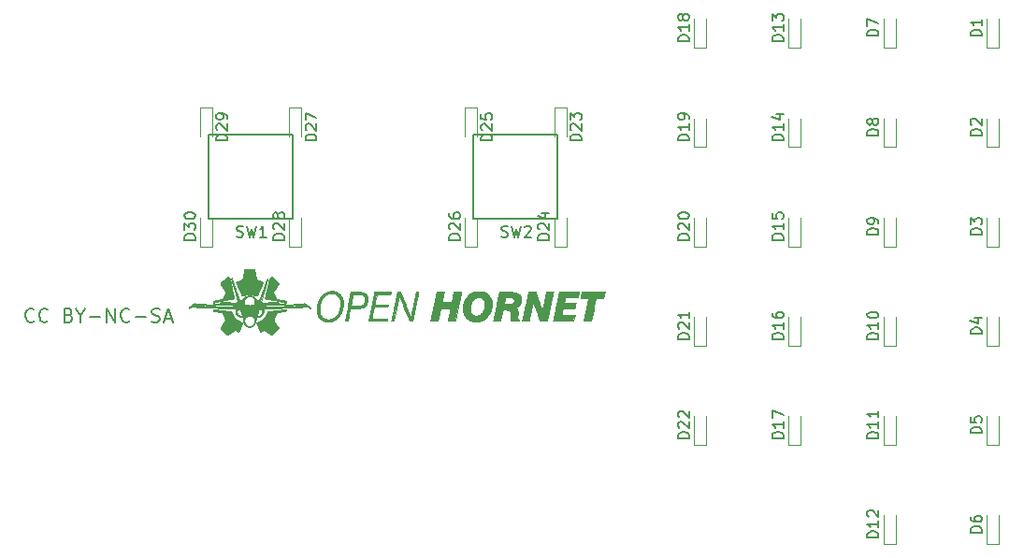
<source format=gbr>
G04 #@! TF.GenerationSoftware,KiCad,Pcbnew,(5.1.4-0-10_14)*
G04 #@! TF.CreationDate,2019-10-31T09:52:31+01:00*
G04 #@! TF.ProjectId,EWI_Left,4557495f-4c65-4667-942e-6b696361645f,-*
G04 #@! TF.SameCoordinates,Original*
G04 #@! TF.FileFunction,Legend,Top*
G04 #@! TF.FilePolarity,Positive*
%FSLAX46Y46*%
G04 Gerber Fmt 4.6, Leading zero omitted, Abs format (unit mm)*
G04 Created by KiCad (PCBNEW (5.1.4-0-10_14)) date 2019-10-31 09:52:31*
%MOMM*%
%LPD*%
G04 APERTURE LIST*
%ADD10C,0.200000*%
%ADD11C,0.010000*%
%ADD12C,0.120000*%
%ADD13C,0.150000*%
G04 APERTURE END LIST*
D10*
X48226666Y-67816428D02*
X48167142Y-67875952D01*
X47988571Y-67935476D01*
X47869523Y-67935476D01*
X47690952Y-67875952D01*
X47571904Y-67756904D01*
X47512380Y-67637857D01*
X47452857Y-67399761D01*
X47452857Y-67221190D01*
X47512380Y-66983095D01*
X47571904Y-66864047D01*
X47690952Y-66745000D01*
X47869523Y-66685476D01*
X47988571Y-66685476D01*
X48167142Y-66745000D01*
X48226666Y-66804523D01*
X49476666Y-67816428D02*
X49417142Y-67875952D01*
X49238571Y-67935476D01*
X49119523Y-67935476D01*
X48940952Y-67875952D01*
X48821904Y-67756904D01*
X48762380Y-67637857D01*
X48702857Y-67399761D01*
X48702857Y-67221190D01*
X48762380Y-66983095D01*
X48821904Y-66864047D01*
X48940952Y-66745000D01*
X49119523Y-66685476D01*
X49238571Y-66685476D01*
X49417142Y-66745000D01*
X49476666Y-66804523D01*
X51381428Y-67280714D02*
X51560000Y-67340238D01*
X51619523Y-67399761D01*
X51679047Y-67518809D01*
X51679047Y-67697380D01*
X51619523Y-67816428D01*
X51560000Y-67875952D01*
X51440952Y-67935476D01*
X50964761Y-67935476D01*
X50964761Y-66685476D01*
X51381428Y-66685476D01*
X51500476Y-66745000D01*
X51560000Y-66804523D01*
X51619523Y-66923571D01*
X51619523Y-67042619D01*
X51560000Y-67161666D01*
X51500476Y-67221190D01*
X51381428Y-67280714D01*
X50964761Y-67280714D01*
X52452857Y-67340238D02*
X52452857Y-67935476D01*
X52036190Y-66685476D02*
X52452857Y-67340238D01*
X52869523Y-66685476D01*
X53286190Y-67459285D02*
X54238571Y-67459285D01*
X54833809Y-67935476D02*
X54833809Y-66685476D01*
X55548095Y-67935476D01*
X55548095Y-66685476D01*
X56857619Y-67816428D02*
X56798095Y-67875952D01*
X56619523Y-67935476D01*
X56500476Y-67935476D01*
X56321904Y-67875952D01*
X56202857Y-67756904D01*
X56143333Y-67637857D01*
X56083809Y-67399761D01*
X56083809Y-67221190D01*
X56143333Y-66983095D01*
X56202857Y-66864047D01*
X56321904Y-66745000D01*
X56500476Y-66685476D01*
X56619523Y-66685476D01*
X56798095Y-66745000D01*
X56857619Y-66804523D01*
X57393333Y-67459285D02*
X58345714Y-67459285D01*
X58881428Y-67875952D02*
X59060000Y-67935476D01*
X59357619Y-67935476D01*
X59476666Y-67875952D01*
X59536190Y-67816428D01*
X59595714Y-67697380D01*
X59595714Y-67578333D01*
X59536190Y-67459285D01*
X59476666Y-67399761D01*
X59357619Y-67340238D01*
X59119523Y-67280714D01*
X59000476Y-67221190D01*
X58940952Y-67161666D01*
X58881428Y-67042619D01*
X58881428Y-66923571D01*
X58940952Y-66804523D01*
X59000476Y-66745000D01*
X59119523Y-66685476D01*
X59417142Y-66685476D01*
X59595714Y-66745000D01*
X60071904Y-67578333D02*
X60667142Y-67578333D01*
X59952857Y-67935476D02*
X60369523Y-66685476D01*
X60786190Y-67935476D01*
D11*
G36*
X67706631Y-63148200D02*
G01*
X67727312Y-63148200D01*
X67797145Y-63148208D01*
X67859007Y-63148239D01*
X67913394Y-63148300D01*
X67960801Y-63148399D01*
X68001724Y-63148545D01*
X68036658Y-63148745D01*
X68066100Y-63149007D01*
X68090545Y-63149340D01*
X68110489Y-63149750D01*
X68126427Y-63150247D01*
X68138855Y-63150838D01*
X68148268Y-63151531D01*
X68155163Y-63152334D01*
X68160035Y-63153255D01*
X68163380Y-63154302D01*
X68165311Y-63155249D01*
X68175290Y-63163377D01*
X68181778Y-63172247D01*
X68183170Y-63177723D01*
X68185990Y-63190952D01*
X68190129Y-63211365D01*
X68195476Y-63238389D01*
X68201921Y-63271454D01*
X68209354Y-63309987D01*
X68217666Y-63353417D01*
X68226747Y-63401174D01*
X68236486Y-63452685D01*
X68246774Y-63507379D01*
X68257501Y-63564684D01*
X68264782Y-63603738D01*
X68275756Y-63662492D01*
X68286387Y-63719035D01*
X68296566Y-63772792D01*
X68306178Y-63823190D01*
X68315113Y-63869656D01*
X68323259Y-63911614D01*
X68330504Y-63948491D01*
X68336736Y-63979714D01*
X68341844Y-64004708D01*
X68345715Y-64022901D01*
X68348238Y-64033717D01*
X68349107Y-64036531D01*
X68356808Y-64047974D01*
X68364890Y-64056867D01*
X68369901Y-64059525D01*
X68382004Y-64065066D01*
X68400450Y-64073179D01*
X68424487Y-64083553D01*
X68453367Y-64095877D01*
X68486341Y-64109840D01*
X68522658Y-64125132D01*
X68561570Y-64141441D01*
X68602326Y-64158456D01*
X68644177Y-64175867D01*
X68686373Y-64193362D01*
X68728165Y-64210630D01*
X68768804Y-64227362D01*
X68807539Y-64243244D01*
X68843621Y-64257968D01*
X68876301Y-64271221D01*
X68904828Y-64282693D01*
X68928454Y-64292073D01*
X68946429Y-64299050D01*
X68958003Y-64303313D01*
X68961866Y-64304510D01*
X68962271Y-64305948D01*
X68961392Y-64310046D01*
X68959095Y-64317115D01*
X68955243Y-64327469D01*
X68949700Y-64341418D01*
X68942332Y-64359276D01*
X68933001Y-64381355D01*
X68921572Y-64407968D01*
X68907911Y-64439425D01*
X68891879Y-64476041D01*
X68873343Y-64518127D01*
X68852166Y-64565995D01*
X68828213Y-64619958D01*
X68801347Y-64680328D01*
X68771433Y-64747418D01*
X68738336Y-64821539D01*
X68701919Y-64903005D01*
X68694384Y-64919849D01*
X68663804Y-64988203D01*
X68634133Y-65054495D01*
X68605559Y-65118311D01*
X68578267Y-65179234D01*
X68552446Y-65236847D01*
X68528281Y-65290736D01*
X68505960Y-65340484D01*
X68485669Y-65385675D01*
X68467595Y-65425892D01*
X68451925Y-65460721D01*
X68438845Y-65489745D01*
X68428543Y-65512547D01*
X68421204Y-65528713D01*
X68417017Y-65537825D01*
X68416082Y-65539755D01*
X68413452Y-65541791D01*
X68408176Y-65542206D01*
X68399057Y-65540775D01*
X68384899Y-65537272D01*
X68364505Y-65531472D01*
X68351247Y-65527536D01*
X68290404Y-65510097D01*
X68225208Y-65492808D01*
X68157782Y-65476163D01*
X68090249Y-65460653D01*
X68024734Y-65446770D01*
X67963359Y-65435004D01*
X67919734Y-65427616D01*
X67894325Y-65424511D01*
X67862159Y-65421971D01*
X67824927Y-65420018D01*
X67784320Y-65418671D01*
X67742029Y-65417951D01*
X67699747Y-65417879D01*
X67659163Y-65418476D01*
X67621971Y-65419762D01*
X67589860Y-65421758D01*
X67573091Y-65423379D01*
X67524582Y-65429963D01*
X67469781Y-65439129D01*
X67410335Y-65450518D01*
X67347891Y-65463768D01*
X67284095Y-65478518D01*
X67220595Y-65494407D01*
X67159036Y-65511074D01*
X67116291Y-65523519D01*
X67093405Y-65530347D01*
X67073371Y-65536215D01*
X67057582Y-65540723D01*
X67047428Y-65543475D01*
X67044324Y-65544144D01*
X67042326Y-65540318D01*
X67037130Y-65529141D01*
X67028919Y-65511026D01*
X67017875Y-65486386D01*
X67004180Y-65455633D01*
X66988016Y-65419181D01*
X66969564Y-65377441D01*
X66949008Y-65330826D01*
X66926528Y-65279749D01*
X66902308Y-65224622D01*
X66876528Y-65165858D01*
X66849371Y-65103870D01*
X66821020Y-65039071D01*
X66791655Y-64971872D01*
X66772500Y-64927992D01*
X66742578Y-64859407D01*
X66713577Y-64792901D01*
X66685677Y-64728892D01*
X66659060Y-64667796D01*
X66633907Y-64610030D01*
X66610399Y-64556010D01*
X66588717Y-64506155D01*
X66569042Y-64460879D01*
X66551556Y-64420600D01*
X66536439Y-64385735D01*
X66523873Y-64356701D01*
X66514038Y-64333913D01*
X66507116Y-64317789D01*
X66503288Y-64308746D01*
X66502547Y-64306873D01*
X66506193Y-64304322D01*
X66517338Y-64298798D01*
X66535614Y-64290459D01*
X66560654Y-64279463D01*
X66592088Y-64265967D01*
X66629551Y-64250129D01*
X66672672Y-64232107D01*
X66721086Y-64212057D01*
X66774424Y-64190139D01*
X66786035Y-64185387D01*
X66832911Y-64166172D01*
X66877730Y-64147712D01*
X66919838Y-64130281D01*
X66958580Y-64114155D01*
X66993303Y-64099609D01*
X67023353Y-64086917D01*
X67048076Y-64076355D01*
X67066817Y-64068196D01*
X67078924Y-64062716D01*
X67083505Y-64060373D01*
X67094343Y-64050466D01*
X67103336Y-64038028D01*
X67103842Y-64037068D01*
X67105815Y-64030543D01*
X67109205Y-64016080D01*
X67113935Y-63994076D01*
X67119928Y-63964927D01*
X67127106Y-63929029D01*
X67135391Y-63886779D01*
X67144705Y-63838573D01*
X67154970Y-63784806D01*
X67166110Y-63725876D01*
X67178046Y-63662178D01*
X67189678Y-63599623D01*
X67200594Y-63540864D01*
X67211140Y-63484373D01*
X67221209Y-63430718D01*
X67230691Y-63380466D01*
X67239478Y-63334183D01*
X67247461Y-63292436D01*
X67254531Y-63255794D01*
X67260579Y-63224823D01*
X67265498Y-63200090D01*
X67269177Y-63182162D01*
X67271508Y-63171606D01*
X67272270Y-63168925D01*
X67273999Y-63165613D01*
X67275761Y-63162674D01*
X67278043Y-63160085D01*
X67281334Y-63157825D01*
X67286121Y-63155871D01*
X67292893Y-63154200D01*
X67302137Y-63152791D01*
X67314343Y-63151621D01*
X67329997Y-63150669D01*
X67349589Y-63149911D01*
X67373606Y-63149327D01*
X67402536Y-63148892D01*
X67436867Y-63148586D01*
X67477089Y-63148385D01*
X67523687Y-63148269D01*
X67577152Y-63148214D01*
X67637970Y-63148199D01*
X67706631Y-63148200D01*
X67706631Y-63148200D01*
G37*
X67706631Y-63148200D02*
X67727312Y-63148200D01*
X67797145Y-63148208D01*
X67859007Y-63148239D01*
X67913394Y-63148300D01*
X67960801Y-63148399D01*
X68001724Y-63148545D01*
X68036658Y-63148745D01*
X68066100Y-63149007D01*
X68090545Y-63149340D01*
X68110489Y-63149750D01*
X68126427Y-63150247D01*
X68138855Y-63150838D01*
X68148268Y-63151531D01*
X68155163Y-63152334D01*
X68160035Y-63153255D01*
X68163380Y-63154302D01*
X68165311Y-63155249D01*
X68175290Y-63163377D01*
X68181778Y-63172247D01*
X68183170Y-63177723D01*
X68185990Y-63190952D01*
X68190129Y-63211365D01*
X68195476Y-63238389D01*
X68201921Y-63271454D01*
X68209354Y-63309987D01*
X68217666Y-63353417D01*
X68226747Y-63401174D01*
X68236486Y-63452685D01*
X68246774Y-63507379D01*
X68257501Y-63564684D01*
X68264782Y-63603738D01*
X68275756Y-63662492D01*
X68286387Y-63719035D01*
X68296566Y-63772792D01*
X68306178Y-63823190D01*
X68315113Y-63869656D01*
X68323259Y-63911614D01*
X68330504Y-63948491D01*
X68336736Y-63979714D01*
X68341844Y-64004708D01*
X68345715Y-64022901D01*
X68348238Y-64033717D01*
X68349107Y-64036531D01*
X68356808Y-64047974D01*
X68364890Y-64056867D01*
X68369901Y-64059525D01*
X68382004Y-64065066D01*
X68400450Y-64073179D01*
X68424487Y-64083553D01*
X68453367Y-64095877D01*
X68486341Y-64109840D01*
X68522658Y-64125132D01*
X68561570Y-64141441D01*
X68602326Y-64158456D01*
X68644177Y-64175867D01*
X68686373Y-64193362D01*
X68728165Y-64210630D01*
X68768804Y-64227362D01*
X68807539Y-64243244D01*
X68843621Y-64257968D01*
X68876301Y-64271221D01*
X68904828Y-64282693D01*
X68928454Y-64292073D01*
X68946429Y-64299050D01*
X68958003Y-64303313D01*
X68961866Y-64304510D01*
X68962271Y-64305948D01*
X68961392Y-64310046D01*
X68959095Y-64317115D01*
X68955243Y-64327469D01*
X68949700Y-64341418D01*
X68942332Y-64359276D01*
X68933001Y-64381355D01*
X68921572Y-64407968D01*
X68907911Y-64439425D01*
X68891879Y-64476041D01*
X68873343Y-64518127D01*
X68852166Y-64565995D01*
X68828213Y-64619958D01*
X68801347Y-64680328D01*
X68771433Y-64747418D01*
X68738336Y-64821539D01*
X68701919Y-64903005D01*
X68694384Y-64919849D01*
X68663804Y-64988203D01*
X68634133Y-65054495D01*
X68605559Y-65118311D01*
X68578267Y-65179234D01*
X68552446Y-65236847D01*
X68528281Y-65290736D01*
X68505960Y-65340484D01*
X68485669Y-65385675D01*
X68467595Y-65425892D01*
X68451925Y-65460721D01*
X68438845Y-65489745D01*
X68428543Y-65512547D01*
X68421204Y-65528713D01*
X68417017Y-65537825D01*
X68416082Y-65539755D01*
X68413452Y-65541791D01*
X68408176Y-65542206D01*
X68399057Y-65540775D01*
X68384899Y-65537272D01*
X68364505Y-65531472D01*
X68351247Y-65527536D01*
X68290404Y-65510097D01*
X68225208Y-65492808D01*
X68157782Y-65476163D01*
X68090249Y-65460653D01*
X68024734Y-65446770D01*
X67963359Y-65435004D01*
X67919734Y-65427616D01*
X67894325Y-65424511D01*
X67862159Y-65421971D01*
X67824927Y-65420018D01*
X67784320Y-65418671D01*
X67742029Y-65417951D01*
X67699747Y-65417879D01*
X67659163Y-65418476D01*
X67621971Y-65419762D01*
X67589860Y-65421758D01*
X67573091Y-65423379D01*
X67524582Y-65429963D01*
X67469781Y-65439129D01*
X67410335Y-65450518D01*
X67347891Y-65463768D01*
X67284095Y-65478518D01*
X67220595Y-65494407D01*
X67159036Y-65511074D01*
X67116291Y-65523519D01*
X67093405Y-65530347D01*
X67073371Y-65536215D01*
X67057582Y-65540723D01*
X67047428Y-65543475D01*
X67044324Y-65544144D01*
X67042326Y-65540318D01*
X67037130Y-65529141D01*
X67028919Y-65511026D01*
X67017875Y-65486386D01*
X67004180Y-65455633D01*
X66988016Y-65419181D01*
X66969564Y-65377441D01*
X66949008Y-65330826D01*
X66926528Y-65279749D01*
X66902308Y-65224622D01*
X66876528Y-65165858D01*
X66849371Y-65103870D01*
X66821020Y-65039071D01*
X66791655Y-64971872D01*
X66772500Y-64927992D01*
X66742578Y-64859407D01*
X66713577Y-64792901D01*
X66685677Y-64728892D01*
X66659060Y-64667796D01*
X66633907Y-64610030D01*
X66610399Y-64556010D01*
X66588717Y-64506155D01*
X66569042Y-64460879D01*
X66551556Y-64420600D01*
X66536439Y-64385735D01*
X66523873Y-64356701D01*
X66514038Y-64333913D01*
X66507116Y-64317789D01*
X66503288Y-64308746D01*
X66502547Y-64306873D01*
X66506193Y-64304322D01*
X66517338Y-64298798D01*
X66535614Y-64290459D01*
X66560654Y-64279463D01*
X66592088Y-64265967D01*
X66629551Y-64250129D01*
X66672672Y-64232107D01*
X66721086Y-64212057D01*
X66774424Y-64190139D01*
X66786035Y-64185387D01*
X66832911Y-64166172D01*
X66877730Y-64147712D01*
X66919838Y-64130281D01*
X66958580Y-64114155D01*
X66993303Y-64099609D01*
X67023353Y-64086917D01*
X67048076Y-64076355D01*
X67066817Y-64068196D01*
X67078924Y-64062716D01*
X67083505Y-64060373D01*
X67094343Y-64050466D01*
X67103336Y-64038028D01*
X67103842Y-64037068D01*
X67105815Y-64030543D01*
X67109205Y-64016080D01*
X67113935Y-63994076D01*
X67119928Y-63964927D01*
X67127106Y-63929029D01*
X67135391Y-63886779D01*
X67144705Y-63838573D01*
X67154970Y-63784806D01*
X67166110Y-63725876D01*
X67178046Y-63662178D01*
X67189678Y-63599623D01*
X67200594Y-63540864D01*
X67211140Y-63484373D01*
X67221209Y-63430718D01*
X67230691Y-63380466D01*
X67239478Y-63334183D01*
X67247461Y-63292436D01*
X67254531Y-63255794D01*
X67260579Y-63224823D01*
X67265498Y-63200090D01*
X67269177Y-63182162D01*
X67271508Y-63171606D01*
X67272270Y-63168925D01*
X67273999Y-63165613D01*
X67275761Y-63162674D01*
X67278043Y-63160085D01*
X67281334Y-63157825D01*
X67286121Y-63155871D01*
X67292893Y-63154200D01*
X67302137Y-63152791D01*
X67314343Y-63151621D01*
X67329997Y-63150669D01*
X67349589Y-63149911D01*
X67373606Y-63149327D01*
X67402536Y-63148892D01*
X67436867Y-63148586D01*
X67477089Y-63148385D01*
X67523687Y-63148269D01*
X67577152Y-63148214D01*
X67637970Y-63148199D01*
X67706631Y-63148200D01*
G36*
X69747987Y-63810636D02*
G01*
X69752464Y-63813947D01*
X69762402Y-63822783D01*
X69777305Y-63836654D01*
X69796679Y-63855067D01*
X69820029Y-63877530D01*
X69846860Y-63903551D01*
X69876677Y-63932639D01*
X69908984Y-63964302D01*
X69943288Y-63998047D01*
X69979092Y-64033382D01*
X70015903Y-64069816D01*
X70053225Y-64106857D01*
X70090563Y-64144013D01*
X70127423Y-64180791D01*
X70163309Y-64216701D01*
X70197726Y-64251249D01*
X70230180Y-64283945D01*
X70260175Y-64314295D01*
X70287217Y-64341809D01*
X70310811Y-64365994D01*
X70330461Y-64386359D01*
X70345674Y-64402410D01*
X70355953Y-64413657D01*
X70360804Y-64419608D01*
X70360982Y-64419913D01*
X70365521Y-64435912D01*
X70365252Y-64446036D01*
X70362373Y-64452217D01*
X70354647Y-64465260D01*
X70342112Y-64485111D01*
X70324802Y-64511715D01*
X70302755Y-64545017D01*
X70276007Y-64584963D01*
X70244594Y-64631497D01*
X70208553Y-64684566D01*
X70167920Y-64744115D01*
X70123003Y-64809691D01*
X70083683Y-64867103D01*
X70047181Y-64920598D01*
X70013706Y-64969866D01*
X69983463Y-65014596D01*
X69956661Y-65054479D01*
X69933506Y-65089203D01*
X69914206Y-65118459D01*
X69898967Y-65141936D01*
X69887997Y-65159324D01*
X69881504Y-65170312D01*
X69879689Y-65174195D01*
X69877982Y-65187028D01*
X69878395Y-65197930D01*
X69878471Y-65198293D01*
X69880670Y-65204586D01*
X69885913Y-65217838D01*
X69893886Y-65237313D01*
X69904270Y-65262274D01*
X69916750Y-65291986D01*
X69931009Y-65325714D01*
X69946730Y-65362721D01*
X69963596Y-65402271D01*
X69981291Y-65443630D01*
X69999499Y-65486061D01*
X70017902Y-65528828D01*
X70036184Y-65571196D01*
X70054028Y-65612429D01*
X70071118Y-65651791D01*
X70087138Y-65688546D01*
X70101769Y-65721958D01*
X70114697Y-65751293D01*
X70125604Y-65775813D01*
X70134173Y-65794784D01*
X70140088Y-65807469D01*
X70143033Y-65813133D01*
X70143099Y-65813221D01*
X70153071Y-65823055D01*
X70162806Y-65829709D01*
X70168498Y-65831296D01*
X70181936Y-65834303D01*
X70202540Y-65838615D01*
X70229729Y-65844119D01*
X70262922Y-65850703D01*
X70301539Y-65858253D01*
X70344999Y-65866656D01*
X70392722Y-65875799D01*
X70444127Y-65885568D01*
X70498633Y-65895851D01*
X70555660Y-65906535D01*
X70586824Y-65912342D01*
X70654542Y-65924942D01*
X70714434Y-65936100D01*
X70766997Y-65945921D01*
X70812729Y-65954509D01*
X70852127Y-65961969D01*
X70885689Y-65968406D01*
X70913914Y-65973924D01*
X70937297Y-65978628D01*
X70956338Y-65982622D01*
X70971534Y-65986011D01*
X70983382Y-65988899D01*
X70992381Y-65991390D01*
X70999027Y-65993591D01*
X71003819Y-65995604D01*
X71007254Y-65997535D01*
X71009831Y-65999488D01*
X71012045Y-66001568D01*
X71012184Y-66001705D01*
X71024884Y-66014307D01*
X71027546Y-66162333D01*
X71017748Y-66161901D01*
X71011963Y-66160835D01*
X70998705Y-66157914D01*
X70978721Y-66153315D01*
X70952758Y-66147217D01*
X70921562Y-66139797D01*
X70885881Y-66131232D01*
X70846460Y-66121700D01*
X70804046Y-66111378D01*
X70760300Y-66100670D01*
X70666381Y-66077742D01*
X70580262Y-66056992D01*
X70501586Y-66038339D01*
X70429993Y-66021702D01*
X70365126Y-66006997D01*
X70306626Y-65994143D01*
X70254134Y-65983058D01*
X70207292Y-65973661D01*
X70188800Y-65970119D01*
X70174049Y-65967427D01*
X70151597Y-65963455D01*
X70122095Y-65958312D01*
X70086193Y-65952109D01*
X70044543Y-65944959D01*
X69997794Y-65936971D01*
X69946598Y-65928257D01*
X69891605Y-65918927D01*
X69833465Y-65909092D01*
X69772830Y-65898864D01*
X69710350Y-65888354D01*
X69646676Y-65877671D01*
X69640583Y-65876651D01*
X69578062Y-65866141D01*
X69517506Y-65855889D01*
X69459483Y-65845993D01*
X69404562Y-65836555D01*
X69353309Y-65827673D01*
X69306294Y-65819449D01*
X69264084Y-65811982D01*
X69227247Y-65805372D01*
X69196351Y-65799719D01*
X69171965Y-65795123D01*
X69154657Y-65791685D01*
X69144994Y-65789503D01*
X69143854Y-65789171D01*
X69129534Y-65784166D01*
X69121803Y-65780243D01*
X69119088Y-65776239D01*
X69119709Y-65771339D01*
X69121627Y-65764589D01*
X69123901Y-65756023D01*
X69126600Y-65745320D01*
X69129796Y-65732156D01*
X69133560Y-65716209D01*
X69137963Y-65697157D01*
X69143075Y-65674675D01*
X69148968Y-65648443D01*
X69155712Y-65618136D01*
X69163378Y-65583432D01*
X69172037Y-65544010D01*
X69181760Y-65499545D01*
X69192618Y-65449715D01*
X69204682Y-65394197D01*
X69218023Y-65332669D01*
X69232711Y-65264809D01*
X69248817Y-65190292D01*
X69266412Y-65108797D01*
X69285568Y-65020001D01*
X69306354Y-64923581D01*
X69328843Y-64819214D01*
X69329513Y-64816102D01*
X69516933Y-63946121D01*
X69615344Y-63878419D01*
X69641385Y-63860730D01*
X69665662Y-63844670D01*
X69687163Y-63830872D01*
X69704879Y-63819971D01*
X69717802Y-63812602D01*
X69724919Y-63809398D01*
X69725306Y-63809327D01*
X69738722Y-63809276D01*
X69747987Y-63810636D01*
X69747987Y-63810636D01*
G37*
X69747987Y-63810636D02*
X69752464Y-63813947D01*
X69762402Y-63822783D01*
X69777305Y-63836654D01*
X69796679Y-63855067D01*
X69820029Y-63877530D01*
X69846860Y-63903551D01*
X69876677Y-63932639D01*
X69908984Y-63964302D01*
X69943288Y-63998047D01*
X69979092Y-64033382D01*
X70015903Y-64069816D01*
X70053225Y-64106857D01*
X70090563Y-64144013D01*
X70127423Y-64180791D01*
X70163309Y-64216701D01*
X70197726Y-64251249D01*
X70230180Y-64283945D01*
X70260175Y-64314295D01*
X70287217Y-64341809D01*
X70310811Y-64365994D01*
X70330461Y-64386359D01*
X70345674Y-64402410D01*
X70355953Y-64413657D01*
X70360804Y-64419608D01*
X70360982Y-64419913D01*
X70365521Y-64435912D01*
X70365252Y-64446036D01*
X70362373Y-64452217D01*
X70354647Y-64465260D01*
X70342112Y-64485111D01*
X70324802Y-64511715D01*
X70302755Y-64545017D01*
X70276007Y-64584963D01*
X70244594Y-64631497D01*
X70208553Y-64684566D01*
X70167920Y-64744115D01*
X70123003Y-64809691D01*
X70083683Y-64867103D01*
X70047181Y-64920598D01*
X70013706Y-64969866D01*
X69983463Y-65014596D01*
X69956661Y-65054479D01*
X69933506Y-65089203D01*
X69914206Y-65118459D01*
X69898967Y-65141936D01*
X69887997Y-65159324D01*
X69881504Y-65170312D01*
X69879689Y-65174195D01*
X69877982Y-65187028D01*
X69878395Y-65197930D01*
X69878471Y-65198293D01*
X69880670Y-65204586D01*
X69885913Y-65217838D01*
X69893886Y-65237313D01*
X69904270Y-65262274D01*
X69916750Y-65291986D01*
X69931009Y-65325714D01*
X69946730Y-65362721D01*
X69963596Y-65402271D01*
X69981291Y-65443630D01*
X69999499Y-65486061D01*
X70017902Y-65528828D01*
X70036184Y-65571196D01*
X70054028Y-65612429D01*
X70071118Y-65651791D01*
X70087138Y-65688546D01*
X70101769Y-65721958D01*
X70114697Y-65751293D01*
X70125604Y-65775813D01*
X70134173Y-65794784D01*
X70140088Y-65807469D01*
X70143033Y-65813133D01*
X70143099Y-65813221D01*
X70153071Y-65823055D01*
X70162806Y-65829709D01*
X70168498Y-65831296D01*
X70181936Y-65834303D01*
X70202540Y-65838615D01*
X70229729Y-65844119D01*
X70262922Y-65850703D01*
X70301539Y-65858253D01*
X70344999Y-65866656D01*
X70392722Y-65875799D01*
X70444127Y-65885568D01*
X70498633Y-65895851D01*
X70555660Y-65906535D01*
X70586824Y-65912342D01*
X70654542Y-65924942D01*
X70714434Y-65936100D01*
X70766997Y-65945921D01*
X70812729Y-65954509D01*
X70852127Y-65961969D01*
X70885689Y-65968406D01*
X70913914Y-65973924D01*
X70937297Y-65978628D01*
X70956338Y-65982622D01*
X70971534Y-65986011D01*
X70983382Y-65988899D01*
X70992381Y-65991390D01*
X70999027Y-65993591D01*
X71003819Y-65995604D01*
X71007254Y-65997535D01*
X71009831Y-65999488D01*
X71012045Y-66001568D01*
X71012184Y-66001705D01*
X71024884Y-66014307D01*
X71027546Y-66162333D01*
X71017748Y-66161901D01*
X71011963Y-66160835D01*
X70998705Y-66157914D01*
X70978721Y-66153315D01*
X70952758Y-66147217D01*
X70921562Y-66139797D01*
X70885881Y-66131232D01*
X70846460Y-66121700D01*
X70804046Y-66111378D01*
X70760300Y-66100670D01*
X70666381Y-66077742D01*
X70580262Y-66056992D01*
X70501586Y-66038339D01*
X70429993Y-66021702D01*
X70365126Y-66006997D01*
X70306626Y-65994143D01*
X70254134Y-65983058D01*
X70207292Y-65973661D01*
X70188800Y-65970119D01*
X70174049Y-65967427D01*
X70151597Y-65963455D01*
X70122095Y-65958312D01*
X70086193Y-65952109D01*
X70044543Y-65944959D01*
X69997794Y-65936971D01*
X69946598Y-65928257D01*
X69891605Y-65918927D01*
X69833465Y-65909092D01*
X69772830Y-65898864D01*
X69710350Y-65888354D01*
X69646676Y-65877671D01*
X69640583Y-65876651D01*
X69578062Y-65866141D01*
X69517506Y-65855889D01*
X69459483Y-65845993D01*
X69404562Y-65836555D01*
X69353309Y-65827673D01*
X69306294Y-65819449D01*
X69264084Y-65811982D01*
X69227247Y-65805372D01*
X69196351Y-65799719D01*
X69171965Y-65795123D01*
X69154657Y-65791685D01*
X69144994Y-65789503D01*
X69143854Y-65789171D01*
X69129534Y-65784166D01*
X69121803Y-65780243D01*
X69119088Y-65776239D01*
X69119709Y-65771339D01*
X69121627Y-65764589D01*
X69123901Y-65756023D01*
X69126600Y-65745320D01*
X69129796Y-65732156D01*
X69133560Y-65716209D01*
X69137963Y-65697157D01*
X69143075Y-65674675D01*
X69148968Y-65648443D01*
X69155712Y-65618136D01*
X69163378Y-65583432D01*
X69172037Y-65544010D01*
X69181760Y-65499545D01*
X69192618Y-65449715D01*
X69204682Y-65394197D01*
X69218023Y-65332669D01*
X69232711Y-65264809D01*
X69248817Y-65190292D01*
X69266412Y-65108797D01*
X69285568Y-65020001D01*
X69306354Y-64923581D01*
X69328843Y-64819214D01*
X69329513Y-64816102D01*
X69516933Y-63946121D01*
X69615344Y-63878419D01*
X69641385Y-63860730D01*
X69665662Y-63844670D01*
X69687163Y-63830872D01*
X69704879Y-63819971D01*
X69717802Y-63812602D01*
X69724919Y-63809398D01*
X69725306Y-63809327D01*
X69738722Y-63809276D01*
X69747987Y-63810636D01*
G36*
X65718469Y-63808743D02*
G01*
X65724477Y-63809092D01*
X65730678Y-63810396D01*
X65737974Y-63813177D01*
X65747267Y-63817962D01*
X65759459Y-63825273D01*
X65775453Y-63835636D01*
X65796151Y-63849575D01*
X65822455Y-63867614D01*
X65836832Y-63877535D01*
X65936215Y-63946183D01*
X66127423Y-64832890D01*
X66145848Y-64918291D01*
X66163854Y-65001669D01*
X66181356Y-65082634D01*
X66198269Y-65160793D01*
X66214507Y-65235754D01*
X66229985Y-65307125D01*
X66244617Y-65374513D01*
X66258319Y-65437528D01*
X66271005Y-65495777D01*
X66282589Y-65548867D01*
X66292986Y-65596408D01*
X66302111Y-65638006D01*
X66309878Y-65673271D01*
X66316202Y-65701809D01*
X66320998Y-65723229D01*
X66324180Y-65737139D01*
X66325635Y-65743056D01*
X66329891Y-65757195D01*
X66333432Y-65768751D01*
X66334949Y-65773553D01*
X66334565Y-65777840D01*
X66329422Y-65781855D01*
X66318163Y-65786418D01*
X66308288Y-65789640D01*
X66300344Y-65791520D01*
X66284610Y-65794683D01*
X66261651Y-65799028D01*
X66232031Y-65804457D01*
X66196315Y-65810871D01*
X66155065Y-65818170D01*
X66108846Y-65826256D01*
X66058223Y-65835031D01*
X66003758Y-65844393D01*
X65946018Y-65854246D01*
X65885564Y-65864489D01*
X65822962Y-65875025D01*
X65798833Y-65879066D01*
X65714230Y-65893222D01*
X65637296Y-65906116D01*
X65567350Y-65917885D01*
X65503710Y-65928665D01*
X65445695Y-65938591D01*
X65392624Y-65947799D01*
X65343816Y-65956426D01*
X65298588Y-65964607D01*
X65256260Y-65972478D01*
X65216151Y-65980175D01*
X65177578Y-65987834D01*
X65139861Y-65995591D01*
X65102318Y-66003582D01*
X65064269Y-66011943D01*
X65025030Y-66020810D01*
X64983922Y-66030318D01*
X64940263Y-66040604D01*
X64893371Y-66051804D01*
X64842565Y-66064053D01*
X64787164Y-66077488D01*
X64726486Y-66092244D01*
X64709075Y-66096481D01*
X64662541Y-66107785D01*
X64618370Y-66118475D01*
X64577258Y-66128386D01*
X64539904Y-66137351D01*
X64507005Y-66145204D01*
X64479259Y-66151779D01*
X64457362Y-66156909D01*
X64442013Y-66160429D01*
X64433910Y-66162171D01*
X64432850Y-66162333D01*
X64430691Y-66160636D01*
X64429132Y-66154874D01*
X64428094Y-66144036D01*
X64427493Y-66127112D01*
X64427250Y-66103093D01*
X64427234Y-66092682D01*
X64427450Y-66063112D01*
X64428271Y-66040746D01*
X64429947Y-66024326D01*
X64432735Y-66012597D01*
X64436886Y-66004302D01*
X64442655Y-65998185D01*
X64446941Y-65995075D01*
X64452649Y-65993280D01*
X64466259Y-65990068D01*
X64487337Y-65985523D01*
X64515451Y-65979730D01*
X64550171Y-65972774D01*
X64591064Y-65964741D01*
X64637698Y-65955715D01*
X64689641Y-65945780D01*
X64746462Y-65935022D01*
X64807729Y-65923526D01*
X64868563Y-65912201D01*
X64936699Y-65899551D01*
X64997005Y-65888326D01*
X65049981Y-65878423D01*
X65096123Y-65869739D01*
X65135931Y-65862173D01*
X65169902Y-65855623D01*
X65198536Y-65849985D01*
X65222331Y-65845159D01*
X65241784Y-65841041D01*
X65257395Y-65837530D01*
X65269662Y-65834523D01*
X65279082Y-65831919D01*
X65286155Y-65829615D01*
X65291379Y-65827508D01*
X65295252Y-65825497D01*
X65297080Y-65824331D01*
X65300264Y-65822012D01*
X65303362Y-65819225D01*
X65306623Y-65815443D01*
X65310293Y-65810134D01*
X65314620Y-65802771D01*
X65319851Y-65792825D01*
X65326234Y-65779765D01*
X65334016Y-65763064D01*
X65343444Y-65742191D01*
X65354766Y-65716618D01*
X65368229Y-65685816D01*
X65384080Y-65649256D01*
X65402568Y-65606407D01*
X65423938Y-65556742D01*
X65443911Y-65510271D01*
X65468663Y-65452639D01*
X65490253Y-65402247D01*
X65508872Y-65358559D01*
X65524710Y-65321039D01*
X65537958Y-65289153D01*
X65548805Y-65262363D01*
X65557441Y-65240136D01*
X65564057Y-65221935D01*
X65568843Y-65207225D01*
X65571988Y-65195470D01*
X65573684Y-65186134D01*
X65574119Y-65178683D01*
X65573485Y-65172580D01*
X65571971Y-65167291D01*
X65569768Y-65162279D01*
X65568404Y-65159588D01*
X65565186Y-65154491D01*
X65557507Y-65142913D01*
X65545702Y-65125349D01*
X65530109Y-65102292D01*
X65511065Y-65074238D01*
X65488906Y-65041682D01*
X65463969Y-65005116D01*
X65436591Y-64965037D01*
X65407108Y-64921939D01*
X65375858Y-64876316D01*
X65343177Y-64828662D01*
X65328564Y-64807374D01*
X65295399Y-64759022D01*
X65263552Y-64712500D01*
X65233358Y-64668300D01*
X65205149Y-64626915D01*
X65179260Y-64588838D01*
X65156024Y-64554560D01*
X65135775Y-64524575D01*
X65118846Y-64499375D01*
X65105571Y-64479453D01*
X65096284Y-64465302D01*
X65091318Y-64457413D01*
X65090587Y-64456050D01*
X65088849Y-64451611D01*
X65087504Y-64447473D01*
X65086875Y-64443270D01*
X65087288Y-64438637D01*
X65089067Y-64433207D01*
X65092536Y-64426617D01*
X65098020Y-64418499D01*
X65105843Y-64408488D01*
X65116330Y-64396219D01*
X65129805Y-64381327D01*
X65146592Y-64363445D01*
X65167017Y-64342208D01*
X65191403Y-64317251D01*
X65220075Y-64288208D01*
X65253357Y-64254713D01*
X65291574Y-64216401D01*
X65335051Y-64172906D01*
X65384111Y-64123863D01*
X65395678Y-64112300D01*
X65699488Y-63808600D01*
X65718469Y-63808743D01*
X65718469Y-63808743D01*
G37*
X65718469Y-63808743D02*
X65724477Y-63809092D01*
X65730678Y-63810396D01*
X65737974Y-63813177D01*
X65747267Y-63817962D01*
X65759459Y-63825273D01*
X65775453Y-63835636D01*
X65796151Y-63849575D01*
X65822455Y-63867614D01*
X65836832Y-63877535D01*
X65936215Y-63946183D01*
X66127423Y-64832890D01*
X66145848Y-64918291D01*
X66163854Y-65001669D01*
X66181356Y-65082634D01*
X66198269Y-65160793D01*
X66214507Y-65235754D01*
X66229985Y-65307125D01*
X66244617Y-65374513D01*
X66258319Y-65437528D01*
X66271005Y-65495777D01*
X66282589Y-65548867D01*
X66292986Y-65596408D01*
X66302111Y-65638006D01*
X66309878Y-65673271D01*
X66316202Y-65701809D01*
X66320998Y-65723229D01*
X66324180Y-65737139D01*
X66325635Y-65743056D01*
X66329891Y-65757195D01*
X66333432Y-65768751D01*
X66334949Y-65773553D01*
X66334565Y-65777840D01*
X66329422Y-65781855D01*
X66318163Y-65786418D01*
X66308288Y-65789640D01*
X66300344Y-65791520D01*
X66284610Y-65794683D01*
X66261651Y-65799028D01*
X66232031Y-65804457D01*
X66196315Y-65810871D01*
X66155065Y-65818170D01*
X66108846Y-65826256D01*
X66058223Y-65835031D01*
X66003758Y-65844393D01*
X65946018Y-65854246D01*
X65885564Y-65864489D01*
X65822962Y-65875025D01*
X65798833Y-65879066D01*
X65714230Y-65893222D01*
X65637296Y-65906116D01*
X65567350Y-65917885D01*
X65503710Y-65928665D01*
X65445695Y-65938591D01*
X65392624Y-65947799D01*
X65343816Y-65956426D01*
X65298588Y-65964607D01*
X65256260Y-65972478D01*
X65216151Y-65980175D01*
X65177578Y-65987834D01*
X65139861Y-65995591D01*
X65102318Y-66003582D01*
X65064269Y-66011943D01*
X65025030Y-66020810D01*
X64983922Y-66030318D01*
X64940263Y-66040604D01*
X64893371Y-66051804D01*
X64842565Y-66064053D01*
X64787164Y-66077488D01*
X64726486Y-66092244D01*
X64709075Y-66096481D01*
X64662541Y-66107785D01*
X64618370Y-66118475D01*
X64577258Y-66128386D01*
X64539904Y-66137351D01*
X64507005Y-66145204D01*
X64479259Y-66151779D01*
X64457362Y-66156909D01*
X64442013Y-66160429D01*
X64433910Y-66162171D01*
X64432850Y-66162333D01*
X64430691Y-66160636D01*
X64429132Y-66154874D01*
X64428094Y-66144036D01*
X64427493Y-66127112D01*
X64427250Y-66103093D01*
X64427234Y-66092682D01*
X64427450Y-66063112D01*
X64428271Y-66040746D01*
X64429947Y-66024326D01*
X64432735Y-66012597D01*
X64436886Y-66004302D01*
X64442655Y-65998185D01*
X64446941Y-65995075D01*
X64452649Y-65993280D01*
X64466259Y-65990068D01*
X64487337Y-65985523D01*
X64515451Y-65979730D01*
X64550171Y-65972774D01*
X64591064Y-65964741D01*
X64637698Y-65955715D01*
X64689641Y-65945780D01*
X64746462Y-65935022D01*
X64807729Y-65923526D01*
X64868563Y-65912201D01*
X64936699Y-65899551D01*
X64997005Y-65888326D01*
X65049981Y-65878423D01*
X65096123Y-65869739D01*
X65135931Y-65862173D01*
X65169902Y-65855623D01*
X65198536Y-65849985D01*
X65222331Y-65845159D01*
X65241784Y-65841041D01*
X65257395Y-65837530D01*
X65269662Y-65834523D01*
X65279082Y-65831919D01*
X65286155Y-65829615D01*
X65291379Y-65827508D01*
X65295252Y-65825497D01*
X65297080Y-65824331D01*
X65300264Y-65822012D01*
X65303362Y-65819225D01*
X65306623Y-65815443D01*
X65310293Y-65810134D01*
X65314620Y-65802771D01*
X65319851Y-65792825D01*
X65326234Y-65779765D01*
X65334016Y-65763064D01*
X65343444Y-65742191D01*
X65354766Y-65716618D01*
X65368229Y-65685816D01*
X65384080Y-65649256D01*
X65402568Y-65606407D01*
X65423938Y-65556742D01*
X65443911Y-65510271D01*
X65468663Y-65452639D01*
X65490253Y-65402247D01*
X65508872Y-65358559D01*
X65524710Y-65321039D01*
X65537958Y-65289153D01*
X65548805Y-65262363D01*
X65557441Y-65240136D01*
X65564057Y-65221935D01*
X65568843Y-65207225D01*
X65571988Y-65195470D01*
X65573684Y-65186134D01*
X65574119Y-65178683D01*
X65573485Y-65172580D01*
X65571971Y-65167291D01*
X65569768Y-65162279D01*
X65568404Y-65159588D01*
X65565186Y-65154491D01*
X65557507Y-65142913D01*
X65545702Y-65125349D01*
X65530109Y-65102292D01*
X65511065Y-65074238D01*
X65488906Y-65041682D01*
X65463969Y-65005116D01*
X65436591Y-64965037D01*
X65407108Y-64921939D01*
X65375858Y-64876316D01*
X65343177Y-64828662D01*
X65328564Y-64807374D01*
X65295399Y-64759022D01*
X65263552Y-64712500D01*
X65233358Y-64668300D01*
X65205149Y-64626915D01*
X65179260Y-64588838D01*
X65156024Y-64554560D01*
X65135775Y-64524575D01*
X65118846Y-64499375D01*
X65105571Y-64479453D01*
X65096284Y-64465302D01*
X65091318Y-64457413D01*
X65090587Y-64456050D01*
X65088849Y-64451611D01*
X65087504Y-64447473D01*
X65086875Y-64443270D01*
X65087288Y-64438637D01*
X65089067Y-64433207D01*
X65092536Y-64426617D01*
X65098020Y-64418499D01*
X65105843Y-64408488D01*
X65116330Y-64396219D01*
X65129805Y-64381327D01*
X65146592Y-64363445D01*
X65167017Y-64342208D01*
X65191403Y-64317251D01*
X65220075Y-64288208D01*
X65253357Y-64254713D01*
X65291574Y-64216401D01*
X65335051Y-64172906D01*
X65384111Y-64123863D01*
X65395678Y-64112300D01*
X65699488Y-63808600D01*
X65718469Y-63808743D01*
G36*
X98948903Y-65188670D02*
G01*
X99040410Y-65188683D01*
X99129315Y-65188703D01*
X99215259Y-65188730D01*
X99297881Y-65188765D01*
X99376824Y-65188807D01*
X99451726Y-65188854D01*
X99522228Y-65188908D01*
X99587972Y-65188967D01*
X99648597Y-65189032D01*
X99703744Y-65189101D01*
X99753054Y-65189175D01*
X99796166Y-65189254D01*
X99832723Y-65189336D01*
X99862363Y-65189421D01*
X99884727Y-65189510D01*
X99899457Y-65189601D01*
X99906192Y-65189695D01*
X99906601Y-65189724D01*
X99905712Y-65193938D01*
X99903214Y-65205736D01*
X99899255Y-65224422D01*
X99893984Y-65249298D01*
X99887547Y-65279668D01*
X99880093Y-65314833D01*
X99871769Y-65354097D01*
X99862723Y-65396762D01*
X99853104Y-65442131D01*
X99850297Y-65455366D01*
X99794194Y-65719950D01*
X99442424Y-65721032D01*
X99376994Y-65721259D01*
X99319586Y-65721515D01*
X99269753Y-65721810D01*
X99227052Y-65722150D01*
X99191037Y-65722545D01*
X99161262Y-65723002D01*
X99137282Y-65723529D01*
X99118653Y-65724133D01*
X99104928Y-65724824D01*
X99095663Y-65725609D01*
X99090412Y-65726496D01*
X99088753Y-65727382D01*
X99087713Y-65731938D01*
X99084987Y-65744421D01*
X99080650Y-65764479D01*
X99074777Y-65791757D01*
X99067444Y-65825903D01*
X99058728Y-65866561D01*
X99048702Y-65913380D01*
X99037443Y-65966005D01*
X99025026Y-66024083D01*
X99011528Y-66087260D01*
X98997022Y-66155183D01*
X98981586Y-66227497D01*
X98965294Y-66303851D01*
X98948223Y-66383889D01*
X98930447Y-66467259D01*
X98912042Y-66553606D01*
X98893084Y-66642578D01*
X98873649Y-66733821D01*
X98867117Y-66764490D01*
X98647384Y-67796331D01*
X98314009Y-67796365D01*
X98246440Y-67796320D01*
X98186168Y-67796169D01*
X98133337Y-67795915D01*
X98088092Y-67795560D01*
X98050576Y-67795105D01*
X98020933Y-67794553D01*
X97999308Y-67793905D01*
X97985845Y-67793162D01*
X97980688Y-67792328D01*
X97980634Y-67792227D01*
X97981498Y-67787769D01*
X97984041Y-67775381D01*
X97988188Y-67755416D01*
X97993866Y-67728228D01*
X98000999Y-67694171D01*
X98009513Y-67653597D01*
X98019334Y-67606860D01*
X98030388Y-67554313D01*
X98042599Y-67496310D01*
X98055894Y-67433203D01*
X98070197Y-67365347D01*
X98085436Y-67293095D01*
X98101535Y-67216799D01*
X98118419Y-67136814D01*
X98136015Y-67053493D01*
X98154247Y-66967188D01*
X98173043Y-66878254D01*
X98192326Y-66787043D01*
X98198650Y-66757137D01*
X98218071Y-66665294D01*
X98237028Y-66575628D01*
X98255447Y-66488493D01*
X98273254Y-66404239D01*
X98290373Y-66323219D01*
X98306731Y-66245787D01*
X98322254Y-66172294D01*
X98336866Y-66103092D01*
X98350494Y-66038535D01*
X98363063Y-65978974D01*
X98374499Y-65924761D01*
X98384727Y-65876250D01*
X98393674Y-65833793D01*
X98401264Y-65797742D01*
X98407423Y-65768449D01*
X98412078Y-65746267D01*
X98415152Y-65731548D01*
X98416573Y-65724645D01*
X98416667Y-65724142D01*
X98412536Y-65723829D01*
X98400551Y-65723531D01*
X98381325Y-65723250D01*
X98355472Y-65722991D01*
X98323603Y-65722756D01*
X98286333Y-65722550D01*
X98244273Y-65722376D01*
X98198038Y-65722237D01*
X98148239Y-65722137D01*
X98095490Y-65722079D01*
X98054717Y-65722066D01*
X98000172Y-65722028D01*
X97948121Y-65721918D01*
X97899177Y-65721741D01*
X97853954Y-65721503D01*
X97813064Y-65721209D01*
X97777120Y-65720866D01*
X97746736Y-65720479D01*
X97722523Y-65720053D01*
X97705095Y-65719595D01*
X97695066Y-65719109D01*
X97692767Y-65718734D01*
X97693615Y-65714105D01*
X97696061Y-65701915D01*
X97699953Y-65682888D01*
X97705142Y-65657750D01*
X97711477Y-65627222D01*
X97718808Y-65592031D01*
X97726985Y-65552899D01*
X97735857Y-65510550D01*
X97745274Y-65465709D01*
X97745702Y-65463676D01*
X97755214Y-65418442D01*
X97764256Y-65375437D01*
X97772671Y-65335418D01*
X97780298Y-65299140D01*
X97786980Y-65267359D01*
X97792556Y-65240832D01*
X97796869Y-65220314D01*
X97799759Y-65206561D01*
X97801067Y-65200331D01*
X97801071Y-65200308D01*
X97803506Y-65188666D01*
X98855153Y-65188666D01*
X98948903Y-65188670D01*
X98948903Y-65188670D01*
G37*
X98948903Y-65188670D02*
X99040410Y-65188683D01*
X99129315Y-65188703D01*
X99215259Y-65188730D01*
X99297881Y-65188765D01*
X99376824Y-65188807D01*
X99451726Y-65188854D01*
X99522228Y-65188908D01*
X99587972Y-65188967D01*
X99648597Y-65189032D01*
X99703744Y-65189101D01*
X99753054Y-65189175D01*
X99796166Y-65189254D01*
X99832723Y-65189336D01*
X99862363Y-65189421D01*
X99884727Y-65189510D01*
X99899457Y-65189601D01*
X99906192Y-65189695D01*
X99906601Y-65189724D01*
X99905712Y-65193938D01*
X99903214Y-65205736D01*
X99899255Y-65224422D01*
X99893984Y-65249298D01*
X99887547Y-65279668D01*
X99880093Y-65314833D01*
X99871769Y-65354097D01*
X99862723Y-65396762D01*
X99853104Y-65442131D01*
X99850297Y-65455366D01*
X99794194Y-65719950D01*
X99442424Y-65721032D01*
X99376994Y-65721259D01*
X99319586Y-65721515D01*
X99269753Y-65721810D01*
X99227052Y-65722150D01*
X99191037Y-65722545D01*
X99161262Y-65723002D01*
X99137282Y-65723529D01*
X99118653Y-65724133D01*
X99104928Y-65724824D01*
X99095663Y-65725609D01*
X99090412Y-65726496D01*
X99088753Y-65727382D01*
X99087713Y-65731938D01*
X99084987Y-65744421D01*
X99080650Y-65764479D01*
X99074777Y-65791757D01*
X99067444Y-65825903D01*
X99058728Y-65866561D01*
X99048702Y-65913380D01*
X99037443Y-65966005D01*
X99025026Y-66024083D01*
X99011528Y-66087260D01*
X98997022Y-66155183D01*
X98981586Y-66227497D01*
X98965294Y-66303851D01*
X98948223Y-66383889D01*
X98930447Y-66467259D01*
X98912042Y-66553606D01*
X98893084Y-66642578D01*
X98873649Y-66733821D01*
X98867117Y-66764490D01*
X98647384Y-67796331D01*
X98314009Y-67796365D01*
X98246440Y-67796320D01*
X98186168Y-67796169D01*
X98133337Y-67795915D01*
X98088092Y-67795560D01*
X98050576Y-67795105D01*
X98020933Y-67794553D01*
X97999308Y-67793905D01*
X97985845Y-67793162D01*
X97980688Y-67792328D01*
X97980634Y-67792227D01*
X97981498Y-67787769D01*
X97984041Y-67775381D01*
X97988188Y-67755416D01*
X97993866Y-67728228D01*
X98000999Y-67694171D01*
X98009513Y-67653597D01*
X98019334Y-67606860D01*
X98030388Y-67554313D01*
X98042599Y-67496310D01*
X98055894Y-67433203D01*
X98070197Y-67365347D01*
X98085436Y-67293095D01*
X98101535Y-67216799D01*
X98118419Y-67136814D01*
X98136015Y-67053493D01*
X98154247Y-66967188D01*
X98173043Y-66878254D01*
X98192326Y-66787043D01*
X98198650Y-66757137D01*
X98218071Y-66665294D01*
X98237028Y-66575628D01*
X98255447Y-66488493D01*
X98273254Y-66404239D01*
X98290373Y-66323219D01*
X98306731Y-66245787D01*
X98322254Y-66172294D01*
X98336866Y-66103092D01*
X98350494Y-66038535D01*
X98363063Y-65978974D01*
X98374499Y-65924761D01*
X98384727Y-65876250D01*
X98393674Y-65833793D01*
X98401264Y-65797742D01*
X98407423Y-65768449D01*
X98412078Y-65746267D01*
X98415152Y-65731548D01*
X98416573Y-65724645D01*
X98416667Y-65724142D01*
X98412536Y-65723829D01*
X98400551Y-65723531D01*
X98381325Y-65723250D01*
X98355472Y-65722991D01*
X98323603Y-65722756D01*
X98286333Y-65722550D01*
X98244273Y-65722376D01*
X98198038Y-65722237D01*
X98148239Y-65722137D01*
X98095490Y-65722079D01*
X98054717Y-65722066D01*
X98000172Y-65722028D01*
X97948121Y-65721918D01*
X97899177Y-65721741D01*
X97853954Y-65721503D01*
X97813064Y-65721209D01*
X97777120Y-65720866D01*
X97746736Y-65720479D01*
X97722523Y-65720053D01*
X97705095Y-65719595D01*
X97695066Y-65719109D01*
X97692767Y-65718734D01*
X97693615Y-65714105D01*
X97696061Y-65701915D01*
X97699953Y-65682888D01*
X97705142Y-65657750D01*
X97711477Y-65627222D01*
X97718808Y-65592031D01*
X97726985Y-65552899D01*
X97735857Y-65510550D01*
X97745274Y-65465709D01*
X97745702Y-65463676D01*
X97755214Y-65418442D01*
X97764256Y-65375437D01*
X97772671Y-65335418D01*
X97780298Y-65299140D01*
X97786980Y-65267359D01*
X97792556Y-65240832D01*
X97796869Y-65220314D01*
X97799759Y-65206561D01*
X97801067Y-65200331D01*
X97801071Y-65200308D01*
X97803506Y-65188666D01*
X98855153Y-65188666D01*
X98948903Y-65188670D01*
G36*
X96755304Y-65188681D02*
G01*
X96839753Y-65188724D01*
X96921544Y-65188794D01*
X97000288Y-65188890D01*
X97075597Y-65189010D01*
X97147082Y-65189154D01*
X97214356Y-65189319D01*
X97277029Y-65189504D01*
X97334714Y-65189708D01*
X97387021Y-65189929D01*
X97433563Y-65190167D01*
X97473951Y-65190419D01*
X97507797Y-65190685D01*
X97534712Y-65190963D01*
X97554308Y-65191252D01*
X97566197Y-65191549D01*
X97569998Y-65191841D01*
X97569155Y-65196442D01*
X97566727Y-65208609D01*
X97562862Y-65227621D01*
X97557709Y-65252757D01*
X97551417Y-65283296D01*
X97544133Y-65318518D01*
X97536007Y-65357701D01*
X97527187Y-65400124D01*
X97517822Y-65445067D01*
X97517081Y-65448616D01*
X97507679Y-65493736D01*
X97498810Y-65536403D01*
X97490624Y-65575895D01*
X97483270Y-65611488D01*
X97476896Y-65642462D01*
X97471650Y-65668092D01*
X97467682Y-65687658D01*
X97465139Y-65700435D01*
X97464172Y-65705703D01*
X97464167Y-65705776D01*
X97460014Y-65706210D01*
X97447881Y-65706645D01*
X97428252Y-65707077D01*
X97401614Y-65707500D01*
X97368451Y-65707912D01*
X97329250Y-65708309D01*
X97284496Y-65708687D01*
X97234674Y-65709041D01*
X97180271Y-65709368D01*
X97121773Y-65709665D01*
X97059663Y-65709926D01*
X96994429Y-65710149D01*
X96926556Y-65710329D01*
X96887577Y-65710409D01*
X96310987Y-65711483D01*
X96261181Y-65944316D01*
X96251949Y-65987555D01*
X96243267Y-66028373D01*
X96235295Y-66066008D01*
X96228193Y-66099700D01*
X96222120Y-66128687D01*
X96217236Y-66152207D01*
X96213701Y-66169499D01*
X96211674Y-66179802D01*
X96211238Y-66182441D01*
X96212752Y-66183249D01*
X96217587Y-66183976D01*
X96226114Y-66184626D01*
X96238705Y-66185201D01*
X96255732Y-66185707D01*
X96277566Y-66186146D01*
X96304580Y-66186523D01*
X96337144Y-66186841D01*
X96375630Y-66187104D01*
X96420411Y-66187315D01*
X96471857Y-66187479D01*
X96530341Y-66187599D01*
X96596234Y-66187679D01*
X96669908Y-66187722D01*
X96738487Y-66187733D01*
X97265873Y-66187733D01*
X97263441Y-66199375D01*
X97262140Y-66205567D01*
X97259254Y-66219269D01*
X97254947Y-66239706D01*
X97249383Y-66266104D01*
X97242725Y-66297687D01*
X97235135Y-66333681D01*
X97226778Y-66373312D01*
X97217817Y-66415804D01*
X97210188Y-66451974D01*
X97200932Y-66495922D01*
X97192218Y-66537404D01*
X97184203Y-66575678D01*
X97177039Y-66610002D01*
X97170880Y-66639637D01*
X97165882Y-66663841D01*
X97162198Y-66681872D01*
X97159981Y-66692990D01*
X97159367Y-66696449D01*
X97155218Y-66696889D01*
X97143109Y-66697313D01*
X97123548Y-66697718D01*
X97097041Y-66698100D01*
X97064095Y-66698456D01*
X97025218Y-66698783D01*
X96980915Y-66699077D01*
X96931695Y-66699335D01*
X96878064Y-66699554D01*
X96820528Y-66699730D01*
X96759596Y-66699859D01*
X96695774Y-66699939D01*
X96630281Y-66699966D01*
X96101195Y-66699966D01*
X96098982Y-66709491D01*
X96097199Y-66717602D01*
X96093962Y-66732786D01*
X96089442Y-66754215D01*
X96083810Y-66781060D01*
X96077240Y-66812492D01*
X96069901Y-66847683D01*
X96061967Y-66885804D01*
X96053608Y-66926027D01*
X96044996Y-66967523D01*
X96036303Y-67009464D01*
X96027701Y-67051020D01*
X96019361Y-67091364D01*
X96011455Y-67129667D01*
X96004155Y-67165100D01*
X95997632Y-67196834D01*
X95992058Y-67224042D01*
X95987605Y-67245894D01*
X95984444Y-67261562D01*
X95982747Y-67270217D01*
X95982500Y-67271683D01*
X95986697Y-67272258D01*
X95999143Y-67272794D01*
X96019621Y-67273290D01*
X96047912Y-67273743D01*
X96083800Y-67274153D01*
X96127066Y-67274519D01*
X96177494Y-67274837D01*
X96234865Y-67275108D01*
X96298962Y-67275330D01*
X96369567Y-67275501D01*
X96446463Y-67275621D01*
X96529433Y-67275686D01*
X96590269Y-67275699D01*
X96674077Y-67275703D01*
X96749823Y-67275718D01*
X96817911Y-67275748D01*
X96878747Y-67275799D01*
X96932734Y-67275876D01*
X96980277Y-67275983D01*
X97021780Y-67276126D01*
X97057649Y-67276309D01*
X97088287Y-67276538D01*
X97114099Y-67276817D01*
X97135490Y-67277151D01*
X97152864Y-67277546D01*
X97166627Y-67278006D01*
X97177181Y-67278536D01*
X97184932Y-67279141D01*
X97190285Y-67279827D01*
X97193643Y-67280597D01*
X97195413Y-67281457D01*
X97195997Y-67282413D01*
X97195926Y-67283108D01*
X97194683Y-67288475D01*
X97191829Y-67301385D01*
X97187524Y-67321100D01*
X97181927Y-67346884D01*
X97175198Y-67378000D01*
X97167495Y-67413710D01*
X97158979Y-67453278D01*
X97149808Y-67495966D01*
X97140143Y-67541038D01*
X97139624Y-67543458D01*
X97085433Y-67796400D01*
X95211116Y-67796400D01*
X95213437Y-67786875D01*
X95214492Y-67782019D01*
X95217241Y-67769199D01*
X95221614Y-67748732D01*
X95227544Y-67720937D01*
X95234964Y-67686130D01*
X95243807Y-67644629D01*
X95254004Y-67596752D01*
X95265487Y-67542817D01*
X95278191Y-67483140D01*
X95292046Y-67418040D01*
X95306985Y-67347833D01*
X95322941Y-67272839D01*
X95339846Y-67193374D01*
X95357632Y-67109755D01*
X95376232Y-67022301D01*
X95395579Y-66931329D01*
X95415604Y-66837156D01*
X95436241Y-66740101D01*
X95457421Y-66640480D01*
X95479077Y-66538612D01*
X95489322Y-66490416D01*
X95511173Y-66387633D01*
X95532578Y-66286961D01*
X95553470Y-66188718D01*
X95573782Y-66093221D01*
X95593446Y-66000787D01*
X95612395Y-65911732D01*
X95630560Y-65826373D01*
X95647875Y-65745028D01*
X95664273Y-65668013D01*
X95679684Y-65595644D01*
X95694043Y-65528240D01*
X95707282Y-65466117D01*
X95719332Y-65409591D01*
X95730128Y-65358980D01*
X95739600Y-65314600D01*
X95747682Y-65276769D01*
X95754305Y-65245803D01*
X95759404Y-65222019D01*
X95762909Y-65205734D01*
X95764755Y-65197265D01*
X95765029Y-65196074D01*
X95765573Y-65195228D01*
X95766919Y-65194449D01*
X95769401Y-65193733D01*
X95773354Y-65193079D01*
X95779111Y-65192484D01*
X95787008Y-65191944D01*
X95797377Y-65191458D01*
X95810554Y-65191022D01*
X95826872Y-65190634D01*
X95846666Y-65190290D01*
X95870271Y-65189989D01*
X95898019Y-65189727D01*
X95930247Y-65189502D01*
X95967287Y-65189311D01*
X96009474Y-65189152D01*
X96057142Y-65189020D01*
X96110626Y-65188915D01*
X96170260Y-65188832D01*
X96236378Y-65188770D01*
X96309314Y-65188725D01*
X96389403Y-65188695D01*
X96476978Y-65188677D01*
X96572375Y-65188668D01*
X96668585Y-65188666D01*
X96755304Y-65188681D01*
X96755304Y-65188681D01*
G37*
X96755304Y-65188681D02*
X96839753Y-65188724D01*
X96921544Y-65188794D01*
X97000288Y-65188890D01*
X97075597Y-65189010D01*
X97147082Y-65189154D01*
X97214356Y-65189319D01*
X97277029Y-65189504D01*
X97334714Y-65189708D01*
X97387021Y-65189929D01*
X97433563Y-65190167D01*
X97473951Y-65190419D01*
X97507797Y-65190685D01*
X97534712Y-65190963D01*
X97554308Y-65191252D01*
X97566197Y-65191549D01*
X97569998Y-65191841D01*
X97569155Y-65196442D01*
X97566727Y-65208609D01*
X97562862Y-65227621D01*
X97557709Y-65252757D01*
X97551417Y-65283296D01*
X97544133Y-65318518D01*
X97536007Y-65357701D01*
X97527187Y-65400124D01*
X97517822Y-65445067D01*
X97517081Y-65448616D01*
X97507679Y-65493736D01*
X97498810Y-65536403D01*
X97490624Y-65575895D01*
X97483270Y-65611488D01*
X97476896Y-65642462D01*
X97471650Y-65668092D01*
X97467682Y-65687658D01*
X97465139Y-65700435D01*
X97464172Y-65705703D01*
X97464167Y-65705776D01*
X97460014Y-65706210D01*
X97447881Y-65706645D01*
X97428252Y-65707077D01*
X97401614Y-65707500D01*
X97368451Y-65707912D01*
X97329250Y-65708309D01*
X97284496Y-65708687D01*
X97234674Y-65709041D01*
X97180271Y-65709368D01*
X97121773Y-65709665D01*
X97059663Y-65709926D01*
X96994429Y-65710149D01*
X96926556Y-65710329D01*
X96887577Y-65710409D01*
X96310987Y-65711483D01*
X96261181Y-65944316D01*
X96251949Y-65987555D01*
X96243267Y-66028373D01*
X96235295Y-66066008D01*
X96228193Y-66099700D01*
X96222120Y-66128687D01*
X96217236Y-66152207D01*
X96213701Y-66169499D01*
X96211674Y-66179802D01*
X96211238Y-66182441D01*
X96212752Y-66183249D01*
X96217587Y-66183976D01*
X96226114Y-66184626D01*
X96238705Y-66185201D01*
X96255732Y-66185707D01*
X96277566Y-66186146D01*
X96304580Y-66186523D01*
X96337144Y-66186841D01*
X96375630Y-66187104D01*
X96420411Y-66187315D01*
X96471857Y-66187479D01*
X96530341Y-66187599D01*
X96596234Y-66187679D01*
X96669908Y-66187722D01*
X96738487Y-66187733D01*
X97265873Y-66187733D01*
X97263441Y-66199375D01*
X97262140Y-66205567D01*
X97259254Y-66219269D01*
X97254947Y-66239706D01*
X97249383Y-66266104D01*
X97242725Y-66297687D01*
X97235135Y-66333681D01*
X97226778Y-66373312D01*
X97217817Y-66415804D01*
X97210188Y-66451974D01*
X97200932Y-66495922D01*
X97192218Y-66537404D01*
X97184203Y-66575678D01*
X97177039Y-66610002D01*
X97170880Y-66639637D01*
X97165882Y-66663841D01*
X97162198Y-66681872D01*
X97159981Y-66692990D01*
X97159367Y-66696449D01*
X97155218Y-66696889D01*
X97143109Y-66697313D01*
X97123548Y-66697718D01*
X97097041Y-66698100D01*
X97064095Y-66698456D01*
X97025218Y-66698783D01*
X96980915Y-66699077D01*
X96931695Y-66699335D01*
X96878064Y-66699554D01*
X96820528Y-66699730D01*
X96759596Y-66699859D01*
X96695774Y-66699939D01*
X96630281Y-66699966D01*
X96101195Y-66699966D01*
X96098982Y-66709491D01*
X96097199Y-66717602D01*
X96093962Y-66732786D01*
X96089442Y-66754215D01*
X96083810Y-66781060D01*
X96077240Y-66812492D01*
X96069901Y-66847683D01*
X96061967Y-66885804D01*
X96053608Y-66926027D01*
X96044996Y-66967523D01*
X96036303Y-67009464D01*
X96027701Y-67051020D01*
X96019361Y-67091364D01*
X96011455Y-67129667D01*
X96004155Y-67165100D01*
X95997632Y-67196834D01*
X95992058Y-67224042D01*
X95987605Y-67245894D01*
X95984444Y-67261562D01*
X95982747Y-67270217D01*
X95982500Y-67271683D01*
X95986697Y-67272258D01*
X95999143Y-67272794D01*
X96019621Y-67273290D01*
X96047912Y-67273743D01*
X96083800Y-67274153D01*
X96127066Y-67274519D01*
X96177494Y-67274837D01*
X96234865Y-67275108D01*
X96298962Y-67275330D01*
X96369567Y-67275501D01*
X96446463Y-67275621D01*
X96529433Y-67275686D01*
X96590269Y-67275699D01*
X96674077Y-67275703D01*
X96749823Y-67275718D01*
X96817911Y-67275748D01*
X96878747Y-67275799D01*
X96932734Y-67275876D01*
X96980277Y-67275983D01*
X97021780Y-67276126D01*
X97057649Y-67276309D01*
X97088287Y-67276538D01*
X97114099Y-67276817D01*
X97135490Y-67277151D01*
X97152864Y-67277546D01*
X97166627Y-67278006D01*
X97177181Y-67278536D01*
X97184932Y-67279141D01*
X97190285Y-67279827D01*
X97193643Y-67280597D01*
X97195413Y-67281457D01*
X97195997Y-67282413D01*
X97195926Y-67283108D01*
X97194683Y-67288475D01*
X97191829Y-67301385D01*
X97187524Y-67321100D01*
X97181927Y-67346884D01*
X97175198Y-67378000D01*
X97167495Y-67413710D01*
X97158979Y-67453278D01*
X97149808Y-67495966D01*
X97140143Y-67541038D01*
X97139624Y-67543458D01*
X97085433Y-67796400D01*
X95211116Y-67796400D01*
X95213437Y-67786875D01*
X95214492Y-67782019D01*
X95217241Y-67769199D01*
X95221614Y-67748732D01*
X95227544Y-67720937D01*
X95234964Y-67686130D01*
X95243807Y-67644629D01*
X95254004Y-67596752D01*
X95265487Y-67542817D01*
X95278191Y-67483140D01*
X95292046Y-67418040D01*
X95306985Y-67347833D01*
X95322941Y-67272839D01*
X95339846Y-67193374D01*
X95357632Y-67109755D01*
X95376232Y-67022301D01*
X95395579Y-66931329D01*
X95415604Y-66837156D01*
X95436241Y-66740101D01*
X95457421Y-66640480D01*
X95479077Y-66538612D01*
X95489322Y-66490416D01*
X95511173Y-66387633D01*
X95532578Y-66286961D01*
X95553470Y-66188718D01*
X95573782Y-66093221D01*
X95593446Y-66000787D01*
X95612395Y-65911732D01*
X95630560Y-65826373D01*
X95647875Y-65745028D01*
X95664273Y-65668013D01*
X95679684Y-65595644D01*
X95694043Y-65528240D01*
X95707282Y-65466117D01*
X95719332Y-65409591D01*
X95730128Y-65358980D01*
X95739600Y-65314600D01*
X95747682Y-65276769D01*
X95754305Y-65245803D01*
X95759404Y-65222019D01*
X95762909Y-65205734D01*
X95764755Y-65197265D01*
X95765029Y-65196074D01*
X95765573Y-65195228D01*
X95766919Y-65194449D01*
X95769401Y-65193733D01*
X95773354Y-65193079D01*
X95779111Y-65192484D01*
X95787008Y-65191944D01*
X95797377Y-65191458D01*
X95810554Y-65191022D01*
X95826872Y-65190634D01*
X95846666Y-65190290D01*
X95870271Y-65189989D01*
X95898019Y-65189727D01*
X95930247Y-65189502D01*
X95967287Y-65189311D01*
X96009474Y-65189152D01*
X96057142Y-65189020D01*
X96110626Y-65188915D01*
X96170260Y-65188832D01*
X96236378Y-65188770D01*
X96309314Y-65188725D01*
X96389403Y-65188695D01*
X96476978Y-65188677D01*
X96572375Y-65188668D01*
X96668585Y-65188666D01*
X96755304Y-65188681D01*
G36*
X94971638Y-65188674D02*
G01*
X95023162Y-65188708D01*
X95067335Y-65188779D01*
X95104713Y-65188902D01*
X95135854Y-65189088D01*
X95161317Y-65189353D01*
X95181657Y-65189708D01*
X95197433Y-65190167D01*
X95209202Y-65190742D01*
X95217522Y-65191447D01*
X95222951Y-65192296D01*
X95226044Y-65193300D01*
X95227361Y-65194474D01*
X95227459Y-65195829D01*
X95227396Y-65196075D01*
X95226354Y-65200760D01*
X95223621Y-65213410D01*
X95219263Y-65233708D01*
X95213348Y-65261337D01*
X95205943Y-65295981D01*
X95197116Y-65337322D01*
X95186934Y-65385043D01*
X95175466Y-65438828D01*
X95162777Y-65498359D01*
X95148936Y-65563321D01*
X95134011Y-65633395D01*
X95118069Y-65708265D01*
X95101177Y-65787614D01*
X95083402Y-65871126D01*
X95064814Y-65958482D01*
X95045478Y-66049368D01*
X95025462Y-66143465D01*
X95004834Y-66240456D01*
X94983662Y-66340025D01*
X94962012Y-66441855D01*
X94951689Y-66490416D01*
X94929834Y-66593224D01*
X94908423Y-66693933D01*
X94887525Y-66792225D01*
X94867206Y-66887782D01*
X94847534Y-66980286D01*
X94828578Y-67069421D01*
X94810403Y-67154868D01*
X94793079Y-67236310D01*
X94776672Y-67313429D01*
X94761250Y-67385908D01*
X94746881Y-67453430D01*
X94733632Y-67515676D01*
X94721571Y-67572329D01*
X94710765Y-67623071D01*
X94701283Y-67667586D01*
X94693191Y-67705554D01*
X94686557Y-67736660D01*
X94681449Y-67760584D01*
X94677934Y-67777011D01*
X94676081Y-67785621D01*
X94675803Y-67786875D01*
X94673482Y-67796400D01*
X94342683Y-67796378D01*
X94011883Y-67796357D01*
X93704967Y-66943416D01*
X93675510Y-66861579D01*
X93646802Y-66781877D01*
X93618976Y-66704675D01*
X93592163Y-66630336D01*
X93566496Y-66559226D01*
X93542107Y-66491709D01*
X93519128Y-66428149D01*
X93497690Y-66368912D01*
X93477927Y-66314362D01*
X93459970Y-66264862D01*
X93443951Y-66220779D01*
X93430002Y-66182476D01*
X93418255Y-66150317D01*
X93408843Y-66124669D01*
X93401897Y-66105894D01*
X93397550Y-66094359D01*
X93395934Y-66090426D01*
X93395933Y-66090426D01*
X93394863Y-66094498D01*
X93392125Y-66106467D01*
X93387805Y-66125945D01*
X93381985Y-66152544D01*
X93374747Y-66185877D01*
X93366175Y-66225555D01*
X93356352Y-66271192D01*
X93345361Y-66322400D01*
X93333286Y-66378791D01*
X93320208Y-66439978D01*
X93306211Y-66505573D01*
X93291378Y-66575189D01*
X93275793Y-66648437D01*
X93259537Y-66724931D01*
X93242695Y-66804282D01*
X93225349Y-66886104D01*
X93214337Y-66938097D01*
X93196709Y-67021340D01*
X93179535Y-67102401D01*
X93162898Y-67180889D01*
X93146882Y-67256413D01*
X93131570Y-67328582D01*
X93117044Y-67397006D01*
X93103389Y-67461293D01*
X93090686Y-67521053D01*
X93079020Y-67575894D01*
X93068473Y-67625427D01*
X93059128Y-67669261D01*
X93051069Y-67707004D01*
X93044379Y-67738265D01*
X93039141Y-67762655D01*
X93035437Y-67779781D01*
X93033351Y-67789254D01*
X93032909Y-67791108D01*
X93030877Y-67792153D01*
X93025280Y-67793060D01*
X93015640Y-67793838D01*
X93001474Y-67794496D01*
X92982303Y-67795040D01*
X92957646Y-67795480D01*
X92927022Y-67795824D01*
X92889949Y-67796079D01*
X92845949Y-67796255D01*
X92794540Y-67796358D01*
X92735241Y-67796398D01*
X92722381Y-67796400D01*
X92663806Y-67796391D01*
X92613130Y-67796355D01*
X92569783Y-67796280D01*
X92533197Y-67796150D01*
X92502802Y-67795953D01*
X92478030Y-67795675D01*
X92458312Y-67795301D01*
X92443079Y-67794819D01*
X92431764Y-67794215D01*
X92423796Y-67793475D01*
X92418608Y-67792585D01*
X92415630Y-67791532D01*
X92414294Y-67790302D01*
X92414026Y-67788991D01*
X92414910Y-67784307D01*
X92417482Y-67771656D01*
X92421675Y-67751354D01*
X92427423Y-67723716D01*
X92434660Y-67689060D01*
X92443318Y-67647700D01*
X92453331Y-67599952D01*
X92464633Y-67546133D01*
X92477158Y-67486558D01*
X92490838Y-67421543D01*
X92505607Y-67351404D01*
X92521399Y-67276458D01*
X92538147Y-67197019D01*
X92555785Y-67113404D01*
X92574246Y-67025928D01*
X92593464Y-66934909D01*
X92613371Y-66840661D01*
X92633903Y-66743500D01*
X92654992Y-66643742D01*
X92676571Y-66541704D01*
X92688316Y-66486183D01*
X92962381Y-65190783D01*
X93295111Y-65189699D01*
X93356109Y-65189508D01*
X93409193Y-65189368D01*
X93454918Y-65189288D01*
X93493835Y-65189279D01*
X93526500Y-65189351D01*
X93553464Y-65189516D01*
X93575282Y-65189783D01*
X93592507Y-65190162D01*
X93605691Y-65190666D01*
X93615389Y-65191302D01*
X93622153Y-65192084D01*
X93626538Y-65193020D01*
X93629095Y-65194121D01*
X93630380Y-65195398D01*
X93630696Y-65196049D01*
X93632350Y-65200711D01*
X93636666Y-65212993D01*
X93643513Y-65232523D01*
X93652762Y-65258926D01*
X93664282Y-65291831D01*
X93677942Y-65330865D01*
X93693613Y-65375654D01*
X93711163Y-65425826D01*
X93730462Y-65481008D01*
X93751380Y-65540827D01*
X93773786Y-65604911D01*
X93797551Y-65672885D01*
X93822543Y-65744378D01*
X93848632Y-65819017D01*
X93875688Y-65896429D01*
X93903580Y-65976240D01*
X93927929Y-66045916D01*
X93956423Y-66127444D01*
X93984191Y-66206869D01*
X94011103Y-66283819D01*
X94037028Y-66357924D01*
X94061838Y-66428811D01*
X94085400Y-66496110D01*
X94107586Y-66559448D01*
X94128264Y-66618455D01*
X94147305Y-66672759D01*
X94164578Y-66721988D01*
X94179954Y-66765770D01*
X94193301Y-66803736D01*
X94204489Y-66835512D01*
X94213390Y-66860728D01*
X94219871Y-66879012D01*
X94223803Y-66889993D01*
X94225046Y-66893311D01*
X94226184Y-66889726D01*
X94229000Y-66878244D01*
X94233411Y-66859248D01*
X94239332Y-66833123D01*
X94246680Y-66800253D01*
X94255370Y-66761022D01*
X94265320Y-66715813D01*
X94276445Y-66665012D01*
X94288661Y-66609001D01*
X94301885Y-66548164D01*
X94316032Y-66482887D01*
X94331020Y-66413553D01*
X94346764Y-66340545D01*
X94363180Y-66264248D01*
X94380184Y-66185046D01*
X94397694Y-66103324D01*
X94409364Y-66048761D01*
X94427177Y-65965446D01*
X94444530Y-65884312D01*
X94461342Y-65805749D01*
X94477528Y-65730147D01*
X94493004Y-65657897D01*
X94507686Y-65589388D01*
X94521491Y-65525012D01*
X94534336Y-65465157D01*
X94546135Y-65410214D01*
X94556805Y-65360574D01*
X94566263Y-65316626D01*
X94574425Y-65278761D01*
X94581207Y-65247368D01*
X94586526Y-65222838D01*
X94590296Y-65205562D01*
X94592436Y-65195928D01*
X94592909Y-65193958D01*
X94594934Y-65192927D01*
X94600509Y-65192029D01*
X94610109Y-65191258D01*
X94624208Y-65190604D01*
X94643280Y-65190060D01*
X94667799Y-65189619D01*
X94698240Y-65189272D01*
X94735078Y-65189011D01*
X94778786Y-65188829D01*
X94829838Y-65188718D01*
X94888710Y-65188670D01*
X94912205Y-65188666D01*
X94971638Y-65188674D01*
X94971638Y-65188674D01*
G37*
X94971638Y-65188674D02*
X95023162Y-65188708D01*
X95067335Y-65188779D01*
X95104713Y-65188902D01*
X95135854Y-65189088D01*
X95161317Y-65189353D01*
X95181657Y-65189708D01*
X95197433Y-65190167D01*
X95209202Y-65190742D01*
X95217522Y-65191447D01*
X95222951Y-65192296D01*
X95226044Y-65193300D01*
X95227361Y-65194474D01*
X95227459Y-65195829D01*
X95227396Y-65196075D01*
X95226354Y-65200760D01*
X95223621Y-65213410D01*
X95219263Y-65233708D01*
X95213348Y-65261337D01*
X95205943Y-65295981D01*
X95197116Y-65337322D01*
X95186934Y-65385043D01*
X95175466Y-65438828D01*
X95162777Y-65498359D01*
X95148936Y-65563321D01*
X95134011Y-65633395D01*
X95118069Y-65708265D01*
X95101177Y-65787614D01*
X95083402Y-65871126D01*
X95064814Y-65958482D01*
X95045478Y-66049368D01*
X95025462Y-66143465D01*
X95004834Y-66240456D01*
X94983662Y-66340025D01*
X94962012Y-66441855D01*
X94951689Y-66490416D01*
X94929834Y-66593224D01*
X94908423Y-66693933D01*
X94887525Y-66792225D01*
X94867206Y-66887782D01*
X94847534Y-66980286D01*
X94828578Y-67069421D01*
X94810403Y-67154868D01*
X94793079Y-67236310D01*
X94776672Y-67313429D01*
X94761250Y-67385908D01*
X94746881Y-67453430D01*
X94733632Y-67515676D01*
X94721571Y-67572329D01*
X94710765Y-67623071D01*
X94701283Y-67667586D01*
X94693191Y-67705554D01*
X94686557Y-67736660D01*
X94681449Y-67760584D01*
X94677934Y-67777011D01*
X94676081Y-67785621D01*
X94675803Y-67786875D01*
X94673482Y-67796400D01*
X94342683Y-67796378D01*
X94011883Y-67796357D01*
X93704967Y-66943416D01*
X93675510Y-66861579D01*
X93646802Y-66781877D01*
X93618976Y-66704675D01*
X93592163Y-66630336D01*
X93566496Y-66559226D01*
X93542107Y-66491709D01*
X93519128Y-66428149D01*
X93497690Y-66368912D01*
X93477927Y-66314362D01*
X93459970Y-66264862D01*
X93443951Y-66220779D01*
X93430002Y-66182476D01*
X93418255Y-66150317D01*
X93408843Y-66124669D01*
X93401897Y-66105894D01*
X93397550Y-66094359D01*
X93395934Y-66090426D01*
X93395933Y-66090426D01*
X93394863Y-66094498D01*
X93392125Y-66106467D01*
X93387805Y-66125945D01*
X93381985Y-66152544D01*
X93374747Y-66185877D01*
X93366175Y-66225555D01*
X93356352Y-66271192D01*
X93345361Y-66322400D01*
X93333286Y-66378791D01*
X93320208Y-66439978D01*
X93306211Y-66505573D01*
X93291378Y-66575189D01*
X93275793Y-66648437D01*
X93259537Y-66724931D01*
X93242695Y-66804282D01*
X93225349Y-66886104D01*
X93214337Y-66938097D01*
X93196709Y-67021340D01*
X93179535Y-67102401D01*
X93162898Y-67180889D01*
X93146882Y-67256413D01*
X93131570Y-67328582D01*
X93117044Y-67397006D01*
X93103389Y-67461293D01*
X93090686Y-67521053D01*
X93079020Y-67575894D01*
X93068473Y-67625427D01*
X93059128Y-67669261D01*
X93051069Y-67707004D01*
X93044379Y-67738265D01*
X93039141Y-67762655D01*
X93035437Y-67779781D01*
X93033351Y-67789254D01*
X93032909Y-67791108D01*
X93030877Y-67792153D01*
X93025280Y-67793060D01*
X93015640Y-67793838D01*
X93001474Y-67794496D01*
X92982303Y-67795040D01*
X92957646Y-67795480D01*
X92927022Y-67795824D01*
X92889949Y-67796079D01*
X92845949Y-67796255D01*
X92794540Y-67796358D01*
X92735241Y-67796398D01*
X92722381Y-67796400D01*
X92663806Y-67796391D01*
X92613130Y-67796355D01*
X92569783Y-67796280D01*
X92533197Y-67796150D01*
X92502802Y-67795953D01*
X92478030Y-67795675D01*
X92458312Y-67795301D01*
X92443079Y-67794819D01*
X92431764Y-67794215D01*
X92423796Y-67793475D01*
X92418608Y-67792585D01*
X92415630Y-67791532D01*
X92414294Y-67790302D01*
X92414026Y-67788991D01*
X92414910Y-67784307D01*
X92417482Y-67771656D01*
X92421675Y-67751354D01*
X92427423Y-67723716D01*
X92434660Y-67689060D01*
X92443318Y-67647700D01*
X92453331Y-67599952D01*
X92464633Y-67546133D01*
X92477158Y-67486558D01*
X92490838Y-67421543D01*
X92505607Y-67351404D01*
X92521399Y-67276458D01*
X92538147Y-67197019D01*
X92555785Y-67113404D01*
X92574246Y-67025928D01*
X92593464Y-66934909D01*
X92613371Y-66840661D01*
X92633903Y-66743500D01*
X92654992Y-66643742D01*
X92676571Y-66541704D01*
X92688316Y-66486183D01*
X92962381Y-65190783D01*
X93295111Y-65189699D01*
X93356109Y-65189508D01*
X93409193Y-65189368D01*
X93454918Y-65189288D01*
X93493835Y-65189279D01*
X93526500Y-65189351D01*
X93553464Y-65189516D01*
X93575282Y-65189783D01*
X93592507Y-65190162D01*
X93605691Y-65190666D01*
X93615389Y-65191302D01*
X93622153Y-65192084D01*
X93626538Y-65193020D01*
X93629095Y-65194121D01*
X93630380Y-65195398D01*
X93630696Y-65196049D01*
X93632350Y-65200711D01*
X93636666Y-65212993D01*
X93643513Y-65232523D01*
X93652762Y-65258926D01*
X93664282Y-65291831D01*
X93677942Y-65330865D01*
X93693613Y-65375654D01*
X93711163Y-65425826D01*
X93730462Y-65481008D01*
X93751380Y-65540827D01*
X93773786Y-65604911D01*
X93797551Y-65672885D01*
X93822543Y-65744378D01*
X93848632Y-65819017D01*
X93875688Y-65896429D01*
X93903580Y-65976240D01*
X93927929Y-66045916D01*
X93956423Y-66127444D01*
X93984191Y-66206869D01*
X94011103Y-66283819D01*
X94037028Y-66357924D01*
X94061838Y-66428811D01*
X94085400Y-66496110D01*
X94107586Y-66559448D01*
X94128264Y-66618455D01*
X94147305Y-66672759D01*
X94164578Y-66721988D01*
X94179954Y-66765770D01*
X94193301Y-66803736D01*
X94204489Y-66835512D01*
X94213390Y-66860728D01*
X94219871Y-66879012D01*
X94223803Y-66889993D01*
X94225046Y-66893311D01*
X94226184Y-66889726D01*
X94229000Y-66878244D01*
X94233411Y-66859248D01*
X94239332Y-66833123D01*
X94246680Y-66800253D01*
X94255370Y-66761022D01*
X94265320Y-66715813D01*
X94276445Y-66665012D01*
X94288661Y-66609001D01*
X94301885Y-66548164D01*
X94316032Y-66482887D01*
X94331020Y-66413553D01*
X94346764Y-66340545D01*
X94363180Y-66264248D01*
X94380184Y-66185046D01*
X94397694Y-66103324D01*
X94409364Y-66048761D01*
X94427177Y-65965446D01*
X94444530Y-65884312D01*
X94461342Y-65805749D01*
X94477528Y-65730147D01*
X94493004Y-65657897D01*
X94507686Y-65589388D01*
X94521491Y-65525012D01*
X94534336Y-65465157D01*
X94546135Y-65410214D01*
X94556805Y-65360574D01*
X94566263Y-65316626D01*
X94574425Y-65278761D01*
X94581207Y-65247368D01*
X94586526Y-65222838D01*
X94590296Y-65205562D01*
X94592436Y-65195928D01*
X94592909Y-65193958D01*
X94594934Y-65192927D01*
X94600509Y-65192029D01*
X94610109Y-65191258D01*
X94624208Y-65190604D01*
X94643280Y-65190060D01*
X94667799Y-65189619D01*
X94698240Y-65189272D01*
X94735078Y-65189011D01*
X94778786Y-65188829D01*
X94829838Y-65188718D01*
X94888710Y-65188670D01*
X94912205Y-65188666D01*
X94971638Y-65188674D01*
G36*
X91002134Y-65190803D02*
G01*
X91080719Y-65190866D01*
X91151592Y-65190974D01*
X91215129Y-65191132D01*
X91271710Y-65191342D01*
X91321710Y-65191609D01*
X91365507Y-65191935D01*
X91403478Y-65192323D01*
X91436001Y-65192777D01*
X91463453Y-65193301D01*
X91486211Y-65193898D01*
X91504652Y-65194570D01*
X91519154Y-65195322D01*
X91530094Y-65196157D01*
X91531150Y-65196260D01*
X91631642Y-65208538D01*
X91724705Y-65224671D01*
X91810486Y-65244734D01*
X91889132Y-65268803D01*
X91960791Y-65296953D01*
X92025610Y-65329258D01*
X92083735Y-65365794D01*
X92135313Y-65406635D01*
X92180493Y-65451858D01*
X92219420Y-65501537D01*
X92252243Y-65555747D01*
X92258292Y-65567550D01*
X92283692Y-65627081D01*
X92303563Y-65692552D01*
X92317997Y-65764261D01*
X92319165Y-65771924D01*
X92322398Y-65801108D01*
X92324580Y-65836378D01*
X92325714Y-65875417D01*
X92325799Y-65915910D01*
X92324837Y-65955542D01*
X92322831Y-65991996D01*
X92319780Y-66022957D01*
X92319022Y-66028437D01*
X92303680Y-66107429D01*
X92281605Y-66181291D01*
X92252791Y-66250035D01*
X92217230Y-66313676D01*
X92174914Y-66372227D01*
X92125836Y-66425703D01*
X92079822Y-66466354D01*
X92013411Y-66514513D01*
X91941021Y-66557067D01*
X91863359Y-66593611D01*
X91846533Y-66600450D01*
X91829678Y-66607157D01*
X91816096Y-66612634D01*
X91807490Y-66616188D01*
X91805339Y-66617163D01*
X91808256Y-66619616D01*
X91816913Y-66625647D01*
X91829901Y-66634297D01*
X91842874Y-66642722D01*
X91889846Y-66677295D01*
X91929599Y-66716102D01*
X91962350Y-66759466D01*
X91988315Y-66807713D01*
X92007710Y-66861167D01*
X92018199Y-66905518D01*
X92021083Y-66927678D01*
X92022907Y-66957288D01*
X92023694Y-66993403D01*
X92023465Y-67035074D01*
X92022242Y-67081356D01*
X92020047Y-67131301D01*
X92016902Y-67183963D01*
X92012828Y-67238395D01*
X92009756Y-67273583D01*
X92004257Y-67336886D01*
X92000058Y-67393419D01*
X91997169Y-67442912D01*
X91995600Y-67485098D01*
X91995361Y-67519708D01*
X91996463Y-67546473D01*
X91998632Y-67563751D01*
X92010536Y-67603519D01*
X92029666Y-67638902D01*
X92055864Y-67669661D01*
X92082542Y-67691289D01*
X92100533Y-67703673D01*
X92100533Y-67796400D01*
X91360402Y-67796400D01*
X91355591Y-67774175D01*
X91348561Y-67737823D01*
X91343197Y-67700827D01*
X91339505Y-67662301D01*
X91337487Y-67621360D01*
X91337148Y-67577117D01*
X91338491Y-67528687D01*
X91341520Y-67475184D01*
X91346239Y-67415722D01*
X91352652Y-67349416D01*
X91357620Y-67303216D01*
X91363574Y-67248113D01*
X91368312Y-67200553D01*
X91371859Y-67159703D01*
X91374236Y-67124730D01*
X91375468Y-67094800D01*
X91375576Y-67069083D01*
X91374583Y-67046743D01*
X91372513Y-67026949D01*
X91369388Y-67008867D01*
X91366102Y-66994911D01*
X91351348Y-66953509D01*
X91330261Y-66917727D01*
X91302841Y-66887564D01*
X91269088Y-66863020D01*
X91229004Y-66844097D01*
X91202876Y-66835703D01*
X91184843Y-66830920D01*
X91167831Y-66826850D01*
X91150963Y-66823428D01*
X91133361Y-66820590D01*
X91114149Y-66818269D01*
X91092447Y-66816400D01*
X91067379Y-66814920D01*
X91038067Y-66813762D01*
X91003634Y-66812861D01*
X90963202Y-66812153D01*
X90915894Y-66811573D01*
X90871808Y-66811150D01*
X90830052Y-66810808D01*
X90790971Y-66810542D01*
X90755359Y-66810353D01*
X90724013Y-66810243D01*
X90697729Y-66810213D01*
X90677302Y-66810265D01*
X90663530Y-66810401D01*
X90657207Y-66810623D01*
X90656880Y-66810700D01*
X90656003Y-66814944D01*
X90653467Y-66826957D01*
X90649380Y-66846228D01*
X90643852Y-66872246D01*
X90636991Y-66904501D01*
X90628906Y-66942481D01*
X90619706Y-66985676D01*
X90609500Y-67033574D01*
X90598396Y-67085665D01*
X90586504Y-67141437D01*
X90573932Y-67200380D01*
X90560788Y-67261983D01*
X90551989Y-67303216D01*
X90447184Y-67794283D01*
X89804976Y-67796453D01*
X89807707Y-67780551D01*
X89808792Y-67775180D01*
X89811563Y-67761845D01*
X89815951Y-67740867D01*
X89821890Y-67712565D01*
X89829312Y-67677258D01*
X89838149Y-67635267D01*
X89848335Y-67586911D01*
X89859801Y-67532511D01*
X89872479Y-67472385D01*
X89886304Y-67406854D01*
X89901206Y-67336237D01*
X89917119Y-67260854D01*
X89933975Y-67181025D01*
X89951707Y-67097070D01*
X89970247Y-67009308D01*
X89989527Y-66918059D01*
X90009481Y-66823643D01*
X90030041Y-66726379D01*
X90051139Y-66626588D01*
X90072707Y-66524589D01*
X90082621Y-66477716D01*
X90120830Y-66297053D01*
X90767303Y-66297053D01*
X90771325Y-66298387D01*
X90782970Y-66299502D01*
X90801397Y-66300405D01*
X90825765Y-66301105D01*
X90855232Y-66301607D01*
X90888959Y-66301921D01*
X90926104Y-66302052D01*
X90965827Y-66302009D01*
X91007285Y-66301798D01*
X91049639Y-66301428D01*
X91092048Y-66300904D01*
X91133670Y-66300236D01*
X91173666Y-66299429D01*
X91211192Y-66298491D01*
X91245410Y-66297430D01*
X91275478Y-66296253D01*
X91300555Y-66294968D01*
X91319800Y-66293581D01*
X91332183Y-66292131D01*
X91393715Y-66279735D01*
X91447927Y-66264231D01*
X91495486Y-66245326D01*
X91537056Y-66222728D01*
X91573305Y-66196144D01*
X91593703Y-66177224D01*
X91623502Y-66142375D01*
X91646992Y-66104274D01*
X91664530Y-66062027D01*
X91676473Y-66014743D01*
X91683180Y-65961529D01*
X91683769Y-65952783D01*
X91683510Y-65904146D01*
X91676721Y-65859827D01*
X91663537Y-65820260D01*
X91644093Y-65785876D01*
X91624736Y-65763000D01*
X91603732Y-65744525D01*
X91580916Y-65729829D01*
X91554024Y-65717674D01*
X91523065Y-65707479D01*
X91505243Y-65702513D01*
X91488033Y-65698239D01*
X91470654Y-65694604D01*
X91452326Y-65691558D01*
X91432269Y-65689048D01*
X91409701Y-65687023D01*
X91383843Y-65685431D01*
X91353913Y-65684221D01*
X91319132Y-65683340D01*
X91278718Y-65682737D01*
X91231891Y-65682360D01*
X91177872Y-65682159D01*
X91139745Y-65682098D01*
X90896507Y-65681850D01*
X90832039Y-65986650D01*
X90821561Y-66036248D01*
X90811605Y-66083489D01*
X90802308Y-66127710D01*
X90793809Y-66168250D01*
X90786246Y-66204445D01*
X90779757Y-66235635D01*
X90774480Y-66261157D01*
X90770553Y-66280348D01*
X90768115Y-66292547D01*
X90767303Y-66297053D01*
X90120830Y-66297053D01*
X90354804Y-65190783D01*
X90915460Y-65190783D01*
X91002134Y-65190803D01*
X91002134Y-65190803D01*
G37*
X91002134Y-65190803D02*
X91080719Y-65190866D01*
X91151592Y-65190974D01*
X91215129Y-65191132D01*
X91271710Y-65191342D01*
X91321710Y-65191609D01*
X91365507Y-65191935D01*
X91403478Y-65192323D01*
X91436001Y-65192777D01*
X91463453Y-65193301D01*
X91486211Y-65193898D01*
X91504652Y-65194570D01*
X91519154Y-65195322D01*
X91530094Y-65196157D01*
X91531150Y-65196260D01*
X91631642Y-65208538D01*
X91724705Y-65224671D01*
X91810486Y-65244734D01*
X91889132Y-65268803D01*
X91960791Y-65296953D01*
X92025610Y-65329258D01*
X92083735Y-65365794D01*
X92135313Y-65406635D01*
X92180493Y-65451858D01*
X92219420Y-65501537D01*
X92252243Y-65555747D01*
X92258292Y-65567550D01*
X92283692Y-65627081D01*
X92303563Y-65692552D01*
X92317997Y-65764261D01*
X92319165Y-65771924D01*
X92322398Y-65801108D01*
X92324580Y-65836378D01*
X92325714Y-65875417D01*
X92325799Y-65915910D01*
X92324837Y-65955542D01*
X92322831Y-65991996D01*
X92319780Y-66022957D01*
X92319022Y-66028437D01*
X92303680Y-66107429D01*
X92281605Y-66181291D01*
X92252791Y-66250035D01*
X92217230Y-66313676D01*
X92174914Y-66372227D01*
X92125836Y-66425703D01*
X92079822Y-66466354D01*
X92013411Y-66514513D01*
X91941021Y-66557067D01*
X91863359Y-66593611D01*
X91846533Y-66600450D01*
X91829678Y-66607157D01*
X91816096Y-66612634D01*
X91807490Y-66616188D01*
X91805339Y-66617163D01*
X91808256Y-66619616D01*
X91816913Y-66625647D01*
X91829901Y-66634297D01*
X91842874Y-66642722D01*
X91889846Y-66677295D01*
X91929599Y-66716102D01*
X91962350Y-66759466D01*
X91988315Y-66807713D01*
X92007710Y-66861167D01*
X92018199Y-66905518D01*
X92021083Y-66927678D01*
X92022907Y-66957288D01*
X92023694Y-66993403D01*
X92023465Y-67035074D01*
X92022242Y-67081356D01*
X92020047Y-67131301D01*
X92016902Y-67183963D01*
X92012828Y-67238395D01*
X92009756Y-67273583D01*
X92004257Y-67336886D01*
X92000058Y-67393419D01*
X91997169Y-67442912D01*
X91995600Y-67485098D01*
X91995361Y-67519708D01*
X91996463Y-67546473D01*
X91998632Y-67563751D01*
X92010536Y-67603519D01*
X92029666Y-67638902D01*
X92055864Y-67669661D01*
X92082542Y-67691289D01*
X92100533Y-67703673D01*
X92100533Y-67796400D01*
X91360402Y-67796400D01*
X91355591Y-67774175D01*
X91348561Y-67737823D01*
X91343197Y-67700827D01*
X91339505Y-67662301D01*
X91337487Y-67621360D01*
X91337148Y-67577117D01*
X91338491Y-67528687D01*
X91341520Y-67475184D01*
X91346239Y-67415722D01*
X91352652Y-67349416D01*
X91357620Y-67303216D01*
X91363574Y-67248113D01*
X91368312Y-67200553D01*
X91371859Y-67159703D01*
X91374236Y-67124730D01*
X91375468Y-67094800D01*
X91375576Y-67069083D01*
X91374583Y-67046743D01*
X91372513Y-67026949D01*
X91369388Y-67008867D01*
X91366102Y-66994911D01*
X91351348Y-66953509D01*
X91330261Y-66917727D01*
X91302841Y-66887564D01*
X91269088Y-66863020D01*
X91229004Y-66844097D01*
X91202876Y-66835703D01*
X91184843Y-66830920D01*
X91167831Y-66826850D01*
X91150963Y-66823428D01*
X91133361Y-66820590D01*
X91114149Y-66818269D01*
X91092447Y-66816400D01*
X91067379Y-66814920D01*
X91038067Y-66813762D01*
X91003634Y-66812861D01*
X90963202Y-66812153D01*
X90915894Y-66811573D01*
X90871808Y-66811150D01*
X90830052Y-66810808D01*
X90790971Y-66810542D01*
X90755359Y-66810353D01*
X90724013Y-66810243D01*
X90697729Y-66810213D01*
X90677302Y-66810265D01*
X90663530Y-66810401D01*
X90657207Y-66810623D01*
X90656880Y-66810700D01*
X90656003Y-66814944D01*
X90653467Y-66826957D01*
X90649380Y-66846228D01*
X90643852Y-66872246D01*
X90636991Y-66904501D01*
X90628906Y-66942481D01*
X90619706Y-66985676D01*
X90609500Y-67033574D01*
X90598396Y-67085665D01*
X90586504Y-67141437D01*
X90573932Y-67200380D01*
X90560788Y-67261983D01*
X90551989Y-67303216D01*
X90447184Y-67794283D01*
X89804976Y-67796453D01*
X89807707Y-67780551D01*
X89808792Y-67775180D01*
X89811563Y-67761845D01*
X89815951Y-67740867D01*
X89821890Y-67712565D01*
X89829312Y-67677258D01*
X89838149Y-67635267D01*
X89848335Y-67586911D01*
X89859801Y-67532511D01*
X89872479Y-67472385D01*
X89886304Y-67406854D01*
X89901206Y-67336237D01*
X89917119Y-67260854D01*
X89933975Y-67181025D01*
X89951707Y-67097070D01*
X89970247Y-67009308D01*
X89989527Y-66918059D01*
X90009481Y-66823643D01*
X90030041Y-66726379D01*
X90051139Y-66626588D01*
X90072707Y-66524589D01*
X90082621Y-66477716D01*
X90120830Y-66297053D01*
X90767303Y-66297053D01*
X90771325Y-66298387D01*
X90782970Y-66299502D01*
X90801397Y-66300405D01*
X90825765Y-66301105D01*
X90855232Y-66301607D01*
X90888959Y-66301921D01*
X90926104Y-66302052D01*
X90965827Y-66302009D01*
X91007285Y-66301798D01*
X91049639Y-66301428D01*
X91092048Y-66300904D01*
X91133670Y-66300236D01*
X91173666Y-66299429D01*
X91211192Y-66298491D01*
X91245410Y-66297430D01*
X91275478Y-66296253D01*
X91300555Y-66294968D01*
X91319800Y-66293581D01*
X91332183Y-66292131D01*
X91393715Y-66279735D01*
X91447927Y-66264231D01*
X91495486Y-66245326D01*
X91537056Y-66222728D01*
X91573305Y-66196144D01*
X91593703Y-66177224D01*
X91623502Y-66142375D01*
X91646992Y-66104274D01*
X91664530Y-66062027D01*
X91676473Y-66014743D01*
X91683180Y-65961529D01*
X91683769Y-65952783D01*
X91683510Y-65904146D01*
X91676721Y-65859827D01*
X91663537Y-65820260D01*
X91644093Y-65785876D01*
X91624736Y-65763000D01*
X91603732Y-65744525D01*
X91580916Y-65729829D01*
X91554024Y-65717674D01*
X91523065Y-65707479D01*
X91505243Y-65702513D01*
X91488033Y-65698239D01*
X91470654Y-65694604D01*
X91452326Y-65691558D01*
X91432269Y-65689048D01*
X91409701Y-65687023D01*
X91383843Y-65685431D01*
X91353913Y-65684221D01*
X91319132Y-65683340D01*
X91278718Y-65682737D01*
X91231891Y-65682360D01*
X91177872Y-65682159D01*
X91139745Y-65682098D01*
X90896507Y-65681850D01*
X90832039Y-65986650D01*
X90821561Y-66036248D01*
X90811605Y-66083489D01*
X90802308Y-66127710D01*
X90793809Y-66168250D01*
X90786246Y-66204445D01*
X90779757Y-66235635D01*
X90774480Y-66261157D01*
X90770553Y-66280348D01*
X90768115Y-66292547D01*
X90767303Y-66297053D01*
X90120830Y-66297053D01*
X90354804Y-65190783D01*
X90915460Y-65190783D01*
X91002134Y-65190803D01*
G36*
X86908483Y-65204516D02*
G01*
X86907398Y-65209887D01*
X86904628Y-65223222D01*
X86900240Y-65244200D01*
X86894303Y-65272503D01*
X86886884Y-65307810D01*
X86878050Y-65349802D01*
X86867869Y-65398158D01*
X86856407Y-65452560D01*
X86843733Y-65512686D01*
X86829915Y-65578219D01*
X86815018Y-65648837D01*
X86799112Y-65724221D01*
X86782262Y-65804051D01*
X86764538Y-65888008D01*
X86746006Y-65975771D01*
X86726733Y-66067021D01*
X86706787Y-66161439D01*
X86686237Y-66258703D01*
X86665148Y-66358496D01*
X86643588Y-66460496D01*
X86633683Y-66507349D01*
X86361620Y-67794283D01*
X86026443Y-67795367D01*
X85957745Y-67795543D01*
X85897340Y-67795600D01*
X85845057Y-67795536D01*
X85800722Y-67795349D01*
X85764164Y-67795037D01*
X85735211Y-67794599D01*
X85713690Y-67794033D01*
X85699428Y-67793337D01*
X85692254Y-67792509D01*
X85691267Y-67792010D01*
X85692126Y-67787398D01*
X85694636Y-67774993D01*
X85698693Y-67755286D01*
X85704196Y-67728767D01*
X85711040Y-67695927D01*
X85719123Y-67657255D01*
X85728343Y-67613244D01*
X85738597Y-67564382D01*
X85749782Y-67511161D01*
X85761794Y-67454070D01*
X85774533Y-67393601D01*
X85787893Y-67330244D01*
X85801774Y-67264489D01*
X85805567Y-67246534D01*
X85819571Y-67180211D01*
X85833082Y-67116149D01*
X85845998Y-67054838D01*
X85858216Y-66996769D01*
X85869633Y-66942434D01*
X85880147Y-66892323D01*
X85889654Y-66846928D01*
X85898052Y-66806738D01*
X85905238Y-66772246D01*
X85911109Y-66743943D01*
X85915562Y-66722318D01*
X85918495Y-66707864D01*
X85919805Y-66701071D01*
X85919867Y-66700616D01*
X85917680Y-66699792D01*
X85910899Y-66699055D01*
X85899188Y-66698403D01*
X85882216Y-66697831D01*
X85859649Y-66697338D01*
X85831153Y-66696917D01*
X85796396Y-66696567D01*
X85755043Y-66696284D01*
X85706762Y-66696063D01*
X85651219Y-66695901D01*
X85588080Y-66695796D01*
X85517013Y-66695742D01*
X85469302Y-66695733D01*
X85397667Y-66695738D01*
X85334025Y-66695761D01*
X85277902Y-66695807D01*
X85228825Y-66695885D01*
X85186320Y-66696004D01*
X85149912Y-66696169D01*
X85119129Y-66696390D01*
X85093497Y-66696674D01*
X85072542Y-66697029D01*
X85055790Y-66697462D01*
X85042767Y-66697981D01*
X85033000Y-66698595D01*
X85026016Y-66699310D01*
X85021339Y-66700134D01*
X85018498Y-66701076D01*
X85017017Y-66702143D01*
X85016479Y-66703141D01*
X85015341Y-66708129D01*
X85012562Y-66720904D01*
X85008250Y-66740968D01*
X85002508Y-66767823D01*
X84995444Y-66800972D01*
X84987163Y-66839917D01*
X84977770Y-66884159D01*
X84967370Y-66933201D01*
X84956071Y-66986546D01*
X84943977Y-67043694D01*
X84931195Y-67104150D01*
X84917829Y-67167414D01*
X84903985Y-67232989D01*
X84901672Y-67243949D01*
X84887754Y-67309901D01*
X84874295Y-67373652D01*
X84861401Y-67434702D01*
X84849178Y-67492551D01*
X84837731Y-67546699D01*
X84827168Y-67596645D01*
X84817593Y-67641889D01*
X84809113Y-67681930D01*
X84801834Y-67716268D01*
X84795861Y-67744402D01*
X84791300Y-67765833D01*
X84788257Y-67780059D01*
X84786839Y-67786581D01*
X84786770Y-67786875D01*
X84784416Y-67796400D01*
X84113305Y-67796400D01*
X84126915Y-67731841D01*
X84128902Y-67722426D01*
X84132568Y-67705070D01*
X84137840Y-67680117D01*
X84144645Y-67647910D01*
X84152911Y-67608792D01*
X84162566Y-67563106D01*
X84173537Y-67511196D01*
X84185751Y-67453405D01*
X84199136Y-67390076D01*
X84213619Y-67321553D01*
X84229128Y-67248177D01*
X84245590Y-67170294D01*
X84262933Y-67088245D01*
X84281084Y-67002374D01*
X84299971Y-66913025D01*
X84319520Y-66820539D01*
X84339660Y-66725262D01*
X84360318Y-66627536D01*
X84381422Y-66527703D01*
X84402503Y-66427974D01*
X84664483Y-65188666D01*
X85000075Y-65188666D01*
X85052554Y-65188683D01*
X85102515Y-65188731D01*
X85149321Y-65188807D01*
X85192337Y-65188910D01*
X85230924Y-65189037D01*
X85264448Y-65189185D01*
X85292270Y-65189351D01*
X85313755Y-65189534D01*
X85328267Y-65189730D01*
X85335167Y-65189937D01*
X85335667Y-65190010D01*
X85334811Y-65194285D01*
X85332334Y-65206202D01*
X85328370Y-65225124D01*
X85323056Y-65250410D01*
X85316526Y-65281421D01*
X85308916Y-65317518D01*
X85300361Y-65358063D01*
X85290996Y-65402414D01*
X85280956Y-65449934D01*
X85270378Y-65499983D01*
X85259395Y-65551922D01*
X85248144Y-65605111D01*
X85236760Y-65658911D01*
X85225378Y-65712683D01*
X85214133Y-65765788D01*
X85203161Y-65817586D01*
X85192596Y-65867438D01*
X85182575Y-65914704D01*
X85173232Y-65958747D01*
X85164703Y-65998925D01*
X85157123Y-66034601D01*
X85150628Y-66065134D01*
X85145352Y-66089886D01*
X85141431Y-66108217D01*
X85139000Y-66119488D01*
X85138224Y-66122973D01*
X85135782Y-66132700D01*
X85587224Y-66132700D01*
X85659354Y-66132690D01*
X85723481Y-66132657D01*
X85780071Y-66132595D01*
X85829589Y-66132496D01*
X85872498Y-66132353D01*
X85909263Y-66132160D01*
X85940349Y-66131911D01*
X85966221Y-66131598D01*
X85987343Y-66131214D01*
X86004180Y-66130754D01*
X86017196Y-66130211D01*
X86026855Y-66129577D01*
X86033624Y-66128846D01*
X86037965Y-66128011D01*
X86040345Y-66127066D01*
X86041180Y-66126147D01*
X86042373Y-66121214D01*
X86045201Y-66108530D01*
X86049548Y-66088629D01*
X86055302Y-66062045D01*
X86062347Y-66029312D01*
X86070570Y-65990962D01*
X86079856Y-65947530D01*
X86090092Y-65899549D01*
X86101162Y-65847552D01*
X86112953Y-65792074D01*
X86125351Y-65733648D01*
X86138241Y-65672808D01*
X86141970Y-65655189D01*
X86240246Y-65190783D01*
X86911220Y-65188615D01*
X86908483Y-65204516D01*
X86908483Y-65204516D01*
G37*
X86908483Y-65204516D02*
X86907398Y-65209887D01*
X86904628Y-65223222D01*
X86900240Y-65244200D01*
X86894303Y-65272503D01*
X86886884Y-65307810D01*
X86878050Y-65349802D01*
X86867869Y-65398158D01*
X86856407Y-65452560D01*
X86843733Y-65512686D01*
X86829915Y-65578219D01*
X86815018Y-65648837D01*
X86799112Y-65724221D01*
X86782262Y-65804051D01*
X86764538Y-65888008D01*
X86746006Y-65975771D01*
X86726733Y-66067021D01*
X86706787Y-66161439D01*
X86686237Y-66258703D01*
X86665148Y-66358496D01*
X86643588Y-66460496D01*
X86633683Y-66507349D01*
X86361620Y-67794283D01*
X86026443Y-67795367D01*
X85957745Y-67795543D01*
X85897340Y-67795600D01*
X85845057Y-67795536D01*
X85800722Y-67795349D01*
X85764164Y-67795037D01*
X85735211Y-67794599D01*
X85713690Y-67794033D01*
X85699428Y-67793337D01*
X85692254Y-67792509D01*
X85691267Y-67792010D01*
X85692126Y-67787398D01*
X85694636Y-67774993D01*
X85698693Y-67755286D01*
X85704196Y-67728767D01*
X85711040Y-67695927D01*
X85719123Y-67657255D01*
X85728343Y-67613244D01*
X85738597Y-67564382D01*
X85749782Y-67511161D01*
X85761794Y-67454070D01*
X85774533Y-67393601D01*
X85787893Y-67330244D01*
X85801774Y-67264489D01*
X85805567Y-67246534D01*
X85819571Y-67180211D01*
X85833082Y-67116149D01*
X85845998Y-67054838D01*
X85858216Y-66996769D01*
X85869633Y-66942434D01*
X85880147Y-66892323D01*
X85889654Y-66846928D01*
X85898052Y-66806738D01*
X85905238Y-66772246D01*
X85911109Y-66743943D01*
X85915562Y-66722318D01*
X85918495Y-66707864D01*
X85919805Y-66701071D01*
X85919867Y-66700616D01*
X85917680Y-66699792D01*
X85910899Y-66699055D01*
X85899188Y-66698403D01*
X85882216Y-66697831D01*
X85859649Y-66697338D01*
X85831153Y-66696917D01*
X85796396Y-66696567D01*
X85755043Y-66696284D01*
X85706762Y-66696063D01*
X85651219Y-66695901D01*
X85588080Y-66695796D01*
X85517013Y-66695742D01*
X85469302Y-66695733D01*
X85397667Y-66695738D01*
X85334025Y-66695761D01*
X85277902Y-66695807D01*
X85228825Y-66695885D01*
X85186320Y-66696004D01*
X85149912Y-66696169D01*
X85119129Y-66696390D01*
X85093497Y-66696674D01*
X85072542Y-66697029D01*
X85055790Y-66697462D01*
X85042767Y-66697981D01*
X85033000Y-66698595D01*
X85026016Y-66699310D01*
X85021339Y-66700134D01*
X85018498Y-66701076D01*
X85017017Y-66702143D01*
X85016479Y-66703141D01*
X85015341Y-66708129D01*
X85012562Y-66720904D01*
X85008250Y-66740968D01*
X85002508Y-66767823D01*
X84995444Y-66800972D01*
X84987163Y-66839917D01*
X84977770Y-66884159D01*
X84967370Y-66933201D01*
X84956071Y-66986546D01*
X84943977Y-67043694D01*
X84931195Y-67104150D01*
X84917829Y-67167414D01*
X84903985Y-67232989D01*
X84901672Y-67243949D01*
X84887754Y-67309901D01*
X84874295Y-67373652D01*
X84861401Y-67434702D01*
X84849178Y-67492551D01*
X84837731Y-67546699D01*
X84827168Y-67596645D01*
X84817593Y-67641889D01*
X84809113Y-67681930D01*
X84801834Y-67716268D01*
X84795861Y-67744402D01*
X84791300Y-67765833D01*
X84788257Y-67780059D01*
X84786839Y-67786581D01*
X84786770Y-67786875D01*
X84784416Y-67796400D01*
X84113305Y-67796400D01*
X84126915Y-67731841D01*
X84128902Y-67722426D01*
X84132568Y-67705070D01*
X84137840Y-67680117D01*
X84144645Y-67647910D01*
X84152911Y-67608792D01*
X84162566Y-67563106D01*
X84173537Y-67511196D01*
X84185751Y-67453405D01*
X84199136Y-67390076D01*
X84213619Y-67321553D01*
X84229128Y-67248177D01*
X84245590Y-67170294D01*
X84262933Y-67088245D01*
X84281084Y-67002374D01*
X84299971Y-66913025D01*
X84319520Y-66820539D01*
X84339660Y-66725262D01*
X84360318Y-66627536D01*
X84381422Y-66527703D01*
X84402503Y-66427974D01*
X84664483Y-65188666D01*
X85000075Y-65188666D01*
X85052554Y-65188683D01*
X85102515Y-65188731D01*
X85149321Y-65188807D01*
X85192337Y-65188910D01*
X85230924Y-65189037D01*
X85264448Y-65189185D01*
X85292270Y-65189351D01*
X85313755Y-65189534D01*
X85328267Y-65189730D01*
X85335167Y-65189937D01*
X85335667Y-65190010D01*
X85334811Y-65194285D01*
X85332334Y-65206202D01*
X85328370Y-65225124D01*
X85323056Y-65250410D01*
X85316526Y-65281421D01*
X85308916Y-65317518D01*
X85300361Y-65358063D01*
X85290996Y-65402414D01*
X85280956Y-65449934D01*
X85270378Y-65499983D01*
X85259395Y-65551922D01*
X85248144Y-65605111D01*
X85236760Y-65658911D01*
X85225378Y-65712683D01*
X85214133Y-65765788D01*
X85203161Y-65817586D01*
X85192596Y-65867438D01*
X85182575Y-65914704D01*
X85173232Y-65958747D01*
X85164703Y-65998925D01*
X85157123Y-66034601D01*
X85150628Y-66065134D01*
X85145352Y-66089886D01*
X85141431Y-66108217D01*
X85139000Y-66119488D01*
X85138224Y-66122973D01*
X85135782Y-66132700D01*
X85587224Y-66132700D01*
X85659354Y-66132690D01*
X85723481Y-66132657D01*
X85780071Y-66132595D01*
X85829589Y-66132496D01*
X85872498Y-66132353D01*
X85909263Y-66132160D01*
X85940349Y-66131911D01*
X85966221Y-66131598D01*
X85987343Y-66131214D01*
X86004180Y-66130754D01*
X86017196Y-66130211D01*
X86026855Y-66129577D01*
X86033624Y-66128846D01*
X86037965Y-66128011D01*
X86040345Y-66127066D01*
X86041180Y-66126147D01*
X86042373Y-66121214D01*
X86045201Y-66108530D01*
X86049548Y-66088629D01*
X86055302Y-66062045D01*
X86062347Y-66029312D01*
X86070570Y-65990962D01*
X86079856Y-65947530D01*
X86090092Y-65899549D01*
X86101162Y-65847552D01*
X86112953Y-65792074D01*
X86125351Y-65733648D01*
X86138241Y-65672808D01*
X86141970Y-65655189D01*
X86240246Y-65190783D01*
X86911220Y-65188615D01*
X86908483Y-65204516D01*
G36*
X81253779Y-65189667D02*
G01*
X81391332Y-65190783D01*
X81853335Y-66347265D01*
X81891234Y-66442124D01*
X81928326Y-66534941D01*
X81964488Y-66625409D01*
X81999596Y-66713221D01*
X82033528Y-66798069D01*
X82066159Y-66879644D01*
X82097367Y-66957641D01*
X82127029Y-67031750D01*
X82155021Y-67101664D01*
X82181220Y-67167076D01*
X82205502Y-67227678D01*
X82227745Y-67283162D01*
X82247825Y-67333220D01*
X82265620Y-67377545D01*
X82281004Y-67415830D01*
X82293857Y-67447766D01*
X82304053Y-67473046D01*
X82311471Y-67491362D01*
X82315987Y-67502407D01*
X82317472Y-67505883D01*
X82318495Y-67501972D01*
X82321154Y-67490100D01*
X82325381Y-67470598D01*
X82331107Y-67443795D01*
X82338262Y-67410024D01*
X82346778Y-67369616D01*
X82356585Y-67322901D01*
X82367615Y-67270212D01*
X82379799Y-67211878D01*
X82393068Y-67148232D01*
X82407352Y-67079604D01*
X82422582Y-67006325D01*
X82438691Y-66928727D01*
X82455607Y-66847141D01*
X82473264Y-66761897D01*
X82491591Y-66673328D01*
X82510519Y-66581764D01*
X82529980Y-66487536D01*
X82549905Y-66390976D01*
X82558695Y-66348347D01*
X82797784Y-65188677D01*
X82915259Y-65188671D01*
X82945807Y-65188761D01*
X82973398Y-65189017D01*
X82996956Y-65189414D01*
X83015405Y-65189930D01*
X83027669Y-65190539D01*
X83032672Y-65191218D01*
X83032734Y-65191304D01*
X83031880Y-65195607D01*
X83029361Y-65207884D01*
X83025244Y-65227821D01*
X83019593Y-65255103D01*
X83012474Y-65289416D01*
X83003953Y-65330446D01*
X82994094Y-65377879D01*
X82982964Y-65431400D01*
X82970627Y-65490695D01*
X82957149Y-65555450D01*
X82942596Y-65625351D01*
X82927032Y-65700083D01*
X82910524Y-65779333D01*
X82893137Y-65862785D01*
X82874935Y-65950126D01*
X82855986Y-66041041D01*
X82836353Y-66135217D01*
X82816103Y-66232338D01*
X82795300Y-66332092D01*
X82774011Y-66434162D01*
X82761800Y-66492698D01*
X82740265Y-66595937D01*
X82719180Y-66697035D01*
X82698610Y-66795679D01*
X82678621Y-66891553D01*
X82659277Y-66984344D01*
X82640645Y-67073738D01*
X82622791Y-67159420D01*
X82605778Y-67241076D01*
X82589673Y-67318392D01*
X82574541Y-67391053D01*
X82560448Y-67458746D01*
X82547459Y-67521157D01*
X82535640Y-67577970D01*
X82525055Y-67628872D01*
X82515770Y-67673549D01*
X82507851Y-67711686D01*
X82501363Y-67742969D01*
X82496372Y-67767084D01*
X82492943Y-67783717D01*
X82491141Y-67792554D01*
X82490867Y-67793981D01*
X82486793Y-67794538D01*
X82475210Y-67794990D01*
X82457074Y-67795328D01*
X82433342Y-67795544D01*
X82404971Y-67795627D01*
X82372917Y-67795570D01*
X82342321Y-67795395D01*
X82193774Y-67794283D01*
X81740129Y-66654941D01*
X81702643Y-66560819D01*
X81665962Y-66468767D01*
X81630210Y-66379093D01*
X81595511Y-66292107D01*
X81561987Y-66208116D01*
X81529764Y-66127431D01*
X81498964Y-66050358D01*
X81469711Y-65977208D01*
X81442129Y-65908289D01*
X81416342Y-65843910D01*
X81392474Y-65784379D01*
X81370648Y-65730006D01*
X81350988Y-65681099D01*
X81333617Y-65637967D01*
X81318660Y-65600919D01*
X81306240Y-65570263D01*
X81296481Y-65546308D01*
X81289506Y-65529363D01*
X81285440Y-65519737D01*
X81284367Y-65517508D01*
X81283348Y-65521763D01*
X81280703Y-65533977D01*
X81276499Y-65553814D01*
X81270806Y-65580938D01*
X81263694Y-65615012D01*
X81255232Y-65655701D01*
X81245489Y-65702668D01*
X81234535Y-65755578D01*
X81222439Y-65814095D01*
X81209271Y-65877882D01*
X81195099Y-65946604D01*
X81179993Y-66019924D01*
X81164024Y-66097506D01*
X81147259Y-66179014D01*
X81129768Y-66264113D01*
X81111621Y-66352466D01*
X81092887Y-66443738D01*
X81073635Y-66537591D01*
X81053935Y-66633690D01*
X81049189Y-66656850D01*
X80816128Y-67794283D01*
X80690109Y-67795405D01*
X80654140Y-67795700D01*
X80625765Y-67795842D01*
X80604110Y-67795787D01*
X80588301Y-67795489D01*
X80577467Y-67794904D01*
X80570735Y-67793988D01*
X80567230Y-67792694D01*
X80566081Y-67790980D01*
X80566335Y-67789055D01*
X80567329Y-67784537D01*
X80569992Y-67772120D01*
X80574242Y-67752188D01*
X80579999Y-67725127D01*
X80587181Y-67691321D01*
X80595706Y-67651155D01*
X80605493Y-67605013D01*
X80616462Y-67553281D01*
X80628529Y-67496342D01*
X80641615Y-67434582D01*
X80655637Y-67368385D01*
X80670514Y-67298136D01*
X80686166Y-67224219D01*
X80702510Y-67147020D01*
X80719465Y-67066923D01*
X80736950Y-66984312D01*
X80754883Y-66899573D01*
X80773183Y-66813090D01*
X80791769Y-66725248D01*
X80810559Y-66636432D01*
X80829473Y-66547025D01*
X80848427Y-66457414D01*
X80867342Y-66367982D01*
X80886136Y-66279114D01*
X80904727Y-66191196D01*
X80923034Y-66104611D01*
X80940976Y-66019745D01*
X80958471Y-65936981D01*
X80975438Y-65856706D01*
X80991796Y-65779303D01*
X81007462Y-65705157D01*
X81022357Y-65634653D01*
X81036398Y-65568175D01*
X81049504Y-65506109D01*
X81061594Y-65448839D01*
X81072586Y-65396750D01*
X81082399Y-65350226D01*
X81090951Y-65309652D01*
X81098162Y-65275413D01*
X81103950Y-65247893D01*
X81108233Y-65227477D01*
X81110930Y-65214551D01*
X81111695Y-65210834D01*
X81116225Y-65188552D01*
X81253779Y-65189667D01*
X81253779Y-65189667D01*
G37*
X81253779Y-65189667D02*
X81391332Y-65190783D01*
X81853335Y-66347265D01*
X81891234Y-66442124D01*
X81928326Y-66534941D01*
X81964488Y-66625409D01*
X81999596Y-66713221D01*
X82033528Y-66798069D01*
X82066159Y-66879644D01*
X82097367Y-66957641D01*
X82127029Y-67031750D01*
X82155021Y-67101664D01*
X82181220Y-67167076D01*
X82205502Y-67227678D01*
X82227745Y-67283162D01*
X82247825Y-67333220D01*
X82265620Y-67377545D01*
X82281004Y-67415830D01*
X82293857Y-67447766D01*
X82304053Y-67473046D01*
X82311471Y-67491362D01*
X82315987Y-67502407D01*
X82317472Y-67505883D01*
X82318495Y-67501972D01*
X82321154Y-67490100D01*
X82325381Y-67470598D01*
X82331107Y-67443795D01*
X82338262Y-67410024D01*
X82346778Y-67369616D01*
X82356585Y-67322901D01*
X82367615Y-67270212D01*
X82379799Y-67211878D01*
X82393068Y-67148232D01*
X82407352Y-67079604D01*
X82422582Y-67006325D01*
X82438691Y-66928727D01*
X82455607Y-66847141D01*
X82473264Y-66761897D01*
X82491591Y-66673328D01*
X82510519Y-66581764D01*
X82529980Y-66487536D01*
X82549905Y-66390976D01*
X82558695Y-66348347D01*
X82797784Y-65188677D01*
X82915259Y-65188671D01*
X82945807Y-65188761D01*
X82973398Y-65189017D01*
X82996956Y-65189414D01*
X83015405Y-65189930D01*
X83027669Y-65190539D01*
X83032672Y-65191218D01*
X83032734Y-65191304D01*
X83031880Y-65195607D01*
X83029361Y-65207884D01*
X83025244Y-65227821D01*
X83019593Y-65255103D01*
X83012474Y-65289416D01*
X83003953Y-65330446D01*
X82994094Y-65377879D01*
X82982964Y-65431400D01*
X82970627Y-65490695D01*
X82957149Y-65555450D01*
X82942596Y-65625351D01*
X82927032Y-65700083D01*
X82910524Y-65779333D01*
X82893137Y-65862785D01*
X82874935Y-65950126D01*
X82855986Y-66041041D01*
X82836353Y-66135217D01*
X82816103Y-66232338D01*
X82795300Y-66332092D01*
X82774011Y-66434162D01*
X82761800Y-66492698D01*
X82740265Y-66595937D01*
X82719180Y-66697035D01*
X82698610Y-66795679D01*
X82678621Y-66891553D01*
X82659277Y-66984344D01*
X82640645Y-67073738D01*
X82622791Y-67159420D01*
X82605778Y-67241076D01*
X82589673Y-67318392D01*
X82574541Y-67391053D01*
X82560448Y-67458746D01*
X82547459Y-67521157D01*
X82535640Y-67577970D01*
X82525055Y-67628872D01*
X82515770Y-67673549D01*
X82507851Y-67711686D01*
X82501363Y-67742969D01*
X82496372Y-67767084D01*
X82492943Y-67783717D01*
X82491141Y-67792554D01*
X82490867Y-67793981D01*
X82486793Y-67794538D01*
X82475210Y-67794990D01*
X82457074Y-67795328D01*
X82433342Y-67795544D01*
X82404971Y-67795627D01*
X82372917Y-67795570D01*
X82342321Y-67795395D01*
X82193774Y-67794283D01*
X81740129Y-66654941D01*
X81702643Y-66560819D01*
X81665962Y-66468767D01*
X81630210Y-66379093D01*
X81595511Y-66292107D01*
X81561987Y-66208116D01*
X81529764Y-66127431D01*
X81498964Y-66050358D01*
X81469711Y-65977208D01*
X81442129Y-65908289D01*
X81416342Y-65843910D01*
X81392474Y-65784379D01*
X81370648Y-65730006D01*
X81350988Y-65681099D01*
X81333617Y-65637967D01*
X81318660Y-65600919D01*
X81306240Y-65570263D01*
X81296481Y-65546308D01*
X81289506Y-65529363D01*
X81285440Y-65519737D01*
X81284367Y-65517508D01*
X81283348Y-65521763D01*
X81280703Y-65533977D01*
X81276499Y-65553814D01*
X81270806Y-65580938D01*
X81263694Y-65615012D01*
X81255232Y-65655701D01*
X81245489Y-65702668D01*
X81234535Y-65755578D01*
X81222439Y-65814095D01*
X81209271Y-65877882D01*
X81195099Y-65946604D01*
X81179993Y-66019924D01*
X81164024Y-66097506D01*
X81147259Y-66179014D01*
X81129768Y-66264113D01*
X81111621Y-66352466D01*
X81092887Y-66443738D01*
X81073635Y-66537591D01*
X81053935Y-66633690D01*
X81049189Y-66656850D01*
X80816128Y-67794283D01*
X80690109Y-67795405D01*
X80654140Y-67795700D01*
X80625765Y-67795842D01*
X80604110Y-67795787D01*
X80588301Y-67795489D01*
X80577467Y-67794904D01*
X80570735Y-67793988D01*
X80567230Y-67792694D01*
X80566081Y-67790980D01*
X80566335Y-67789055D01*
X80567329Y-67784537D01*
X80569992Y-67772120D01*
X80574242Y-67752188D01*
X80579999Y-67725127D01*
X80587181Y-67691321D01*
X80595706Y-67651155D01*
X80605493Y-67605013D01*
X80616462Y-67553281D01*
X80628529Y-67496342D01*
X80641615Y-67434582D01*
X80655637Y-67368385D01*
X80670514Y-67298136D01*
X80686166Y-67224219D01*
X80702510Y-67147020D01*
X80719465Y-67066923D01*
X80736950Y-66984312D01*
X80754883Y-66899573D01*
X80773183Y-66813090D01*
X80791769Y-66725248D01*
X80810559Y-66636432D01*
X80829473Y-66547025D01*
X80848427Y-66457414D01*
X80867342Y-66367982D01*
X80886136Y-66279114D01*
X80904727Y-66191196D01*
X80923034Y-66104611D01*
X80940976Y-66019745D01*
X80958471Y-65936981D01*
X80975438Y-65856706D01*
X80991796Y-65779303D01*
X81007462Y-65705157D01*
X81022357Y-65634653D01*
X81036398Y-65568175D01*
X81049504Y-65506109D01*
X81061594Y-65448839D01*
X81072586Y-65396750D01*
X81082399Y-65350226D01*
X81090951Y-65309652D01*
X81098162Y-65275413D01*
X81103950Y-65247893D01*
X81108233Y-65227477D01*
X81110930Y-65214551D01*
X81111695Y-65210834D01*
X81116225Y-65188552D01*
X81253779Y-65189667D01*
G36*
X79887768Y-65188669D02*
G01*
X79972915Y-65188680D01*
X80050327Y-65188704D01*
X80120369Y-65188743D01*
X80183407Y-65188801D01*
X80239805Y-65188882D01*
X80289929Y-65188990D01*
X80334146Y-65189128D01*
X80372820Y-65189299D01*
X80406317Y-65189508D01*
X80435002Y-65189759D01*
X80459242Y-65190054D01*
X80479400Y-65190398D01*
X80495844Y-65190793D01*
X80508939Y-65191245D01*
X80519049Y-65191755D01*
X80526541Y-65192329D01*
X80531780Y-65192970D01*
X80535131Y-65193680D01*
X80536961Y-65194465D01*
X80537634Y-65195327D01*
X80537586Y-65196075D01*
X80535976Y-65202238D01*
X80532748Y-65215340D01*
X80528219Y-65234075D01*
X80522701Y-65257137D01*
X80516511Y-65283223D01*
X80513850Y-65294500D01*
X80507477Y-65321447D01*
X80501653Y-65345906D01*
X80496690Y-65366572D01*
X80492904Y-65382140D01*
X80490607Y-65391305D01*
X80490169Y-65392910D01*
X80489535Y-65393921D01*
X80488004Y-65394837D01*
X80485173Y-65395664D01*
X80480639Y-65396407D01*
X80473998Y-65397072D01*
X80464849Y-65397665D01*
X80452788Y-65398191D01*
X80437412Y-65398655D01*
X80418317Y-65399063D01*
X80395102Y-65399420D01*
X80367363Y-65399732D01*
X80334698Y-65400004D01*
X80296702Y-65400243D01*
X80252974Y-65400452D01*
X80203110Y-65400638D01*
X80146707Y-65400806D01*
X80083363Y-65400962D01*
X80012674Y-65401111D01*
X79934238Y-65401259D01*
X79867020Y-65401377D01*
X79246101Y-65402450D01*
X79149913Y-65859650D01*
X79137093Y-65920662D01*
X79124772Y-65979456D01*
X79113060Y-66035489D01*
X79102071Y-66088218D01*
X79091916Y-66137100D01*
X79082707Y-66181594D01*
X79074556Y-66221157D01*
X79067575Y-66255246D01*
X79061877Y-66283318D01*
X79057573Y-66304832D01*
X79054774Y-66319243D01*
X79053594Y-66326011D01*
X79053563Y-66326375D01*
X79053400Y-66335900D01*
X79660884Y-66335900D01*
X79744685Y-66335903D01*
X79820426Y-66335918D01*
X79888512Y-66335949D01*
X79949350Y-66336000D01*
X80003344Y-66336078D01*
X80050901Y-66336186D01*
X80092427Y-66336330D01*
X80128327Y-66336514D01*
X80159008Y-66336744D01*
X80184876Y-66337025D01*
X80206335Y-66337361D01*
X80223794Y-66337758D01*
X80237656Y-66338220D01*
X80248328Y-66338753D01*
X80256217Y-66339361D01*
X80261727Y-66340049D01*
X80265265Y-66340822D01*
X80267237Y-66341686D01*
X80268048Y-66342645D01*
X80268146Y-66343308D01*
X80267249Y-66349428D01*
X80264852Y-66362571D01*
X80261202Y-66381472D01*
X80256546Y-66404870D01*
X80251129Y-66431501D01*
X80247704Y-66448083D01*
X80227483Y-66545449D01*
X79615042Y-66546522D01*
X79543752Y-66546660D01*
X79474816Y-66546818D01*
X79408703Y-66546994D01*
X79345885Y-66547186D01*
X79286834Y-66547392D01*
X79232020Y-66547609D01*
X79181914Y-66547835D01*
X79136989Y-66548067D01*
X79097715Y-66548305D01*
X79064563Y-66548544D01*
X79038005Y-66548784D01*
X79018511Y-66549021D01*
X79006553Y-66549254D01*
X79002600Y-66549474D01*
X79001751Y-66553774D01*
X78999271Y-66565862D01*
X78995266Y-66585238D01*
X78989840Y-66611403D01*
X78983095Y-66643858D01*
X78975137Y-66682104D01*
X78966069Y-66725641D01*
X78955995Y-66773970D01*
X78945020Y-66826591D01*
X78933247Y-66883006D01*
X78920780Y-66942715D01*
X78907723Y-67005218D01*
X78894650Y-67067770D01*
X78881115Y-67132553D01*
X78868071Y-67195061D01*
X78855620Y-67254791D01*
X78843867Y-67311240D01*
X78832917Y-67363906D01*
X78822873Y-67412286D01*
X78813841Y-67455877D01*
X78805922Y-67494177D01*
X78799223Y-67526682D01*
X78793848Y-67552891D01*
X78789899Y-67572300D01*
X78787483Y-67584407D01*
X78786700Y-67588693D01*
X78789821Y-67589335D01*
X78799290Y-67589924D01*
X78815267Y-67590460D01*
X78837914Y-67590945D01*
X78867390Y-67591380D01*
X78903856Y-67591766D01*
X78947473Y-67592103D01*
X78998401Y-67592393D01*
X79056800Y-67592637D01*
X79122831Y-67592835D01*
X79196654Y-67592990D01*
X79278430Y-67593101D01*
X79368320Y-67593170D01*
X79466483Y-67593199D01*
X79487317Y-67593200D01*
X79577569Y-67593202D01*
X79659734Y-67593214D01*
X79734189Y-67593237D01*
X79801315Y-67593278D01*
X79861488Y-67593339D01*
X79915089Y-67593424D01*
X79962495Y-67593539D01*
X80004086Y-67593687D01*
X80040241Y-67593871D01*
X80071338Y-67594097D01*
X80097756Y-67594369D01*
X80119873Y-67594689D01*
X80138069Y-67595063D01*
X80152722Y-67595495D01*
X80164211Y-67595989D01*
X80172915Y-67596548D01*
X80179213Y-67597177D01*
X80183482Y-67597880D01*
X80186103Y-67598661D01*
X80187454Y-67599524D01*
X80187913Y-67600474D01*
X80187934Y-67600784D01*
X80187231Y-67606750D01*
X80185296Y-67619523D01*
X80182390Y-67637578D01*
X80178776Y-67659387D01*
X80174712Y-67683424D01*
X80170461Y-67708162D01*
X80166285Y-67732076D01*
X80162443Y-67753638D01*
X80159197Y-67771322D01*
X80156808Y-67783602D01*
X80156101Y-67786875D01*
X80153906Y-67796400D01*
X78506242Y-67796400D01*
X78508575Y-67784758D01*
X78509616Y-67779729D01*
X78512320Y-67766730D01*
X78516621Y-67746079D01*
X78522452Y-67718095D01*
X78529746Y-67683096D01*
X78538438Y-67641399D01*
X78548460Y-67593324D01*
X78559748Y-67539188D01*
X78572233Y-67479311D01*
X78585850Y-67414009D01*
X78600533Y-67343601D01*
X78616215Y-67268406D01*
X78632830Y-67188741D01*
X78650311Y-67104926D01*
X78668592Y-67017278D01*
X78687607Y-66926115D01*
X78707289Y-66831756D01*
X78727572Y-66734519D01*
X78748390Y-66634722D01*
X78769675Y-66532683D01*
X78780037Y-66483013D01*
X78801499Y-66380126D01*
X78822511Y-66279384D01*
X78843007Y-66181100D01*
X78862922Y-66085591D01*
X78882190Y-65993171D01*
X78900746Y-65904156D01*
X78918523Y-65818860D01*
X78935457Y-65737599D01*
X78951481Y-65660688D01*
X78966530Y-65588442D01*
X78980539Y-65521176D01*
X78993441Y-65459205D01*
X79005171Y-65402845D01*
X79015664Y-65352411D01*
X79024853Y-65308217D01*
X79032674Y-65270579D01*
X79039060Y-65239813D01*
X79043946Y-65216232D01*
X79047266Y-65200152D01*
X79048955Y-65191889D01*
X79049167Y-65190788D01*
X79053329Y-65190564D01*
X79065531Y-65190346D01*
X79085345Y-65190136D01*
X79112344Y-65189936D01*
X79146102Y-65189745D01*
X79186190Y-65189566D01*
X79232182Y-65189399D01*
X79283652Y-65189246D01*
X79340170Y-65189109D01*
X79401312Y-65188988D01*
X79466648Y-65188884D01*
X79535753Y-65188799D01*
X79608199Y-65188734D01*
X79683559Y-65188690D01*
X79761405Y-65188668D01*
X79794519Y-65188666D01*
X79887768Y-65188669D01*
X79887768Y-65188669D01*
G37*
X79887768Y-65188669D02*
X79972915Y-65188680D01*
X80050327Y-65188704D01*
X80120369Y-65188743D01*
X80183407Y-65188801D01*
X80239805Y-65188882D01*
X80289929Y-65188990D01*
X80334146Y-65189128D01*
X80372820Y-65189299D01*
X80406317Y-65189508D01*
X80435002Y-65189759D01*
X80459242Y-65190054D01*
X80479400Y-65190398D01*
X80495844Y-65190793D01*
X80508939Y-65191245D01*
X80519049Y-65191755D01*
X80526541Y-65192329D01*
X80531780Y-65192970D01*
X80535131Y-65193680D01*
X80536961Y-65194465D01*
X80537634Y-65195327D01*
X80537586Y-65196075D01*
X80535976Y-65202238D01*
X80532748Y-65215340D01*
X80528219Y-65234075D01*
X80522701Y-65257137D01*
X80516511Y-65283223D01*
X80513850Y-65294500D01*
X80507477Y-65321447D01*
X80501653Y-65345906D01*
X80496690Y-65366572D01*
X80492904Y-65382140D01*
X80490607Y-65391305D01*
X80490169Y-65392910D01*
X80489535Y-65393921D01*
X80488004Y-65394837D01*
X80485173Y-65395664D01*
X80480639Y-65396407D01*
X80473998Y-65397072D01*
X80464849Y-65397665D01*
X80452788Y-65398191D01*
X80437412Y-65398655D01*
X80418317Y-65399063D01*
X80395102Y-65399420D01*
X80367363Y-65399732D01*
X80334698Y-65400004D01*
X80296702Y-65400243D01*
X80252974Y-65400452D01*
X80203110Y-65400638D01*
X80146707Y-65400806D01*
X80083363Y-65400962D01*
X80012674Y-65401111D01*
X79934238Y-65401259D01*
X79867020Y-65401377D01*
X79246101Y-65402450D01*
X79149913Y-65859650D01*
X79137093Y-65920662D01*
X79124772Y-65979456D01*
X79113060Y-66035489D01*
X79102071Y-66088218D01*
X79091916Y-66137100D01*
X79082707Y-66181594D01*
X79074556Y-66221157D01*
X79067575Y-66255246D01*
X79061877Y-66283318D01*
X79057573Y-66304832D01*
X79054774Y-66319243D01*
X79053594Y-66326011D01*
X79053563Y-66326375D01*
X79053400Y-66335900D01*
X79660884Y-66335900D01*
X79744685Y-66335903D01*
X79820426Y-66335918D01*
X79888512Y-66335949D01*
X79949350Y-66336000D01*
X80003344Y-66336078D01*
X80050901Y-66336186D01*
X80092427Y-66336330D01*
X80128327Y-66336514D01*
X80159008Y-66336744D01*
X80184876Y-66337025D01*
X80206335Y-66337361D01*
X80223794Y-66337758D01*
X80237656Y-66338220D01*
X80248328Y-66338753D01*
X80256217Y-66339361D01*
X80261727Y-66340049D01*
X80265265Y-66340822D01*
X80267237Y-66341686D01*
X80268048Y-66342645D01*
X80268146Y-66343308D01*
X80267249Y-66349428D01*
X80264852Y-66362571D01*
X80261202Y-66381472D01*
X80256546Y-66404870D01*
X80251129Y-66431501D01*
X80247704Y-66448083D01*
X80227483Y-66545449D01*
X79615042Y-66546522D01*
X79543752Y-66546660D01*
X79474816Y-66546818D01*
X79408703Y-66546994D01*
X79345885Y-66547186D01*
X79286834Y-66547392D01*
X79232020Y-66547609D01*
X79181914Y-66547835D01*
X79136989Y-66548067D01*
X79097715Y-66548305D01*
X79064563Y-66548544D01*
X79038005Y-66548784D01*
X79018511Y-66549021D01*
X79006553Y-66549254D01*
X79002600Y-66549474D01*
X79001751Y-66553774D01*
X78999271Y-66565862D01*
X78995266Y-66585238D01*
X78989840Y-66611403D01*
X78983095Y-66643858D01*
X78975137Y-66682104D01*
X78966069Y-66725641D01*
X78955995Y-66773970D01*
X78945020Y-66826591D01*
X78933247Y-66883006D01*
X78920780Y-66942715D01*
X78907723Y-67005218D01*
X78894650Y-67067770D01*
X78881115Y-67132553D01*
X78868071Y-67195061D01*
X78855620Y-67254791D01*
X78843867Y-67311240D01*
X78832917Y-67363906D01*
X78822873Y-67412286D01*
X78813841Y-67455877D01*
X78805922Y-67494177D01*
X78799223Y-67526682D01*
X78793848Y-67552891D01*
X78789899Y-67572300D01*
X78787483Y-67584407D01*
X78786700Y-67588693D01*
X78789821Y-67589335D01*
X78799290Y-67589924D01*
X78815267Y-67590460D01*
X78837914Y-67590945D01*
X78867390Y-67591380D01*
X78903856Y-67591766D01*
X78947473Y-67592103D01*
X78998401Y-67592393D01*
X79056800Y-67592637D01*
X79122831Y-67592835D01*
X79196654Y-67592990D01*
X79278430Y-67593101D01*
X79368320Y-67593170D01*
X79466483Y-67593199D01*
X79487317Y-67593200D01*
X79577569Y-67593202D01*
X79659734Y-67593214D01*
X79734189Y-67593237D01*
X79801315Y-67593278D01*
X79861488Y-67593339D01*
X79915089Y-67593424D01*
X79962495Y-67593539D01*
X80004086Y-67593687D01*
X80040241Y-67593871D01*
X80071338Y-67594097D01*
X80097756Y-67594369D01*
X80119873Y-67594689D01*
X80138069Y-67595063D01*
X80152722Y-67595495D01*
X80164211Y-67595989D01*
X80172915Y-67596548D01*
X80179213Y-67597177D01*
X80183482Y-67597880D01*
X80186103Y-67598661D01*
X80187454Y-67599524D01*
X80187913Y-67600474D01*
X80187934Y-67600784D01*
X80187231Y-67606750D01*
X80185296Y-67619523D01*
X80182390Y-67637578D01*
X80178776Y-67659387D01*
X80174712Y-67683424D01*
X80170461Y-67708162D01*
X80166285Y-67732076D01*
X80162443Y-67753638D01*
X80159197Y-67771322D01*
X80156808Y-67783602D01*
X80156101Y-67786875D01*
X80153906Y-67796400D01*
X78506242Y-67796400D01*
X78508575Y-67784758D01*
X78509616Y-67779729D01*
X78512320Y-67766730D01*
X78516621Y-67746079D01*
X78522452Y-67718095D01*
X78529746Y-67683096D01*
X78538438Y-67641399D01*
X78548460Y-67593324D01*
X78559748Y-67539188D01*
X78572233Y-67479311D01*
X78585850Y-67414009D01*
X78600533Y-67343601D01*
X78616215Y-67268406D01*
X78632830Y-67188741D01*
X78650311Y-67104926D01*
X78668592Y-67017278D01*
X78687607Y-66926115D01*
X78707289Y-66831756D01*
X78727572Y-66734519D01*
X78748390Y-66634722D01*
X78769675Y-66532683D01*
X78780037Y-66483013D01*
X78801499Y-66380126D01*
X78822511Y-66279384D01*
X78843007Y-66181100D01*
X78862922Y-66085591D01*
X78882190Y-65993171D01*
X78900746Y-65904156D01*
X78918523Y-65818860D01*
X78935457Y-65737599D01*
X78951481Y-65660688D01*
X78966530Y-65588442D01*
X78980539Y-65521176D01*
X78993441Y-65459205D01*
X79005171Y-65402845D01*
X79015664Y-65352411D01*
X79024853Y-65308217D01*
X79032674Y-65270579D01*
X79039060Y-65239813D01*
X79043946Y-65216232D01*
X79047266Y-65200152D01*
X79048955Y-65191889D01*
X79049167Y-65190788D01*
X79053329Y-65190564D01*
X79065531Y-65190346D01*
X79085345Y-65190136D01*
X79112344Y-65189936D01*
X79146102Y-65189745D01*
X79186190Y-65189566D01*
X79232182Y-65189399D01*
X79283652Y-65189246D01*
X79340170Y-65189109D01*
X79401312Y-65188988D01*
X79466648Y-65188884D01*
X79535753Y-65188799D01*
X79608199Y-65188734D01*
X79683559Y-65188690D01*
X79761405Y-65188668D01*
X79794519Y-65188666D01*
X79887768Y-65188669D01*
G36*
X77480110Y-65189204D02*
G01*
X77530763Y-65189345D01*
X77575523Y-65189641D01*
X77615034Y-65190113D01*
X77649941Y-65190778D01*
X77680886Y-65191656D01*
X77708514Y-65192765D01*
X77733467Y-65194126D01*
X77756390Y-65195755D01*
X77777925Y-65197673D01*
X77798717Y-65199898D01*
X77819409Y-65202449D01*
X77840645Y-65205345D01*
X77844783Y-65205934D01*
X77917829Y-65218411D01*
X77983764Y-65234089D01*
X78043470Y-65253375D01*
X78097828Y-65276674D01*
X78147720Y-65304393D01*
X78194027Y-65336937D01*
X78237630Y-65374713D01*
X78260233Y-65397296D01*
X78303689Y-65448376D01*
X78340244Y-65503579D01*
X78369966Y-65563111D01*
X78392922Y-65627182D01*
X78409181Y-65695999D01*
X78418811Y-65769771D01*
X78421880Y-65848707D01*
X78421009Y-65889350D01*
X78414639Y-65977380D01*
X78402709Y-66059423D01*
X78385068Y-66136003D01*
X78361563Y-66207648D01*
X78332041Y-66274885D01*
X78296350Y-66338240D01*
X78286778Y-66353033D01*
X78265520Y-66381853D01*
X78238826Y-66413094D01*
X78208567Y-66444896D01*
X78176612Y-66475398D01*
X78144832Y-66502741D01*
X78115096Y-66525065D01*
X78111157Y-66527714D01*
X78048270Y-66564585D01*
X77979005Y-66596321D01*
X77903843Y-66622753D01*
X77823263Y-66643715D01*
X77737745Y-66659038D01*
X77734717Y-66659464D01*
X77714367Y-66662197D01*
X77694530Y-66664615D01*
X77674544Y-66666740D01*
X77653749Y-66668595D01*
X77631484Y-66670204D01*
X77607088Y-66671588D01*
X77579900Y-66672772D01*
X77549260Y-66673779D01*
X77514507Y-66674630D01*
X77474979Y-66675350D01*
X77430017Y-66675962D01*
X77378960Y-66676487D01*
X77321146Y-66676951D01*
X77255915Y-66677374D01*
X77213797Y-66677614D01*
X76849510Y-66679611D01*
X76746617Y-67217897D01*
X76733883Y-67284502D01*
X76721540Y-67349043D01*
X76709686Y-67411005D01*
X76698419Y-67469876D01*
X76687838Y-67525140D01*
X76678041Y-67576285D01*
X76669127Y-67622795D01*
X76661195Y-67664158D01*
X76654342Y-67699858D01*
X76648668Y-67729383D01*
X76644271Y-67752218D01*
X76641249Y-67767850D01*
X76639702Y-67775763D01*
X76639595Y-67776291D01*
X76635465Y-67796400D01*
X76513049Y-67796400D01*
X76476016Y-67796321D01*
X76446718Y-67796064D01*
X76424427Y-67795597D01*
X76408412Y-67794888D01*
X76397945Y-67793906D01*
X76392295Y-67792620D01*
X76390724Y-67791108D01*
X76391559Y-67786586D01*
X76394005Y-67774080D01*
X76397999Y-67753907D01*
X76403479Y-67726383D01*
X76410380Y-67691822D01*
X76418638Y-67650542D01*
X76428191Y-67602858D01*
X76438976Y-67549086D01*
X76450927Y-67489542D01*
X76463983Y-67424541D01*
X76478079Y-67354400D01*
X76493152Y-67279435D01*
X76509139Y-67199961D01*
X76525976Y-67116294D01*
X76543599Y-67028751D01*
X76561946Y-66937646D01*
X76580952Y-66843297D01*
X76600555Y-66746018D01*
X76620690Y-66646126D01*
X76641295Y-66543937D01*
X76652515Y-66488299D01*
X76658674Y-66457760D01*
X76898633Y-66457760D01*
X76902738Y-66458697D01*
X76914538Y-66459545D01*
X76933261Y-66460304D01*
X76958137Y-66460973D01*
X76988395Y-66461550D01*
X77023263Y-66462035D01*
X77061970Y-66462426D01*
X77103746Y-66462723D01*
X77147818Y-66462925D01*
X77193416Y-66463030D01*
X77239768Y-66463038D01*
X77286104Y-66462947D01*
X77331651Y-66462757D01*
X77375640Y-66462466D01*
X77417299Y-66462073D01*
X77455856Y-66461578D01*
X77490541Y-66460979D01*
X77520582Y-66460275D01*
X77545208Y-66459466D01*
X77562128Y-66458645D01*
X77638855Y-66452152D01*
X77708695Y-66442321D01*
X77772634Y-66428932D01*
X77831657Y-66411767D01*
X77886748Y-66390605D01*
X77904921Y-66382385D01*
X77960628Y-66352308D01*
X78009881Y-66317420D01*
X78052790Y-66277528D01*
X78089465Y-66232442D01*
X78120017Y-66181968D01*
X78144558Y-66125915D01*
X78163196Y-66064091D01*
X78176043Y-65996305D01*
X78183210Y-65922364D01*
X78184310Y-65897750D01*
X78184563Y-65839535D01*
X78181095Y-65787717D01*
X78173696Y-65740989D01*
X78162158Y-65698045D01*
X78146271Y-65657577D01*
X78145574Y-65656060D01*
X78120790Y-65610446D01*
X78090684Y-65569697D01*
X78054939Y-65533625D01*
X78013241Y-65502043D01*
X77965273Y-65474760D01*
X77910718Y-65451590D01*
X77849262Y-65432342D01*
X77780588Y-65416830D01*
X77730483Y-65408447D01*
X77721467Y-65407683D01*
X77705300Y-65406915D01*
X77682788Y-65406151D01*
X77654739Y-65405399D01*
X77621958Y-65404669D01*
X77585252Y-65403967D01*
X77545428Y-65403303D01*
X77503291Y-65402684D01*
X77459649Y-65402119D01*
X77415308Y-65401617D01*
X77371073Y-65401184D01*
X77327753Y-65400831D01*
X77286152Y-65400565D01*
X77247078Y-65400394D01*
X77211338Y-65400326D01*
X77179736Y-65400371D01*
X77153081Y-65400535D01*
X77132178Y-65400828D01*
X77117833Y-65401258D01*
X77110854Y-65401833D01*
X77110300Y-65402079D01*
X77109478Y-65406455D01*
X77107078Y-65418632D01*
X77103200Y-65438113D01*
X77097945Y-65464400D01*
X77091412Y-65496997D01*
X77083701Y-65535406D01*
X77074912Y-65579128D01*
X77065146Y-65627668D01*
X77054501Y-65680528D01*
X77043079Y-65737209D01*
X77030979Y-65797216D01*
X77018301Y-65860049D01*
X77005145Y-65925213D01*
X77004467Y-65928573D01*
X76991282Y-65993897D01*
X76978571Y-66056955D01*
X76966434Y-66117245D01*
X76954970Y-66174265D01*
X76944280Y-66227516D01*
X76934464Y-66276497D01*
X76925622Y-66320706D01*
X76917854Y-66359643D01*
X76911261Y-66392808D01*
X76905942Y-66419699D01*
X76901998Y-66439816D01*
X76899529Y-66452658D01*
X76898635Y-66457724D01*
X76898633Y-66457760D01*
X76658674Y-66457760D01*
X76914216Y-65190783D01*
X77286366Y-65189529D01*
X77358556Y-65189315D01*
X77422923Y-65189200D01*
X77480110Y-65189204D01*
X77480110Y-65189204D01*
G37*
X77480110Y-65189204D02*
X77530763Y-65189345D01*
X77575523Y-65189641D01*
X77615034Y-65190113D01*
X77649941Y-65190778D01*
X77680886Y-65191656D01*
X77708514Y-65192765D01*
X77733467Y-65194126D01*
X77756390Y-65195755D01*
X77777925Y-65197673D01*
X77798717Y-65199898D01*
X77819409Y-65202449D01*
X77840645Y-65205345D01*
X77844783Y-65205934D01*
X77917829Y-65218411D01*
X77983764Y-65234089D01*
X78043470Y-65253375D01*
X78097828Y-65276674D01*
X78147720Y-65304393D01*
X78194027Y-65336937D01*
X78237630Y-65374713D01*
X78260233Y-65397296D01*
X78303689Y-65448376D01*
X78340244Y-65503579D01*
X78369966Y-65563111D01*
X78392922Y-65627182D01*
X78409181Y-65695999D01*
X78418811Y-65769771D01*
X78421880Y-65848707D01*
X78421009Y-65889350D01*
X78414639Y-65977380D01*
X78402709Y-66059423D01*
X78385068Y-66136003D01*
X78361563Y-66207648D01*
X78332041Y-66274885D01*
X78296350Y-66338240D01*
X78286778Y-66353033D01*
X78265520Y-66381853D01*
X78238826Y-66413094D01*
X78208567Y-66444896D01*
X78176612Y-66475398D01*
X78144832Y-66502741D01*
X78115096Y-66525065D01*
X78111157Y-66527714D01*
X78048270Y-66564585D01*
X77979005Y-66596321D01*
X77903843Y-66622753D01*
X77823263Y-66643715D01*
X77737745Y-66659038D01*
X77734717Y-66659464D01*
X77714367Y-66662197D01*
X77694530Y-66664615D01*
X77674544Y-66666740D01*
X77653749Y-66668595D01*
X77631484Y-66670204D01*
X77607088Y-66671588D01*
X77579900Y-66672772D01*
X77549260Y-66673779D01*
X77514507Y-66674630D01*
X77474979Y-66675350D01*
X77430017Y-66675962D01*
X77378960Y-66676487D01*
X77321146Y-66676951D01*
X77255915Y-66677374D01*
X77213797Y-66677614D01*
X76849510Y-66679611D01*
X76746617Y-67217897D01*
X76733883Y-67284502D01*
X76721540Y-67349043D01*
X76709686Y-67411005D01*
X76698419Y-67469876D01*
X76687838Y-67525140D01*
X76678041Y-67576285D01*
X76669127Y-67622795D01*
X76661195Y-67664158D01*
X76654342Y-67699858D01*
X76648668Y-67729383D01*
X76644271Y-67752218D01*
X76641249Y-67767850D01*
X76639702Y-67775763D01*
X76639595Y-67776291D01*
X76635465Y-67796400D01*
X76513049Y-67796400D01*
X76476016Y-67796321D01*
X76446718Y-67796064D01*
X76424427Y-67795597D01*
X76408412Y-67794888D01*
X76397945Y-67793906D01*
X76392295Y-67792620D01*
X76390724Y-67791108D01*
X76391559Y-67786586D01*
X76394005Y-67774080D01*
X76397999Y-67753907D01*
X76403479Y-67726383D01*
X76410380Y-67691822D01*
X76418638Y-67650542D01*
X76428191Y-67602858D01*
X76438976Y-67549086D01*
X76450927Y-67489542D01*
X76463983Y-67424541D01*
X76478079Y-67354400D01*
X76493152Y-67279435D01*
X76509139Y-67199961D01*
X76525976Y-67116294D01*
X76543599Y-67028751D01*
X76561946Y-66937646D01*
X76580952Y-66843297D01*
X76600555Y-66746018D01*
X76620690Y-66646126D01*
X76641295Y-66543937D01*
X76652515Y-66488299D01*
X76658674Y-66457760D01*
X76898633Y-66457760D01*
X76902738Y-66458697D01*
X76914538Y-66459545D01*
X76933261Y-66460304D01*
X76958137Y-66460973D01*
X76988395Y-66461550D01*
X77023263Y-66462035D01*
X77061970Y-66462426D01*
X77103746Y-66462723D01*
X77147818Y-66462925D01*
X77193416Y-66463030D01*
X77239768Y-66463038D01*
X77286104Y-66462947D01*
X77331651Y-66462757D01*
X77375640Y-66462466D01*
X77417299Y-66462073D01*
X77455856Y-66461578D01*
X77490541Y-66460979D01*
X77520582Y-66460275D01*
X77545208Y-66459466D01*
X77562128Y-66458645D01*
X77638855Y-66452152D01*
X77708695Y-66442321D01*
X77772634Y-66428932D01*
X77831657Y-66411767D01*
X77886748Y-66390605D01*
X77904921Y-66382385D01*
X77960628Y-66352308D01*
X78009881Y-66317420D01*
X78052790Y-66277528D01*
X78089465Y-66232442D01*
X78120017Y-66181968D01*
X78144558Y-66125915D01*
X78163196Y-66064091D01*
X78176043Y-65996305D01*
X78183210Y-65922364D01*
X78184310Y-65897750D01*
X78184563Y-65839535D01*
X78181095Y-65787717D01*
X78173696Y-65740989D01*
X78162158Y-65698045D01*
X78146271Y-65657577D01*
X78145574Y-65656060D01*
X78120790Y-65610446D01*
X78090684Y-65569697D01*
X78054939Y-65533625D01*
X78013241Y-65502043D01*
X77965273Y-65474760D01*
X77910718Y-65451590D01*
X77849262Y-65432342D01*
X77780588Y-65416830D01*
X77730483Y-65408447D01*
X77721467Y-65407683D01*
X77705300Y-65406915D01*
X77682788Y-65406151D01*
X77654739Y-65405399D01*
X77621958Y-65404669D01*
X77585252Y-65403967D01*
X77545428Y-65403303D01*
X77503291Y-65402684D01*
X77459649Y-65402119D01*
X77415308Y-65401617D01*
X77371073Y-65401184D01*
X77327753Y-65400831D01*
X77286152Y-65400565D01*
X77247078Y-65400394D01*
X77211338Y-65400326D01*
X77179736Y-65400371D01*
X77153081Y-65400535D01*
X77132178Y-65400828D01*
X77117833Y-65401258D01*
X77110854Y-65401833D01*
X77110300Y-65402079D01*
X77109478Y-65406455D01*
X77107078Y-65418632D01*
X77103200Y-65438113D01*
X77097945Y-65464400D01*
X77091412Y-65496997D01*
X77083701Y-65535406D01*
X77074912Y-65579128D01*
X77065146Y-65627668D01*
X77054501Y-65680528D01*
X77043079Y-65737209D01*
X77030979Y-65797216D01*
X77018301Y-65860049D01*
X77005145Y-65925213D01*
X77004467Y-65928573D01*
X76991282Y-65993897D01*
X76978571Y-66056955D01*
X76966434Y-66117245D01*
X76954970Y-66174265D01*
X76944280Y-66227516D01*
X76934464Y-66276497D01*
X76925622Y-66320706D01*
X76917854Y-66359643D01*
X76911261Y-66392808D01*
X76905942Y-66419699D01*
X76901998Y-66439816D01*
X76899529Y-66452658D01*
X76898635Y-66457724D01*
X76898633Y-66457760D01*
X76658674Y-66457760D01*
X76914216Y-65190783D01*
X77286366Y-65189529D01*
X77358556Y-65189315D01*
X77422923Y-65189200D01*
X77480110Y-65189204D01*
G36*
X88519701Y-65123322D02*
G01*
X88566542Y-65124257D01*
X88610427Y-65126010D01*
X88649457Y-65128582D01*
X88673650Y-65130959D01*
X88777760Y-65146602D01*
X88876270Y-65168564D01*
X88969272Y-65196895D01*
X89056856Y-65231644D01*
X89139111Y-65272858D01*
X89216127Y-65320587D01*
X89287995Y-65374880D01*
X89354805Y-65435786D01*
X89416646Y-65503353D01*
X89458348Y-65556427D01*
X89506897Y-65629314D01*
X89549364Y-65707998D01*
X89585696Y-65792328D01*
X89615840Y-65882159D01*
X89639744Y-65977340D01*
X89657355Y-66077725D01*
X89664310Y-66134816D01*
X89667027Y-66168010D01*
X89669084Y-66207622D01*
X89670469Y-66251625D01*
X89671167Y-66297995D01*
X89671164Y-66344707D01*
X89670447Y-66389736D01*
X89669001Y-66431057D01*
X89666814Y-66466644D01*
X89666600Y-66469249D01*
X89652756Y-66591749D01*
X89632093Y-66709283D01*
X89604552Y-66821983D01*
X89570076Y-66929982D01*
X89528605Y-67033409D01*
X89480081Y-67132398D01*
X89424446Y-67227079D01*
X89361641Y-67317585D01*
X89291609Y-67404046D01*
X89215633Y-67485255D01*
X89137415Y-67557680D01*
X89055416Y-67622576D01*
X88969560Y-67679981D01*
X88879773Y-67729927D01*
X88785980Y-67772451D01*
X88688105Y-67807587D01*
X88586074Y-67835371D01*
X88479811Y-67855837D01*
X88399662Y-67866163D01*
X88377826Y-67867885D01*
X88349288Y-67869341D01*
X88315811Y-67870510D01*
X88279157Y-67871371D01*
X88241088Y-67871902D01*
X88203366Y-67872084D01*
X88167752Y-67871896D01*
X88136010Y-67871316D01*
X88109900Y-67870324D01*
X88100034Y-67869706D01*
X88021635Y-67861361D01*
X87941778Y-67848090D01*
X87862478Y-67830383D01*
X87785749Y-67808732D01*
X87713604Y-67783630D01*
X87665376Y-67763582D01*
X87602041Y-67732010D01*
X87538490Y-67694420D01*
X87477245Y-67652471D01*
X87420829Y-67607824D01*
X87398187Y-67587753D01*
X87332268Y-67521639D01*
X87273214Y-67450959D01*
X87220996Y-67375640D01*
X87175591Y-67295607D01*
X87136971Y-67210789D01*
X87105111Y-67121111D01*
X87079984Y-67026501D01*
X87061565Y-66926884D01*
X87049828Y-66822188D01*
X87044745Y-66712339D01*
X87044801Y-66708134D01*
X87708737Y-66708134D01*
X87709520Y-66776408D01*
X87713715Y-66840265D01*
X87721398Y-66898236D01*
X87723492Y-66909676D01*
X87739151Y-66975446D01*
X87759705Y-67034907D01*
X87785590Y-67088952D01*
X87817245Y-67138471D01*
X87855108Y-67184355D01*
X87862096Y-67191757D01*
X87903416Y-67230175D01*
X87947642Y-67262170D01*
X87995702Y-67288191D01*
X88048528Y-67308687D01*
X88107049Y-67324108D01*
X88152950Y-67332280D01*
X88160935Y-67332785D01*
X88175901Y-67333116D01*
X88196366Y-67333262D01*
X88220847Y-67333216D01*
X88247861Y-67332968D01*
X88254550Y-67332878D01*
X88287996Y-67332231D01*
X88314577Y-67331280D01*
X88335892Y-67329901D01*
X88353543Y-67327967D01*
X88369129Y-67325355D01*
X88379433Y-67323110D01*
X88449441Y-67302503D01*
X88515773Y-67274552D01*
X88578562Y-67239154D01*
X88637943Y-67196211D01*
X88694049Y-67145621D01*
X88747014Y-67087284D01*
X88796972Y-67021100D01*
X88812234Y-66998416D01*
X88860086Y-66918151D01*
X88901350Y-66833449D01*
X88936137Y-66744003D01*
X88964553Y-66649507D01*
X88986708Y-66549656D01*
X88999807Y-66467133D01*
X89002487Y-66442042D01*
X89004795Y-66410824D01*
X89006696Y-66375126D01*
X89008159Y-66336594D01*
X89009152Y-66296877D01*
X89009642Y-66257622D01*
X89009595Y-66220476D01*
X89008981Y-66187088D01*
X89007765Y-66159103D01*
X89006250Y-66140917D01*
X88995234Y-66068454D01*
X88979390Y-66002717D01*
X88958585Y-65943392D01*
X88932688Y-65890160D01*
X88901567Y-65842705D01*
X88865090Y-65800710D01*
X88864457Y-65800076D01*
X88820150Y-65761734D01*
X88770219Y-65729629D01*
X88714822Y-65703811D01*
X88654119Y-65684332D01*
X88588268Y-65671245D01*
X88517427Y-65664599D01*
X88447167Y-65664248D01*
X88378819Y-65669411D01*
X88315716Y-65680287D01*
X88256506Y-65697283D01*
X88199835Y-65720805D01*
X88144351Y-65751262D01*
X88131784Y-65759182D01*
X88076704Y-65799394D01*
X88024011Y-65847205D01*
X87974108Y-65901982D01*
X87927399Y-65963091D01*
X87884289Y-66029900D01*
X87845181Y-66101775D01*
X87810481Y-66178085D01*
X87780591Y-66258195D01*
X87755916Y-66341472D01*
X87753238Y-66351995D01*
X87738144Y-66420290D01*
X87726068Y-66491522D01*
X87717089Y-66564221D01*
X87711286Y-66636915D01*
X87708737Y-66708134D01*
X87044801Y-66708134D01*
X87046276Y-66597658D01*
X87054581Y-66476393D01*
X87069388Y-66360289D01*
X87090808Y-66248959D01*
X87118946Y-66142016D01*
X87153911Y-66039074D01*
X87195812Y-65939744D01*
X87244756Y-65843641D01*
X87267797Y-65803543D01*
X87322170Y-65719268D01*
X87383042Y-65638017D01*
X87449473Y-65560793D01*
X87520522Y-65488598D01*
X87595250Y-65422434D01*
X87672715Y-65363304D01*
X87695750Y-65347485D01*
X87775113Y-65298227D01*
X87856577Y-65255474D01*
X87940982Y-65218929D01*
X88029163Y-65188296D01*
X88121959Y-65163278D01*
X88220207Y-65143579D01*
X88307547Y-65130927D01*
X88340713Y-65127768D01*
X88380409Y-65125428D01*
X88424737Y-65123907D01*
X88471800Y-65123205D01*
X88519701Y-65123322D01*
X88519701Y-65123322D01*
G37*
X88519701Y-65123322D02*
X88566542Y-65124257D01*
X88610427Y-65126010D01*
X88649457Y-65128582D01*
X88673650Y-65130959D01*
X88777760Y-65146602D01*
X88876270Y-65168564D01*
X88969272Y-65196895D01*
X89056856Y-65231644D01*
X89139111Y-65272858D01*
X89216127Y-65320587D01*
X89287995Y-65374880D01*
X89354805Y-65435786D01*
X89416646Y-65503353D01*
X89458348Y-65556427D01*
X89506897Y-65629314D01*
X89549364Y-65707998D01*
X89585696Y-65792328D01*
X89615840Y-65882159D01*
X89639744Y-65977340D01*
X89657355Y-66077725D01*
X89664310Y-66134816D01*
X89667027Y-66168010D01*
X89669084Y-66207622D01*
X89670469Y-66251625D01*
X89671167Y-66297995D01*
X89671164Y-66344707D01*
X89670447Y-66389736D01*
X89669001Y-66431057D01*
X89666814Y-66466644D01*
X89666600Y-66469249D01*
X89652756Y-66591749D01*
X89632093Y-66709283D01*
X89604552Y-66821983D01*
X89570076Y-66929982D01*
X89528605Y-67033409D01*
X89480081Y-67132398D01*
X89424446Y-67227079D01*
X89361641Y-67317585D01*
X89291609Y-67404046D01*
X89215633Y-67485255D01*
X89137415Y-67557680D01*
X89055416Y-67622576D01*
X88969560Y-67679981D01*
X88879773Y-67729927D01*
X88785980Y-67772451D01*
X88688105Y-67807587D01*
X88586074Y-67835371D01*
X88479811Y-67855837D01*
X88399662Y-67866163D01*
X88377826Y-67867885D01*
X88349288Y-67869341D01*
X88315811Y-67870510D01*
X88279157Y-67871371D01*
X88241088Y-67871902D01*
X88203366Y-67872084D01*
X88167752Y-67871896D01*
X88136010Y-67871316D01*
X88109900Y-67870324D01*
X88100034Y-67869706D01*
X88021635Y-67861361D01*
X87941778Y-67848090D01*
X87862478Y-67830383D01*
X87785749Y-67808732D01*
X87713604Y-67783630D01*
X87665376Y-67763582D01*
X87602041Y-67732010D01*
X87538490Y-67694420D01*
X87477245Y-67652471D01*
X87420829Y-67607824D01*
X87398187Y-67587753D01*
X87332268Y-67521639D01*
X87273214Y-67450959D01*
X87220996Y-67375640D01*
X87175591Y-67295607D01*
X87136971Y-67210789D01*
X87105111Y-67121111D01*
X87079984Y-67026501D01*
X87061565Y-66926884D01*
X87049828Y-66822188D01*
X87044745Y-66712339D01*
X87044801Y-66708134D01*
X87708737Y-66708134D01*
X87709520Y-66776408D01*
X87713715Y-66840265D01*
X87721398Y-66898236D01*
X87723492Y-66909676D01*
X87739151Y-66975446D01*
X87759705Y-67034907D01*
X87785590Y-67088952D01*
X87817245Y-67138471D01*
X87855108Y-67184355D01*
X87862096Y-67191757D01*
X87903416Y-67230175D01*
X87947642Y-67262170D01*
X87995702Y-67288191D01*
X88048528Y-67308687D01*
X88107049Y-67324108D01*
X88152950Y-67332280D01*
X88160935Y-67332785D01*
X88175901Y-67333116D01*
X88196366Y-67333262D01*
X88220847Y-67333216D01*
X88247861Y-67332968D01*
X88254550Y-67332878D01*
X88287996Y-67332231D01*
X88314577Y-67331280D01*
X88335892Y-67329901D01*
X88353543Y-67327967D01*
X88369129Y-67325355D01*
X88379433Y-67323110D01*
X88449441Y-67302503D01*
X88515773Y-67274552D01*
X88578562Y-67239154D01*
X88637943Y-67196211D01*
X88694049Y-67145621D01*
X88747014Y-67087284D01*
X88796972Y-67021100D01*
X88812234Y-66998416D01*
X88860086Y-66918151D01*
X88901350Y-66833449D01*
X88936137Y-66744003D01*
X88964553Y-66649507D01*
X88986708Y-66549656D01*
X88999807Y-66467133D01*
X89002487Y-66442042D01*
X89004795Y-66410824D01*
X89006696Y-66375126D01*
X89008159Y-66336594D01*
X89009152Y-66296877D01*
X89009642Y-66257622D01*
X89009595Y-66220476D01*
X89008981Y-66187088D01*
X89007765Y-66159103D01*
X89006250Y-66140917D01*
X88995234Y-66068454D01*
X88979390Y-66002717D01*
X88958585Y-65943392D01*
X88932688Y-65890160D01*
X88901567Y-65842705D01*
X88865090Y-65800710D01*
X88864457Y-65800076D01*
X88820150Y-65761734D01*
X88770219Y-65729629D01*
X88714822Y-65703811D01*
X88654119Y-65684332D01*
X88588268Y-65671245D01*
X88517427Y-65664599D01*
X88447167Y-65664248D01*
X88378819Y-65669411D01*
X88315716Y-65680287D01*
X88256506Y-65697283D01*
X88199835Y-65720805D01*
X88144351Y-65751262D01*
X88131784Y-65759182D01*
X88076704Y-65799394D01*
X88024011Y-65847205D01*
X87974108Y-65901982D01*
X87927399Y-65963091D01*
X87884289Y-66029900D01*
X87845181Y-66101775D01*
X87810481Y-66178085D01*
X87780591Y-66258195D01*
X87755916Y-66341472D01*
X87753238Y-66351995D01*
X87738144Y-66420290D01*
X87726068Y-66491522D01*
X87717089Y-66564221D01*
X87711286Y-66636915D01*
X87708737Y-66708134D01*
X87044801Y-66708134D01*
X87046276Y-66597658D01*
X87054581Y-66476393D01*
X87069388Y-66360289D01*
X87090808Y-66248959D01*
X87118946Y-66142016D01*
X87153911Y-66039074D01*
X87195812Y-65939744D01*
X87244756Y-65843641D01*
X87267797Y-65803543D01*
X87322170Y-65719268D01*
X87383042Y-65638017D01*
X87449473Y-65560793D01*
X87520522Y-65488598D01*
X87595250Y-65422434D01*
X87672715Y-65363304D01*
X87695750Y-65347485D01*
X87775113Y-65298227D01*
X87856577Y-65255474D01*
X87940982Y-65218929D01*
X88029163Y-65188296D01*
X88121959Y-65163278D01*
X88220207Y-65143579D01*
X88307547Y-65130927D01*
X88340713Y-65127768D01*
X88380409Y-65125428D01*
X88424737Y-65123907D01*
X88471800Y-65123205D01*
X88519701Y-65123322D01*
G36*
X75206924Y-65114913D02*
G01*
X75239517Y-65115183D01*
X75266315Y-65115669D01*
X75288654Y-65116436D01*
X75307869Y-65117551D01*
X75325296Y-65119079D01*
X75342271Y-65121085D01*
X75360129Y-65123635D01*
X75366167Y-65124563D01*
X75454579Y-65141097D01*
X75536549Y-65162274D01*
X75612913Y-65188413D01*
X75684509Y-65219830D01*
X75752171Y-65256844D01*
X75804396Y-65290954D01*
X75825126Y-65306901D01*
X75849668Y-65328004D01*
X75876557Y-65352798D01*
X75904327Y-65379818D01*
X75931515Y-65407601D01*
X75956655Y-65434679D01*
X75978281Y-65459590D01*
X75994928Y-65480868D01*
X75996364Y-65482883D01*
X76040362Y-65550470D01*
X76078132Y-65619783D01*
X76110341Y-65692323D01*
X76137659Y-65769588D01*
X76160038Y-65850158D01*
X76177990Y-65936348D01*
X76191119Y-66028304D01*
X76199405Y-66124820D01*
X76202828Y-66224689D01*
X76201370Y-66326705D01*
X76195010Y-66429663D01*
X76183729Y-66532356D01*
X76172323Y-66606768D01*
X76147304Y-66728240D01*
X76114793Y-66845795D01*
X76074723Y-66959579D01*
X76027031Y-67069736D01*
X75971650Y-67176413D01*
X75908516Y-67279754D01*
X75837564Y-67379907D01*
X75813308Y-67411166D01*
X75792459Y-67436244D01*
X75767190Y-67464679D01*
X75738911Y-67495040D01*
X75709033Y-67525894D01*
X75678968Y-67555808D01*
X75650127Y-67583351D01*
X75623919Y-67607090D01*
X75603233Y-67624429D01*
X75523093Y-67682640D01*
X75439224Y-67733259D01*
X75351608Y-67776294D01*
X75260230Y-67811751D01*
X75165070Y-67839637D01*
X75066112Y-67859960D01*
X74988462Y-67870340D01*
X74958466Y-67872763D01*
X74922424Y-67874554D01*
X74882503Y-67875699D01*
X74840865Y-67876185D01*
X74799676Y-67875999D01*
X74761100Y-67875127D01*
X74727301Y-67873556D01*
X74707884Y-67872057D01*
X74613719Y-67859393D01*
X74524389Y-67839797D01*
X74439822Y-67813237D01*
X74359948Y-67779684D01*
X74284699Y-67739107D01*
X74214004Y-67691476D01*
X74147794Y-67636761D01*
X74131511Y-67621568D01*
X74073290Y-67560103D01*
X74020524Y-67492361D01*
X73973360Y-67418661D01*
X73931947Y-67339325D01*
X73896434Y-67254672D01*
X73866969Y-67165024D01*
X73843701Y-67070700D01*
X73826778Y-66972022D01*
X73825324Y-66961023D01*
X73815095Y-66855452D01*
X73811583Y-66765095D01*
X74059172Y-66765095D01*
X74062749Y-66849994D01*
X74070144Y-66928925D01*
X74081513Y-67002759D01*
X74097015Y-67072367D01*
X74116806Y-67138619D01*
X74141044Y-67202384D01*
X74163851Y-67252416D01*
X74203544Y-67324785D01*
X74248440Y-67390509D01*
X74298441Y-67449517D01*
X74353445Y-67501734D01*
X74413352Y-67547087D01*
X74478062Y-67585505D01*
X74547473Y-67616912D01*
X74621487Y-67641237D01*
X74700002Y-67658407D01*
X74727153Y-67662527D01*
X74756597Y-67665528D01*
X74792183Y-67667581D01*
X74831638Y-67668682D01*
X74872689Y-67668831D01*
X74913066Y-67668027D01*
X74950494Y-67666269D01*
X74982703Y-67663554D01*
X74990070Y-67662675D01*
X75071506Y-67648189D01*
X75151984Y-67626036D01*
X75230124Y-67596719D01*
X75304548Y-67560744D01*
X75361567Y-67526804D01*
X75393148Y-67505585D01*
X75421514Y-67484984D01*
X75448432Y-67463535D01*
X75475669Y-67439772D01*
X75504994Y-67412226D01*
X75533611Y-67384011D01*
X75586481Y-67328357D01*
X75633803Y-67272561D01*
X75676908Y-67214778D01*
X75717127Y-67153162D01*
X75755792Y-67085867D01*
X75775111Y-67049216D01*
X75819999Y-66953471D01*
X75858145Y-66854106D01*
X75889640Y-66750752D01*
X75914571Y-66643039D01*
X75933029Y-66530597D01*
X75945102Y-66413057D01*
X75949865Y-66325807D01*
X75951413Y-66220476D01*
X75948234Y-66121892D01*
X75940259Y-66029732D01*
X75927420Y-65943671D01*
X75909649Y-65863388D01*
X75886876Y-65788558D01*
X75859032Y-65718858D01*
X75826051Y-65653965D01*
X75797467Y-65607605D01*
X75776200Y-65578916D01*
X75749661Y-65548024D01*
X75719870Y-65516964D01*
X75688849Y-65487771D01*
X75658620Y-65462480D01*
X75639217Y-65448324D01*
X75578321Y-65411577D01*
X75513529Y-65381139D01*
X75444415Y-65356897D01*
X75370554Y-65338738D01*
X75291521Y-65326549D01*
X75206890Y-65320218D01*
X75152384Y-65319184D01*
X75071893Y-65321755D01*
X74996791Y-65329623D01*
X74925604Y-65343124D01*
X74856858Y-65362599D01*
X74789078Y-65388384D01*
X74729832Y-65416171D01*
X74663468Y-65453464D01*
X74599847Y-65496671D01*
X74537842Y-65546629D01*
X74476329Y-65604173D01*
X74475009Y-65605493D01*
X74404239Y-65682387D01*
X74339550Y-65764993D01*
X74281124Y-65852950D01*
X74229142Y-65945899D01*
X74183784Y-66043478D01*
X74145233Y-66145328D01*
X74113670Y-66251087D01*
X74089276Y-66360396D01*
X74085895Y-66379080D01*
X74078254Y-66425193D01*
X74072195Y-66467883D01*
X74067519Y-66509325D01*
X74064030Y-66551698D01*
X74061530Y-66597178D01*
X74059823Y-66647942D01*
X74059255Y-66673359D01*
X74059172Y-66765095D01*
X73811583Y-66765095D01*
X73810859Y-66746495D01*
X73812616Y-66636744D01*
X73820365Y-66528793D01*
X73825477Y-66484066D01*
X73843415Y-66371665D01*
X73868217Y-66260426D01*
X73899563Y-66151067D01*
X73937134Y-66044306D01*
X73980609Y-65940861D01*
X74029667Y-65841449D01*
X74083990Y-65746788D01*
X74143255Y-65657596D01*
X74207144Y-65574591D01*
X74256008Y-65518866D01*
X74331435Y-65442772D01*
X74409039Y-65374793D01*
X74489013Y-65314815D01*
X74571552Y-65262720D01*
X74656850Y-65218393D01*
X74745101Y-65181719D01*
X74836500Y-65152581D01*
X74894150Y-65138399D01*
X74924246Y-65131991D01*
X74951078Y-65126829D01*
X74976129Y-65122785D01*
X75000886Y-65119730D01*
X75026832Y-65117536D01*
X75055454Y-65116074D01*
X75088235Y-65115217D01*
X75126662Y-65114836D01*
X75167200Y-65114793D01*
X75206924Y-65114913D01*
X75206924Y-65114913D01*
G37*
X75206924Y-65114913D02*
X75239517Y-65115183D01*
X75266315Y-65115669D01*
X75288654Y-65116436D01*
X75307869Y-65117551D01*
X75325296Y-65119079D01*
X75342271Y-65121085D01*
X75360129Y-65123635D01*
X75366167Y-65124563D01*
X75454579Y-65141097D01*
X75536549Y-65162274D01*
X75612913Y-65188413D01*
X75684509Y-65219830D01*
X75752171Y-65256844D01*
X75804396Y-65290954D01*
X75825126Y-65306901D01*
X75849668Y-65328004D01*
X75876557Y-65352798D01*
X75904327Y-65379818D01*
X75931515Y-65407601D01*
X75956655Y-65434679D01*
X75978281Y-65459590D01*
X75994928Y-65480868D01*
X75996364Y-65482883D01*
X76040362Y-65550470D01*
X76078132Y-65619783D01*
X76110341Y-65692323D01*
X76137659Y-65769588D01*
X76160038Y-65850158D01*
X76177990Y-65936348D01*
X76191119Y-66028304D01*
X76199405Y-66124820D01*
X76202828Y-66224689D01*
X76201370Y-66326705D01*
X76195010Y-66429663D01*
X76183729Y-66532356D01*
X76172323Y-66606768D01*
X76147304Y-66728240D01*
X76114793Y-66845795D01*
X76074723Y-66959579D01*
X76027031Y-67069736D01*
X75971650Y-67176413D01*
X75908516Y-67279754D01*
X75837564Y-67379907D01*
X75813308Y-67411166D01*
X75792459Y-67436244D01*
X75767190Y-67464679D01*
X75738911Y-67495040D01*
X75709033Y-67525894D01*
X75678968Y-67555808D01*
X75650127Y-67583351D01*
X75623919Y-67607090D01*
X75603233Y-67624429D01*
X75523093Y-67682640D01*
X75439224Y-67733259D01*
X75351608Y-67776294D01*
X75260230Y-67811751D01*
X75165070Y-67839637D01*
X75066112Y-67859960D01*
X74988462Y-67870340D01*
X74958466Y-67872763D01*
X74922424Y-67874554D01*
X74882503Y-67875699D01*
X74840865Y-67876185D01*
X74799676Y-67875999D01*
X74761100Y-67875127D01*
X74727301Y-67873556D01*
X74707884Y-67872057D01*
X74613719Y-67859393D01*
X74524389Y-67839797D01*
X74439822Y-67813237D01*
X74359948Y-67779684D01*
X74284699Y-67739107D01*
X74214004Y-67691476D01*
X74147794Y-67636761D01*
X74131511Y-67621568D01*
X74073290Y-67560103D01*
X74020524Y-67492361D01*
X73973360Y-67418661D01*
X73931947Y-67339325D01*
X73896434Y-67254672D01*
X73866969Y-67165024D01*
X73843701Y-67070700D01*
X73826778Y-66972022D01*
X73825324Y-66961023D01*
X73815095Y-66855452D01*
X73811583Y-66765095D01*
X74059172Y-66765095D01*
X74062749Y-66849994D01*
X74070144Y-66928925D01*
X74081513Y-67002759D01*
X74097015Y-67072367D01*
X74116806Y-67138619D01*
X74141044Y-67202384D01*
X74163851Y-67252416D01*
X74203544Y-67324785D01*
X74248440Y-67390509D01*
X74298441Y-67449517D01*
X74353445Y-67501734D01*
X74413352Y-67547087D01*
X74478062Y-67585505D01*
X74547473Y-67616912D01*
X74621487Y-67641237D01*
X74700002Y-67658407D01*
X74727153Y-67662527D01*
X74756597Y-67665528D01*
X74792183Y-67667581D01*
X74831638Y-67668682D01*
X74872689Y-67668831D01*
X74913066Y-67668027D01*
X74950494Y-67666269D01*
X74982703Y-67663554D01*
X74990070Y-67662675D01*
X75071506Y-67648189D01*
X75151984Y-67626036D01*
X75230124Y-67596719D01*
X75304548Y-67560744D01*
X75361567Y-67526804D01*
X75393148Y-67505585D01*
X75421514Y-67484984D01*
X75448432Y-67463535D01*
X75475669Y-67439772D01*
X75504994Y-67412226D01*
X75533611Y-67384011D01*
X75586481Y-67328357D01*
X75633803Y-67272561D01*
X75676908Y-67214778D01*
X75717127Y-67153162D01*
X75755792Y-67085867D01*
X75775111Y-67049216D01*
X75819999Y-66953471D01*
X75858145Y-66854106D01*
X75889640Y-66750752D01*
X75914571Y-66643039D01*
X75933029Y-66530597D01*
X75945102Y-66413057D01*
X75949865Y-66325807D01*
X75951413Y-66220476D01*
X75948234Y-66121892D01*
X75940259Y-66029732D01*
X75927420Y-65943671D01*
X75909649Y-65863388D01*
X75886876Y-65788558D01*
X75859032Y-65718858D01*
X75826051Y-65653965D01*
X75797467Y-65607605D01*
X75776200Y-65578916D01*
X75749661Y-65548024D01*
X75719870Y-65516964D01*
X75688849Y-65487771D01*
X75658620Y-65462480D01*
X75639217Y-65448324D01*
X75578321Y-65411577D01*
X75513529Y-65381139D01*
X75444415Y-65356897D01*
X75370554Y-65338738D01*
X75291521Y-65326549D01*
X75206890Y-65320218D01*
X75152384Y-65319184D01*
X75071893Y-65321755D01*
X74996791Y-65329623D01*
X74925604Y-65343124D01*
X74856858Y-65362599D01*
X74789078Y-65388384D01*
X74729832Y-65416171D01*
X74663468Y-65453464D01*
X74599847Y-65496671D01*
X74537842Y-65546629D01*
X74476329Y-65604173D01*
X74475009Y-65605493D01*
X74404239Y-65682387D01*
X74339550Y-65764993D01*
X74281124Y-65852950D01*
X74229142Y-65945899D01*
X74183784Y-66043478D01*
X74145233Y-66145328D01*
X74113670Y-66251087D01*
X74089276Y-66360396D01*
X74085895Y-66379080D01*
X74078254Y-66425193D01*
X74072195Y-66467883D01*
X74067519Y-66509325D01*
X74064030Y-66551698D01*
X74061530Y-66597178D01*
X74059823Y-66647942D01*
X74059255Y-66673359D01*
X74059172Y-66765095D01*
X73811583Y-66765095D01*
X73810859Y-66746495D01*
X73812616Y-66636744D01*
X73820365Y-66528793D01*
X73825477Y-66484066D01*
X73843415Y-66371665D01*
X73868217Y-66260426D01*
X73899563Y-66151067D01*
X73937134Y-66044306D01*
X73980609Y-65940861D01*
X74029667Y-65841449D01*
X74083990Y-65746788D01*
X74143255Y-65657596D01*
X74207144Y-65574591D01*
X74256008Y-65518866D01*
X74331435Y-65442772D01*
X74409039Y-65374793D01*
X74489013Y-65314815D01*
X74571552Y-65262720D01*
X74656850Y-65218393D01*
X74745101Y-65181719D01*
X74836500Y-65152581D01*
X74894150Y-65138399D01*
X74924246Y-65131991D01*
X74951078Y-65126829D01*
X74976129Y-65122785D01*
X75000886Y-65119730D01*
X75026832Y-65117536D01*
X75055454Y-65116074D01*
X75088235Y-65115217D01*
X75126662Y-65114836D01*
X75167200Y-65114793D01*
X75206924Y-65114913D01*
G36*
X66113526Y-63936312D02*
G01*
X66119865Y-63939484D01*
X66123692Y-63946664D01*
X66123901Y-63947241D01*
X66126388Y-63954214D01*
X66131551Y-63968702D01*
X66139225Y-63990243D01*
X66149246Y-64018377D01*
X66161449Y-64052641D01*
X66175670Y-64092574D01*
X66191746Y-64137716D01*
X66209511Y-64187604D01*
X66228802Y-64241777D01*
X66249454Y-64299774D01*
X66271303Y-64361134D01*
X66294185Y-64425395D01*
X66317935Y-64492095D01*
X66342389Y-64560774D01*
X66367383Y-64630970D01*
X66392753Y-64702221D01*
X66418334Y-64774066D01*
X66443961Y-64846044D01*
X66469472Y-64917694D01*
X66494701Y-64988554D01*
X66519484Y-65058162D01*
X66543657Y-65126058D01*
X66567056Y-65191780D01*
X66589516Y-65254866D01*
X66610872Y-65314855D01*
X66630962Y-65371286D01*
X66649621Y-65423698D01*
X66666683Y-65471628D01*
X66681985Y-65514617D01*
X66695364Y-65552201D01*
X66706653Y-65583920D01*
X66709113Y-65590833D01*
X66726945Y-65640919D01*
X66743955Y-65688664D01*
X66759931Y-65733471D01*
X66774661Y-65774745D01*
X66787930Y-65811892D01*
X66799527Y-65844314D01*
X66809238Y-65871418D01*
X66816850Y-65892607D01*
X66822151Y-65907287D01*
X66824928Y-65914861D01*
X66825300Y-65915797D01*
X66829377Y-65915064D01*
X66838301Y-65911846D01*
X66840861Y-65910799D01*
X66858344Y-65905214D01*
X66882912Y-65899838D01*
X66913183Y-65894844D01*
X66947775Y-65890403D01*
X66985307Y-65886687D01*
X67024396Y-65883869D01*
X67063662Y-65882120D01*
X67073145Y-65881874D01*
X67117674Y-65880896D01*
X67138099Y-65846461D01*
X67162731Y-65808145D01*
X67191294Y-65769112D01*
X67222318Y-65731078D01*
X67254329Y-65695763D01*
X67285856Y-65664884D01*
X67313866Y-65641337D01*
X67343041Y-65621787D01*
X67379015Y-65601959D01*
X67420173Y-65582518D01*
X67464900Y-65564131D01*
X67511581Y-65547463D01*
X67558602Y-65533181D01*
X67602234Y-65522403D01*
X67635947Y-65516925D01*
X67675326Y-65513464D01*
X67717813Y-65512021D01*
X67760850Y-65512595D01*
X67801880Y-65515188D01*
X67838346Y-65519798D01*
X67852000Y-65522403D01*
X67904107Y-65535439D01*
X67956152Y-65551802D01*
X68006600Y-65570838D01*
X68053914Y-65591892D01*
X68096558Y-65614310D01*
X68132997Y-65637438D01*
X68147538Y-65648363D01*
X68178184Y-65675343D01*
X68210375Y-65708022D01*
X68242351Y-65744306D01*
X68272350Y-65782099D01*
X68298612Y-65819306D01*
X68317831Y-65850984D01*
X68334222Y-65880850D01*
X68382036Y-65881891D01*
X68437314Y-65884315D01*
X68491291Y-65889019D01*
X68542140Y-65895767D01*
X68588031Y-65904322D01*
X68622090Y-65912932D01*
X68622810Y-65912798D01*
X68623772Y-65911863D01*
X68625067Y-65909882D01*
X68626783Y-65906606D01*
X68629010Y-65901791D01*
X68631836Y-65895188D01*
X68635351Y-65886551D01*
X68639644Y-65875633D01*
X68644804Y-65862188D01*
X68650920Y-65845970D01*
X68658081Y-65826730D01*
X68666377Y-65804223D01*
X68675896Y-65778202D01*
X68686728Y-65748421D01*
X68698962Y-65714631D01*
X68712687Y-65676588D01*
X68727992Y-65634044D01*
X68744967Y-65586752D01*
X68763699Y-65534466D01*
X68784280Y-65476939D01*
X68806797Y-65413924D01*
X68831339Y-65345175D01*
X68857997Y-65270445D01*
X68886859Y-65189487D01*
X68918014Y-65102055D01*
X68951551Y-65007901D01*
X68987560Y-64906780D01*
X69026130Y-64798444D01*
X69067349Y-64682647D01*
X69111307Y-64559142D01*
X69115516Y-64547316D01*
X69332476Y-63937716D01*
X69351145Y-63936466D01*
X69364236Y-63936570D01*
X69373358Y-63940146D01*
X69381846Y-63947773D01*
X69393877Y-63960331D01*
X69083786Y-65007076D01*
X68773695Y-66053822D01*
X68784760Y-66062645D01*
X68791609Y-66067057D01*
X68804794Y-66074629D01*
X68823098Y-66084695D01*
X68845302Y-66096593D01*
X68870190Y-66109658D01*
X68885239Y-66117439D01*
X68974655Y-66163411D01*
X69277986Y-66145809D01*
X69367974Y-66140594D01*
X69449963Y-66135862D01*
X69524404Y-66131591D01*
X69591751Y-66127761D01*
X69652456Y-66124350D01*
X69706971Y-66121338D01*
X69755748Y-66118705D01*
X69799240Y-66116429D01*
X69837900Y-66114489D01*
X69872178Y-66112865D01*
X69902529Y-66111535D01*
X69929404Y-66110480D01*
X69953255Y-66109677D01*
X69974535Y-66109107D01*
X69993697Y-66108748D01*
X70011192Y-66108580D01*
X70027473Y-66108581D01*
X70042993Y-66108731D01*
X70058203Y-66109009D01*
X70070267Y-66109305D01*
X70129568Y-66111256D01*
X70181873Y-66113741D01*
X70226870Y-66116737D01*
X70264243Y-66120221D01*
X70293680Y-66124169D01*
X70308553Y-66127006D01*
X70333336Y-66135424D01*
X70352645Y-66148954D01*
X70368033Y-66168876D01*
X70374755Y-66181665D01*
X70378832Y-66190056D01*
X70381886Y-66196909D01*
X70383203Y-66202521D01*
X70382073Y-66207190D01*
X70377785Y-66211213D01*
X70369626Y-66214888D01*
X70356885Y-66218512D01*
X70338850Y-66222383D01*
X70314811Y-66226799D01*
X70284055Y-66232056D01*
X70245872Y-66238453D01*
X70234308Y-66240395D01*
X70189759Y-66247925D01*
X70153050Y-66254210D01*
X70123661Y-66259353D01*
X70101073Y-66263454D01*
X70084767Y-66266614D01*
X70074224Y-66268934D01*
X70068923Y-66270515D01*
X70068347Y-66271458D01*
X70071974Y-66271864D01*
X70072383Y-66271876D01*
X70077512Y-66272027D01*
X70090636Y-66272426D01*
X70111290Y-66273058D01*
X70139006Y-66273908D01*
X70173319Y-66274961D01*
X70213761Y-66276205D01*
X70259867Y-66277624D01*
X70311169Y-66279203D01*
X70367201Y-66280930D01*
X70427496Y-66282788D01*
X70491589Y-66284764D01*
X70559011Y-66286844D01*
X70629296Y-66289012D01*
X70701979Y-66291255D01*
X70726664Y-66292018D01*
X71372478Y-66311956D01*
X71962798Y-66289963D01*
X72033781Y-66287314D01*
X72103057Y-66284718D01*
X72170089Y-66282197D01*
X72234341Y-66279772D01*
X72295277Y-66277462D01*
X72352360Y-66275289D01*
X72405054Y-66273272D01*
X72452823Y-66271433D01*
X72495130Y-66269792D01*
X72531440Y-66268370D01*
X72561215Y-66267186D01*
X72583920Y-66266262D01*
X72599018Y-66265619D01*
X72604158Y-66265378D01*
X72655199Y-66262786D01*
X72653418Y-66250652D01*
X72654153Y-66234949D01*
X72661093Y-66224216D01*
X72673378Y-66218758D01*
X72690145Y-66218879D01*
X72710536Y-66224885D01*
X72717421Y-66227971D01*
X72723798Y-66231867D01*
X72736310Y-66240248D01*
X72754249Y-66252607D01*
X72776912Y-66268438D01*
X72803591Y-66287235D01*
X72833582Y-66308492D01*
X72866179Y-66331703D01*
X72900677Y-66356363D01*
X72936369Y-66381963D01*
X72972550Y-66407999D01*
X73008515Y-66433965D01*
X73043558Y-66459354D01*
X73076973Y-66483660D01*
X73108055Y-66506378D01*
X73136098Y-66527000D01*
X73160397Y-66545021D01*
X73180246Y-66559935D01*
X73180801Y-66560355D01*
X73202064Y-66579459D01*
X73216319Y-66599752D01*
X73224193Y-66620138D01*
X73226527Y-66635370D01*
X73223356Y-66645635D01*
X73214085Y-66651352D01*
X73198120Y-66652943D01*
X73179861Y-66651492D01*
X73172388Y-66650261D01*
X73164920Y-66648134D01*
X73156478Y-66644535D01*
X73146082Y-66638889D01*
X73132752Y-66630620D01*
X73115509Y-66619154D01*
X73093373Y-66603913D01*
X73065364Y-66584324D01*
X73064580Y-66583773D01*
X72972217Y-66518918D01*
X72887550Y-66526849D01*
X72853959Y-66529981D01*
X72814276Y-66533657D01*
X72769201Y-66537813D01*
X72719433Y-66542386D01*
X72665672Y-66547312D01*
X72608616Y-66552529D01*
X72548965Y-66557972D01*
X72487417Y-66563578D01*
X72424672Y-66569285D01*
X72361428Y-66575028D01*
X72298386Y-66580744D01*
X72236244Y-66586371D01*
X72175701Y-66591844D01*
X72117457Y-66597100D01*
X72062210Y-66602076D01*
X72010659Y-66606708D01*
X71963505Y-66610934D01*
X71921445Y-66614689D01*
X71885179Y-66617911D01*
X71855406Y-66620536D01*
X71832826Y-66622501D01*
X71820750Y-66623526D01*
X71800958Y-66625082D01*
X71780567Y-66626479D01*
X71758911Y-66627736D01*
X71735323Y-66628871D01*
X71709137Y-66629901D01*
X71679688Y-66630845D01*
X71646309Y-66631720D01*
X71608334Y-66632543D01*
X71565097Y-66633333D01*
X71515932Y-66634107D01*
X71460173Y-66634884D01*
X71397153Y-66635680D01*
X71340267Y-66636352D01*
X71291111Y-66636922D01*
X71243860Y-66637475D01*
X71198025Y-66638017D01*
X71153117Y-66638555D01*
X71108645Y-66639097D01*
X71064119Y-66639648D01*
X71019050Y-66640215D01*
X70972948Y-66640804D01*
X70925323Y-66641423D01*
X70875685Y-66642077D01*
X70823545Y-66642774D01*
X70768413Y-66643520D01*
X70709800Y-66644322D01*
X70647214Y-66645186D01*
X70580167Y-66646118D01*
X70508169Y-66647126D01*
X70430730Y-66648216D01*
X70347361Y-66649395D01*
X70257570Y-66650669D01*
X70160870Y-66652044D01*
X70056769Y-66653528D01*
X69944779Y-66655127D01*
X69924217Y-66655421D01*
X69831321Y-66656749D01*
X69746510Y-66657965D01*
X69669399Y-66659079D01*
X69599608Y-66660101D01*
X69536754Y-66661040D01*
X69480455Y-66661905D01*
X69430328Y-66662707D01*
X69385991Y-66663454D01*
X69347063Y-66664157D01*
X69313161Y-66664825D01*
X69283903Y-66665467D01*
X69258906Y-66666094D01*
X69237789Y-66666715D01*
X69220169Y-66667339D01*
X69205663Y-66667976D01*
X69193891Y-66668635D01*
X69184469Y-66669327D01*
X69177016Y-66670060D01*
X69171149Y-66670845D01*
X69166486Y-66671691D01*
X69162645Y-66672607D01*
X69159243Y-66673603D01*
X69155899Y-66674689D01*
X69155867Y-66674700D01*
X69133024Y-66680490D01*
X69103565Y-66685258D01*
X69069299Y-66688807D01*
X69032037Y-66690942D01*
X69001064Y-66691499D01*
X68980026Y-66691597D01*
X68966134Y-66692031D01*
X68958071Y-66693010D01*
X68954518Y-66694746D01*
X68954156Y-66697449D01*
X68954632Y-66698908D01*
X68963089Y-66722193D01*
X68971987Y-66749170D01*
X68980605Y-66777405D01*
X68988223Y-66804468D01*
X68994121Y-66827925D01*
X68997045Y-66842050D01*
X68999824Y-66862720D01*
X69001998Y-66887892D01*
X69003265Y-66913609D01*
X69003467Y-66926632D01*
X69002608Y-66959556D01*
X68999757Y-66990216D01*
X68994503Y-67019739D01*
X68986436Y-67049255D01*
X68975144Y-67079893D01*
X68960217Y-67112784D01*
X68941243Y-67149056D01*
X68917813Y-67189838D01*
X68892672Y-67231175D01*
X68879458Y-67249720D01*
X68861090Y-67271694D01*
X68839196Y-67295457D01*
X68815405Y-67319370D01*
X68791345Y-67341796D01*
X68768646Y-67361095D01*
X68749467Y-67375278D01*
X68693922Y-67408026D01*
X68636806Y-67433986D01*
X68578938Y-67452985D01*
X68521141Y-67464850D01*
X68464235Y-67469404D01*
X68409042Y-67466475D01*
X68362117Y-67457457D01*
X68345601Y-67453210D01*
X68331787Y-67449868D01*
X68323079Y-67448007D01*
X68321900Y-67447831D01*
X68319073Y-67448952D01*
X68316943Y-67453838D01*
X68315283Y-67463727D01*
X68313869Y-67479859D01*
X68312770Y-67497950D01*
X68310789Y-67536561D01*
X68309497Y-67568306D01*
X68308879Y-67594757D01*
X68308919Y-67617485D01*
X68309601Y-67638061D01*
X68310911Y-67658056D01*
X68311181Y-67661336D01*
X68311775Y-67700613D01*
X68307673Y-67745552D01*
X68299147Y-67794962D01*
X68286471Y-67847651D01*
X68269920Y-67902427D01*
X68249766Y-67958098D01*
X68234715Y-67994540D01*
X68210288Y-68045880D01*
X68183341Y-68092315D01*
X68152408Y-68135979D01*
X68116024Y-68179004D01*
X68086992Y-68209416D01*
X68031423Y-68260482D01*
X67974594Y-68303206D01*
X67916443Y-68337628D01*
X67856906Y-68363786D01*
X67824484Y-68374395D01*
X67795101Y-68381008D01*
X67761639Y-68385494D01*
X67727180Y-68387648D01*
X67694807Y-68387269D01*
X67669967Y-68384586D01*
X67622796Y-68372987D01*
X67573297Y-68354555D01*
X67523023Y-68329983D01*
X67473530Y-68299965D01*
X67461487Y-68291709D01*
X67437240Y-68273102D01*
X67409732Y-68249373D01*
X67380700Y-68222234D01*
X67351882Y-68193396D01*
X67325016Y-68164570D01*
X67301839Y-68137469D01*
X67291714Y-68124483D01*
X67266940Y-68087470D01*
X67242551Y-68043615D01*
X67219333Y-67994534D01*
X67198072Y-67941841D01*
X67185689Y-67906466D01*
X67172703Y-67865886D01*
X67162429Y-67830573D01*
X67154618Y-67798699D01*
X67149022Y-67768433D01*
X67148320Y-67762533D01*
X67261667Y-67762533D01*
X67262660Y-67796820D01*
X67266130Y-67830351D01*
X67272449Y-67865080D01*
X67281987Y-67902961D01*
X67295113Y-67945950D01*
X67298140Y-67955150D01*
X67322380Y-68019088D01*
X67350251Y-68075794D01*
X67382024Y-68125809D01*
X67387805Y-68133647D01*
X67426665Y-68180457D01*
X67468822Y-68222509D01*
X67513380Y-68259183D01*
X67559444Y-68289861D01*
X67606117Y-68313925D01*
X67652503Y-68330758D01*
X67683672Y-68337799D01*
X67707172Y-68340950D01*
X67728040Y-68341674D01*
X67750552Y-68339993D01*
X67764209Y-68338192D01*
X67810031Y-68327622D01*
X67856513Y-68309476D01*
X67902748Y-68284500D01*
X67947829Y-68253438D01*
X67990850Y-68217037D01*
X68030903Y-68176040D01*
X68067081Y-68131194D01*
X68098479Y-68083242D01*
X68117099Y-68048283D01*
X68141876Y-67991890D01*
X68161875Y-67935571D01*
X68176919Y-67880315D01*
X68186825Y-67827111D01*
X68191413Y-67776949D01*
X68190504Y-67730817D01*
X68183917Y-67689705D01*
X68183052Y-67686333D01*
X68170953Y-67649246D01*
X68154367Y-67610897D01*
X68134261Y-67572792D01*
X68111602Y-67536442D01*
X68087355Y-67503353D01*
X68062488Y-67475036D01*
X68037968Y-67452998D01*
X68029809Y-67447155D01*
X67987991Y-67423402D01*
X67939985Y-67403152D01*
X67887486Y-67386813D01*
X67832186Y-67374792D01*
X67775779Y-67367498D01*
X67719958Y-67365338D01*
X67693795Y-67366248D01*
X67642133Y-67371519D01*
X67591065Y-67380778D01*
X67541968Y-67393570D01*
X67496219Y-67409440D01*
X67455194Y-67427936D01*
X67420270Y-67448602D01*
X67402015Y-67462535D01*
X67379137Y-67485382D01*
X67355675Y-67514759D01*
X67332728Y-67548897D01*
X67311396Y-67586027D01*
X67292777Y-67624382D01*
X67278053Y-67661953D01*
X67271163Y-67682748D01*
X67266554Y-67698874D01*
X67263762Y-67713183D01*
X67262321Y-67728524D01*
X67261767Y-67747748D01*
X67261667Y-67762533D01*
X67148320Y-67762533D01*
X67145393Y-67737949D01*
X67143481Y-67705417D01*
X67143039Y-67669009D01*
X67143817Y-67626895D01*
X67144564Y-67603783D01*
X67144606Y-67591724D01*
X67144163Y-67574548D01*
X67143332Y-67553879D01*
X67142207Y-67531339D01*
X67140887Y-67508552D01*
X67139467Y-67487140D01*
X67138044Y-67468728D01*
X67136714Y-67454937D01*
X67135574Y-67447392D01*
X67135224Y-67446512D01*
X67130659Y-67446837D01*
X67119893Y-67449181D01*
X67104828Y-67453103D01*
X67096135Y-67455560D01*
X67044713Y-67466177D01*
X66990260Y-67469286D01*
X66933582Y-67464926D01*
X66875485Y-67453136D01*
X66842341Y-67443205D01*
X66780861Y-67418818D01*
X66724700Y-67388351D01*
X66672577Y-67351031D01*
X66635450Y-67318159D01*
X66609811Y-67292571D01*
X66588768Y-67269080D01*
X66570251Y-67245050D01*
X66552191Y-67217843D01*
X66537341Y-67193149D01*
X66514822Y-67153724D01*
X66496663Y-67119818D01*
X66482321Y-67090049D01*
X66471254Y-67063032D01*
X66462920Y-67037384D01*
X66456775Y-67011722D01*
X66455202Y-67002256D01*
X66583217Y-67002256D01*
X66589683Y-67052528D01*
X66603852Y-67101373D01*
X66625771Y-67149416D01*
X66635533Y-67166575D01*
X66654053Y-67193404D01*
X66677955Y-67221889D01*
X66705091Y-67249810D01*
X66733314Y-67274948D01*
X66758799Y-67293980D01*
X66802364Y-67319648D01*
X66849052Y-67341268D01*
X66896349Y-67357824D01*
X66941741Y-67368304D01*
X66943950Y-67368656D01*
X66967777Y-67370858D01*
X66995480Y-67371093D01*
X67023923Y-67369525D01*
X67049972Y-67366318D01*
X67068834Y-67362147D01*
X67081763Y-67357694D01*
X67097322Y-67351511D01*
X67113011Y-67344695D01*
X67126330Y-67338341D01*
X67134780Y-67333547D01*
X67135782Y-67332772D01*
X67134097Y-67329922D01*
X68321397Y-67329922D01*
X68322887Y-67335090D01*
X68328869Y-67339711D01*
X68338834Y-67345131D01*
X68374479Y-67359617D01*
X68415069Y-67368212D01*
X68459396Y-67370840D01*
X68506250Y-67367424D01*
X68551777Y-67358569D01*
X68607267Y-67340268D01*
X68660712Y-67314342D01*
X68710677Y-67281607D01*
X68755730Y-67242882D01*
X68757423Y-67241207D01*
X68794589Y-67198798D01*
X68825232Y-67152356D01*
X68848670Y-67103047D01*
X68861881Y-67061916D01*
X68867144Y-67031775D01*
X68869443Y-66996519D01*
X68868818Y-66958953D01*
X68865307Y-66921878D01*
X68859525Y-66890466D01*
X68853945Y-66869784D01*
X68846531Y-66846202D01*
X68837798Y-66820982D01*
X68828258Y-66795388D01*
X68818426Y-66770681D01*
X68808815Y-66748123D01*
X68799938Y-66728977D01*
X68792310Y-66714505D01*
X68786443Y-66705969D01*
X68783737Y-66704199D01*
X68778209Y-66705574D01*
X68766619Y-66709285D01*
X68750840Y-66714715D01*
X68738035Y-66719304D01*
X68718860Y-66726014D01*
X68694248Y-66734228D01*
X68666885Y-66743070D01*
X68639459Y-66751664D01*
X68629098Y-66754828D01*
X68561645Y-66775248D01*
X68539651Y-66874132D01*
X68528879Y-66922084D01*
X68519479Y-66962676D01*
X68511165Y-66996853D01*
X68503650Y-67025558D01*
X68496647Y-67049734D01*
X68489869Y-67070324D01*
X68483030Y-67088273D01*
X68475843Y-67104523D01*
X68468021Y-67120018D01*
X68461137Y-67132462D01*
X68441283Y-67165209D01*
X68417452Y-67201248D01*
X68391584Y-67237816D01*
X68365622Y-67272152D01*
X68346091Y-67296152D01*
X68332777Y-67311950D01*
X68324620Y-67322708D01*
X68321397Y-67329922D01*
X67134097Y-67329922D01*
X67133723Y-67329290D01*
X67127147Y-67320576D01*
X67117016Y-67307856D01*
X67104289Y-67292353D01*
X67101002Y-67288410D01*
X67075810Y-67256785D01*
X67049915Y-67221608D01*
X67024971Y-67185287D01*
X67002634Y-67150234D01*
X66984672Y-67119066D01*
X66975766Y-67100595D01*
X66966895Y-67078228D01*
X66957834Y-67051204D01*
X66948360Y-67018762D01*
X66938249Y-66980141D01*
X66927276Y-66934578D01*
X66916776Y-66888349D01*
X66910549Y-66860325D01*
X66904850Y-66834676D01*
X66899963Y-66812690D01*
X66896177Y-66795651D01*
X66893774Y-66784845D01*
X66893127Y-66781936D01*
X66888550Y-66774732D01*
X66877685Y-66770445D01*
X66875198Y-66769943D01*
X66866675Y-66767784D01*
X66851495Y-66763345D01*
X66831024Y-66757051D01*
X66806629Y-66749325D01*
X66779676Y-66740591D01*
X66764515Y-66735597D01*
X66737756Y-66726756D01*
X66713770Y-66718879D01*
X66693692Y-66712333D01*
X66678659Y-66707490D01*
X66669806Y-66704717D01*
X66667913Y-66704199D01*
X66664950Y-66707892D01*
X66659527Y-66717987D01*
X66652291Y-66733015D01*
X66643891Y-66751503D01*
X66634974Y-66771980D01*
X66626191Y-66792975D01*
X66618189Y-66813016D01*
X66611616Y-66830632D01*
X66609537Y-66836656D01*
X66593193Y-66894944D01*
X66584403Y-66949936D01*
X66583217Y-67002256D01*
X66455202Y-67002256D01*
X66452277Y-66984663D01*
X66450718Y-66972283D01*
X66448410Y-66921582D01*
X66452568Y-66867164D01*
X66462963Y-66810500D01*
X66479370Y-66753057D01*
X66488609Y-66727460D01*
X66494477Y-66712094D01*
X66498960Y-66700117D01*
X66501352Y-66693420D01*
X66501567Y-66692654D01*
X66497612Y-66692200D01*
X66486858Y-66691830D01*
X66470975Y-66691584D01*
X66452717Y-66691499D01*
X66414631Y-66690648D01*
X66377983Y-66688226D01*
X66344605Y-66684433D01*
X66316332Y-66679469D01*
X66298367Y-66674706D01*
X66296133Y-66673911D01*
X66294259Y-66673167D01*
X66292480Y-66672471D01*
X66290530Y-66671816D01*
X66288146Y-66671198D01*
X66285062Y-66670611D01*
X66281014Y-66670051D01*
X66275737Y-66669510D01*
X66268968Y-66668986D01*
X66260440Y-66668472D01*
X66249889Y-66667963D01*
X66237052Y-66667454D01*
X66221662Y-66666939D01*
X66203455Y-66666414D01*
X66182168Y-66665873D01*
X66157534Y-66665312D01*
X66129290Y-66664723D01*
X66097170Y-66664104D01*
X66060911Y-66663448D01*
X66020247Y-66662750D01*
X65974914Y-66662004D01*
X65924647Y-66661207D01*
X65869181Y-66660351D01*
X65808252Y-66659433D01*
X65741595Y-66658447D01*
X65668946Y-66657388D01*
X65590040Y-66656250D01*
X65504612Y-66655028D01*
X65412397Y-66653717D01*
X65313131Y-66652313D01*
X65206549Y-66650808D01*
X65092387Y-66649199D01*
X64970380Y-66647481D01*
X64840263Y-66645647D01*
X64793417Y-66644986D01*
X64739713Y-66644242D01*
X64678980Y-66643423D01*
X64612655Y-66642548D01*
X64542174Y-66641635D01*
X64468975Y-66640702D01*
X64394495Y-66639768D01*
X64320170Y-66638850D01*
X64247437Y-66637967D01*
X64177734Y-66637137D01*
X64113967Y-66636395D01*
X64034983Y-66635433D01*
X63964146Y-66634454D01*
X63901136Y-66633450D01*
X63845633Y-66632414D01*
X63797317Y-66631337D01*
X63755869Y-66630213D01*
X63720967Y-66629033D01*
X63692293Y-66627791D01*
X63669527Y-66626478D01*
X63658884Y-66625680D01*
X63632571Y-66623453D01*
X63599975Y-66620642D01*
X63561697Y-66617303D01*
X63518338Y-66613490D01*
X63470500Y-66609257D01*
X63418783Y-66604660D01*
X63363790Y-66599752D01*
X63306121Y-66594589D01*
X63246379Y-66589224D01*
X63185164Y-66583713D01*
X63123077Y-66578109D01*
X63060721Y-66572469D01*
X62998697Y-66566845D01*
X62937605Y-66561293D01*
X62878048Y-66555867D01*
X62820626Y-66550622D01*
X62765941Y-66545612D01*
X62714595Y-66540891D01*
X62667189Y-66536516D01*
X62624324Y-66532539D01*
X62586601Y-66529015D01*
X62554623Y-66526000D01*
X62528990Y-66523548D01*
X62510303Y-66521712D01*
X62499165Y-66520548D01*
X62496702Y-66520248D01*
X62491752Y-66519928D01*
X62486384Y-66520748D01*
X62479701Y-66523235D01*
X62470805Y-66527915D01*
X62458799Y-66535314D01*
X62442786Y-66545960D01*
X62421867Y-66560378D01*
X62395146Y-66579095D01*
X62388957Y-66583450D01*
X62360668Y-66603285D01*
X62338277Y-66618740D01*
X62320814Y-66630389D01*
X62307312Y-66638805D01*
X62296800Y-66644560D01*
X62288310Y-66648229D01*
X62280872Y-66650384D01*
X62273806Y-66651563D01*
X62252313Y-66652729D01*
X62236860Y-66650268D01*
X62228241Y-66644336D01*
X62227326Y-66642543D01*
X62226962Y-66634903D01*
X62228821Y-66622778D01*
X62230435Y-66616211D01*
X62236205Y-66601772D01*
X62246049Y-66587709D01*
X62259519Y-66573581D01*
X62267576Y-66566651D01*
X62281590Y-66555532D01*
X62300850Y-66540740D01*
X62324644Y-66522788D01*
X62352263Y-66502191D01*
X62382995Y-66479464D01*
X62416129Y-66455121D01*
X62450954Y-66429676D01*
X62482889Y-66406458D01*
X62773415Y-66406458D01*
X62777696Y-66406902D01*
X62789923Y-66407924D01*
X62809600Y-66409488D01*
X62836228Y-66411556D01*
X62869310Y-66414090D01*
X62908349Y-66417052D01*
X62952847Y-66420406D01*
X63002307Y-66424115D01*
X63056230Y-66428139D01*
X63114120Y-66432443D01*
X63175478Y-66436988D01*
X63239808Y-66441737D01*
X63306612Y-66446652D01*
X63322551Y-66447823D01*
X63870550Y-66488051D01*
X64916184Y-66498168D01*
X65011655Y-66499089D01*
X65105934Y-66499992D01*
X65198591Y-66500873D01*
X65289200Y-66501729D01*
X65377331Y-66502556D01*
X65462557Y-66503349D01*
X65544448Y-66504105D01*
X65622578Y-66504821D01*
X65696517Y-66505492D01*
X65765838Y-66506114D01*
X65830113Y-66506683D01*
X65888912Y-66507197D01*
X65941808Y-66507650D01*
X65988374Y-66508039D01*
X66028179Y-66508360D01*
X66060797Y-66508609D01*
X66085799Y-66508783D01*
X66102575Y-66508876D01*
X66243333Y-66509466D01*
X66243333Y-66468856D01*
X66244727Y-66438403D01*
X66248515Y-66405651D01*
X66251986Y-66385787D01*
X66255471Y-66368056D01*
X66258031Y-66353793D01*
X66259363Y-66344772D01*
X66259395Y-66342524D01*
X66255112Y-66342584D01*
X66242721Y-66342899D01*
X66222575Y-66343459D01*
X66195027Y-66344253D01*
X66160432Y-66345269D01*
X66119144Y-66346497D01*
X66071515Y-66347927D01*
X66017900Y-66349547D01*
X65958653Y-66351347D01*
X65894127Y-66353316D01*
X65824676Y-66355443D01*
X65750654Y-66357718D01*
X65672414Y-66360129D01*
X65590311Y-66362666D01*
X65504698Y-66365318D01*
X65415928Y-66368074D01*
X65324356Y-66370923D01*
X65230336Y-66373856D01*
X65169808Y-66375747D01*
X64081465Y-66409773D01*
X63455308Y-66386283D01*
X62829150Y-66362793D01*
X62800714Y-66384058D01*
X62787919Y-66393844D01*
X62778400Y-66401544D01*
X62773659Y-66405926D01*
X62773415Y-66406458D01*
X62482889Y-66406458D01*
X62486760Y-66403644D01*
X62522835Y-66377539D01*
X62558469Y-66351877D01*
X62592951Y-66327170D01*
X62625570Y-66303935D01*
X62655614Y-66282685D01*
X62682374Y-66263935D01*
X62705137Y-66248199D01*
X62723194Y-66235992D01*
X62735833Y-66227829D01*
X62742156Y-66224295D01*
X62760847Y-66218849D01*
X62777400Y-66217780D01*
X62789757Y-66221088D01*
X62793611Y-66224251D01*
X62797438Y-66232965D01*
X62799292Y-66245244D01*
X62799324Y-66246969D01*
X62799324Y-66262803D01*
X62850221Y-66265393D01*
X62860550Y-66265861D01*
X62878802Y-66266623D01*
X62904442Y-66267657D01*
X62936930Y-66268943D01*
X62975731Y-66270461D01*
X63020306Y-66272189D01*
X63070120Y-66274107D01*
X63124634Y-66276195D01*
X63183311Y-66278431D01*
X63245615Y-66280796D01*
X63311008Y-66283267D01*
X63378953Y-66285826D01*
X63448912Y-66288451D01*
X63489550Y-66289971D01*
X64077983Y-66311959D01*
X64732034Y-66291704D01*
X64805745Y-66289416D01*
X64877132Y-66287188D01*
X64945738Y-66285035D01*
X65011108Y-66282973D01*
X65072783Y-66281015D01*
X65130308Y-66279178D01*
X65183226Y-66277475D01*
X65231080Y-66275921D01*
X65273413Y-66274531D01*
X65309769Y-66273320D01*
X65339692Y-66272303D01*
X65362723Y-66271495D01*
X65378408Y-66270909D01*
X65386289Y-66270562D01*
X65387167Y-66270488D01*
X65383547Y-66269518D01*
X65372819Y-66267377D01*
X65356227Y-66264296D01*
X65335013Y-66260504D01*
X65310419Y-66256232D01*
X65306734Y-66255602D01*
X65256033Y-66246950D01*
X65213045Y-66239614D01*
X65177141Y-66233457D01*
X65147693Y-66228345D01*
X65124073Y-66224140D01*
X65105652Y-66220707D01*
X65091801Y-66217910D01*
X65081892Y-66215612D01*
X65075297Y-66213678D01*
X65071387Y-66211972D01*
X65069534Y-66210357D01*
X65069109Y-66208697D01*
X65069484Y-66206857D01*
X65070031Y-66204700D01*
X65070084Y-66204370D01*
X65075413Y-66186915D01*
X65085492Y-66168148D01*
X65098397Y-66150896D01*
X65112208Y-66137984D01*
X65117471Y-66134710D01*
X65131300Y-66129682D01*
X65152433Y-66125181D01*
X65181086Y-66121184D01*
X65217473Y-66117668D01*
X65261810Y-66114608D01*
X65314311Y-66111983D01*
X65335384Y-66111135D01*
X65375534Y-66109743D01*
X65410683Y-66108877D01*
X65443032Y-66108557D01*
X65474782Y-66108801D01*
X65508132Y-66109628D01*
X65545282Y-66111057D01*
X65588434Y-66113108D01*
X65593617Y-66113371D01*
X65626571Y-66115085D01*
X65666970Y-66117242D01*
X65713811Y-66119784D01*
X65766088Y-66122656D01*
X65822795Y-66125800D01*
X65882927Y-66129160D01*
X65945479Y-66132678D01*
X66009445Y-66136299D01*
X66073820Y-66139966D01*
X66137598Y-66143622D01*
X66199774Y-66147210D01*
X66259343Y-66150673D01*
X66315299Y-66153955D01*
X66357815Y-66156473D01*
X66474414Y-66163415D01*
X66567365Y-66116388D01*
X66593665Y-66102974D01*
X66617874Y-66090423D01*
X66638821Y-66079359D01*
X66655339Y-66070402D01*
X66666257Y-66064177D01*
X66669913Y-66061799D01*
X66679509Y-66054239D01*
X66677788Y-66048429D01*
X67234411Y-66048429D01*
X67235219Y-66086002D01*
X67237210Y-66126138D01*
X67240289Y-66167399D01*
X67244359Y-66208344D01*
X67249324Y-66247535D01*
X67255088Y-66283534D01*
X67261554Y-66314899D01*
X67264075Y-66324927D01*
X67273517Y-66344738D01*
X67289276Y-66360357D01*
X67308350Y-66369615D01*
X67317699Y-66371337D01*
X67333889Y-66373241D01*
X67355301Y-66375179D01*
X67380319Y-66377008D01*
X67407321Y-66378581D01*
X67409617Y-66378697D01*
X67434844Y-66379967D01*
X67463998Y-66381467D01*
X67495876Y-66383130D01*
X67529273Y-66384892D01*
X67562985Y-66386688D01*
X67595808Y-66388453D01*
X67626538Y-66390123D01*
X67653971Y-66391632D01*
X67676903Y-66392916D01*
X67694129Y-66393910D01*
X67704447Y-66394549D01*
X67705950Y-66394656D01*
X67711878Y-66394601D01*
X67725339Y-66394172D01*
X67745410Y-66393410D01*
X67771169Y-66392352D01*
X67801692Y-66391037D01*
X67836056Y-66389503D01*
X67873338Y-66387789D01*
X67894334Y-66386804D01*
X67948791Y-66384189D01*
X67995443Y-66381825D01*
X68034945Y-66379618D01*
X68067951Y-66377479D01*
X68095117Y-66375314D01*
X68117096Y-66373033D01*
X68134543Y-66370542D01*
X68148114Y-66367752D01*
X68158463Y-66364570D01*
X68166244Y-66360904D01*
X68172112Y-66356662D01*
X68176723Y-66351753D01*
X68179999Y-66347167D01*
X69193404Y-66347167D01*
X69195107Y-66357573D01*
X69198363Y-66371966D01*
X69199100Y-66374873D01*
X69202575Y-66392021D01*
X69205792Y-66414439D01*
X69208345Y-66438931D01*
X69209624Y-66457608D01*
X69212187Y-66509466D01*
X69231652Y-66509545D01*
X69237494Y-66509513D01*
X69251453Y-66509404D01*
X69273182Y-66509221D01*
X69302330Y-66508969D01*
X69338550Y-66508649D01*
X69381492Y-66508266D01*
X69430808Y-66507822D01*
X69486149Y-66507321D01*
X69547166Y-66506766D01*
X69613511Y-66506160D01*
X69684835Y-66505505D01*
X69760789Y-66504807D01*
X69841024Y-66504066D01*
X69925192Y-66503288D01*
X70012944Y-66502475D01*
X70103930Y-66501629D01*
X70197803Y-66500755D01*
X70294214Y-66499856D01*
X70392814Y-66498934D01*
X70419517Y-66498684D01*
X71587917Y-66487743D01*
X72131524Y-66447828D01*
X72198574Y-66442892D01*
X72263273Y-66438106D01*
X72325121Y-66433506D01*
X72383617Y-66429131D01*
X72438262Y-66425020D01*
X72488554Y-66421211D01*
X72533994Y-66417742D01*
X72574081Y-66414651D01*
X72608315Y-66411976D01*
X72636195Y-66409756D01*
X72657222Y-66408029D01*
X72670894Y-66406833D01*
X72676712Y-66406207D01*
X72676887Y-66406157D01*
X72674571Y-66403009D01*
X72666882Y-66396122D01*
X72655272Y-66386763D01*
X72650103Y-66382798D01*
X72635724Y-66372200D01*
X72625613Y-66365951D01*
X72617434Y-66363101D01*
X72608854Y-66362700D01*
X72602157Y-66363280D01*
X72595698Y-66363678D01*
X72581272Y-66364362D01*
X72559371Y-66365314D01*
X72530490Y-66366513D01*
X72495123Y-66367942D01*
X72453762Y-66369580D01*
X72406902Y-66371408D01*
X72355036Y-66373408D01*
X72298658Y-66375560D01*
X72238261Y-66377845D01*
X72174340Y-66380244D01*
X72107387Y-66382738D01*
X72037896Y-66385308D01*
X71976666Y-66387556D01*
X71370582Y-66409747D01*
X70283333Y-66375707D01*
X70187979Y-66372727D01*
X70094842Y-66369825D01*
X70004276Y-66367012D01*
X69916636Y-66364300D01*
X69832276Y-66361698D01*
X69751550Y-66359218D01*
X69674814Y-66356870D01*
X69602420Y-66354664D01*
X69534725Y-66352612D01*
X69472082Y-66350725D01*
X69414847Y-66349012D01*
X69363372Y-66347485D01*
X69318013Y-66346154D01*
X69279125Y-66345031D01*
X69247061Y-66344124D01*
X69222176Y-66343447D01*
X69204825Y-66343008D01*
X69195362Y-66342819D01*
X69193612Y-66342832D01*
X69193404Y-66347167D01*
X68179999Y-66347167D01*
X68180303Y-66346742D01*
X68186165Y-66333770D01*
X68191950Y-66313489D01*
X68197506Y-66287053D01*
X68202685Y-66255621D01*
X68207339Y-66220347D01*
X68211316Y-66182389D01*
X68214469Y-66142904D01*
X68216648Y-66103046D01*
X68217704Y-66063973D01*
X68217766Y-66056500D01*
X68217862Y-66027838D01*
X68217718Y-66006064D01*
X68217179Y-65989599D01*
X68216094Y-65976864D01*
X68214308Y-65966280D01*
X68211668Y-65956270D01*
X68208020Y-65945254D01*
X68206546Y-65941066D01*
X68188798Y-65897815D01*
X68165505Y-65851727D01*
X68137949Y-65804968D01*
X68107416Y-65759706D01*
X68075188Y-65718107D01*
X68072843Y-65715319D01*
X68038755Y-65680901D01*
X67997158Y-65649127D01*
X67948723Y-65620438D01*
X67894115Y-65595277D01*
X67887650Y-65592701D01*
X67832224Y-65574086D01*
X67778764Y-65562815D01*
X67726343Y-65558946D01*
X67674032Y-65562539D01*
X67620904Y-65573652D01*
X67566030Y-65592346D01*
X67512717Y-65616534D01*
X67472989Y-65638117D01*
X67439447Y-65660308D01*
X67409896Y-65684936D01*
X67382142Y-65713826D01*
X67354211Y-65748513D01*
X67324681Y-65790256D01*
X67298112Y-65832866D01*
X67275273Y-65874885D01*
X67256929Y-65914855D01*
X67243850Y-65951317D01*
X67240052Y-65965483D01*
X67236732Y-65986730D01*
X67234883Y-66014859D01*
X67234411Y-66048429D01*
X66677788Y-66048429D01*
X66372274Y-65017144D01*
X66345221Y-64925814D01*
X66318788Y-64836548D01*
X66293076Y-64749691D01*
X66268187Y-64665587D01*
X66244222Y-64584581D01*
X66221284Y-64507020D01*
X66199474Y-64433246D01*
X66178895Y-64363606D01*
X66159647Y-64298445D01*
X66141833Y-64238106D01*
X66125555Y-64182936D01*
X66110915Y-64133279D01*
X66098014Y-64089480D01*
X66086954Y-64051884D01*
X66077838Y-64020836D01*
X66070766Y-63996681D01*
X66065841Y-63979763D01*
X66063165Y-63970428D01*
X66062689Y-63968651D01*
X66063982Y-63956213D01*
X66072075Y-63945624D01*
X66085313Y-63938286D01*
X66101721Y-63935599D01*
X66113526Y-63936312D01*
X66113526Y-63936312D01*
G37*
X66113526Y-63936312D02*
X66119865Y-63939484D01*
X66123692Y-63946664D01*
X66123901Y-63947241D01*
X66126388Y-63954214D01*
X66131551Y-63968702D01*
X66139225Y-63990243D01*
X66149246Y-64018377D01*
X66161449Y-64052641D01*
X66175670Y-64092574D01*
X66191746Y-64137716D01*
X66209511Y-64187604D01*
X66228802Y-64241777D01*
X66249454Y-64299774D01*
X66271303Y-64361134D01*
X66294185Y-64425395D01*
X66317935Y-64492095D01*
X66342389Y-64560774D01*
X66367383Y-64630970D01*
X66392753Y-64702221D01*
X66418334Y-64774066D01*
X66443961Y-64846044D01*
X66469472Y-64917694D01*
X66494701Y-64988554D01*
X66519484Y-65058162D01*
X66543657Y-65126058D01*
X66567056Y-65191780D01*
X66589516Y-65254866D01*
X66610872Y-65314855D01*
X66630962Y-65371286D01*
X66649621Y-65423698D01*
X66666683Y-65471628D01*
X66681985Y-65514617D01*
X66695364Y-65552201D01*
X66706653Y-65583920D01*
X66709113Y-65590833D01*
X66726945Y-65640919D01*
X66743955Y-65688664D01*
X66759931Y-65733471D01*
X66774661Y-65774745D01*
X66787930Y-65811892D01*
X66799527Y-65844314D01*
X66809238Y-65871418D01*
X66816850Y-65892607D01*
X66822151Y-65907287D01*
X66824928Y-65914861D01*
X66825300Y-65915797D01*
X66829377Y-65915064D01*
X66838301Y-65911846D01*
X66840861Y-65910799D01*
X66858344Y-65905214D01*
X66882912Y-65899838D01*
X66913183Y-65894844D01*
X66947775Y-65890403D01*
X66985307Y-65886687D01*
X67024396Y-65883869D01*
X67063662Y-65882120D01*
X67073145Y-65881874D01*
X67117674Y-65880896D01*
X67138099Y-65846461D01*
X67162731Y-65808145D01*
X67191294Y-65769112D01*
X67222318Y-65731078D01*
X67254329Y-65695763D01*
X67285856Y-65664884D01*
X67313866Y-65641337D01*
X67343041Y-65621787D01*
X67379015Y-65601959D01*
X67420173Y-65582518D01*
X67464900Y-65564131D01*
X67511581Y-65547463D01*
X67558602Y-65533181D01*
X67602234Y-65522403D01*
X67635947Y-65516925D01*
X67675326Y-65513464D01*
X67717813Y-65512021D01*
X67760850Y-65512595D01*
X67801880Y-65515188D01*
X67838346Y-65519798D01*
X67852000Y-65522403D01*
X67904107Y-65535439D01*
X67956152Y-65551802D01*
X68006600Y-65570838D01*
X68053914Y-65591892D01*
X68096558Y-65614310D01*
X68132997Y-65637438D01*
X68147538Y-65648363D01*
X68178184Y-65675343D01*
X68210375Y-65708022D01*
X68242351Y-65744306D01*
X68272350Y-65782099D01*
X68298612Y-65819306D01*
X68317831Y-65850984D01*
X68334222Y-65880850D01*
X68382036Y-65881891D01*
X68437314Y-65884315D01*
X68491291Y-65889019D01*
X68542140Y-65895767D01*
X68588031Y-65904322D01*
X68622090Y-65912932D01*
X68622810Y-65912798D01*
X68623772Y-65911863D01*
X68625067Y-65909882D01*
X68626783Y-65906606D01*
X68629010Y-65901791D01*
X68631836Y-65895188D01*
X68635351Y-65886551D01*
X68639644Y-65875633D01*
X68644804Y-65862188D01*
X68650920Y-65845970D01*
X68658081Y-65826730D01*
X68666377Y-65804223D01*
X68675896Y-65778202D01*
X68686728Y-65748421D01*
X68698962Y-65714631D01*
X68712687Y-65676588D01*
X68727992Y-65634044D01*
X68744967Y-65586752D01*
X68763699Y-65534466D01*
X68784280Y-65476939D01*
X68806797Y-65413924D01*
X68831339Y-65345175D01*
X68857997Y-65270445D01*
X68886859Y-65189487D01*
X68918014Y-65102055D01*
X68951551Y-65007901D01*
X68987560Y-64906780D01*
X69026130Y-64798444D01*
X69067349Y-64682647D01*
X69111307Y-64559142D01*
X69115516Y-64547316D01*
X69332476Y-63937716D01*
X69351145Y-63936466D01*
X69364236Y-63936570D01*
X69373358Y-63940146D01*
X69381846Y-63947773D01*
X69393877Y-63960331D01*
X69083786Y-65007076D01*
X68773695Y-66053822D01*
X68784760Y-66062645D01*
X68791609Y-66067057D01*
X68804794Y-66074629D01*
X68823098Y-66084695D01*
X68845302Y-66096593D01*
X68870190Y-66109658D01*
X68885239Y-66117439D01*
X68974655Y-66163411D01*
X69277986Y-66145809D01*
X69367974Y-66140594D01*
X69449963Y-66135862D01*
X69524404Y-66131591D01*
X69591751Y-66127761D01*
X69652456Y-66124350D01*
X69706971Y-66121338D01*
X69755748Y-66118705D01*
X69799240Y-66116429D01*
X69837900Y-66114489D01*
X69872178Y-66112865D01*
X69902529Y-66111535D01*
X69929404Y-66110480D01*
X69953255Y-66109677D01*
X69974535Y-66109107D01*
X69993697Y-66108748D01*
X70011192Y-66108580D01*
X70027473Y-66108581D01*
X70042993Y-66108731D01*
X70058203Y-66109009D01*
X70070267Y-66109305D01*
X70129568Y-66111256D01*
X70181873Y-66113741D01*
X70226870Y-66116737D01*
X70264243Y-66120221D01*
X70293680Y-66124169D01*
X70308553Y-66127006D01*
X70333336Y-66135424D01*
X70352645Y-66148954D01*
X70368033Y-66168876D01*
X70374755Y-66181665D01*
X70378832Y-66190056D01*
X70381886Y-66196909D01*
X70383203Y-66202521D01*
X70382073Y-66207190D01*
X70377785Y-66211213D01*
X70369626Y-66214888D01*
X70356885Y-66218512D01*
X70338850Y-66222383D01*
X70314811Y-66226799D01*
X70284055Y-66232056D01*
X70245872Y-66238453D01*
X70234308Y-66240395D01*
X70189759Y-66247925D01*
X70153050Y-66254210D01*
X70123661Y-66259353D01*
X70101073Y-66263454D01*
X70084767Y-66266614D01*
X70074224Y-66268934D01*
X70068923Y-66270515D01*
X70068347Y-66271458D01*
X70071974Y-66271864D01*
X70072383Y-66271876D01*
X70077512Y-66272027D01*
X70090636Y-66272426D01*
X70111290Y-66273058D01*
X70139006Y-66273908D01*
X70173319Y-66274961D01*
X70213761Y-66276205D01*
X70259867Y-66277624D01*
X70311169Y-66279203D01*
X70367201Y-66280930D01*
X70427496Y-66282788D01*
X70491589Y-66284764D01*
X70559011Y-66286844D01*
X70629296Y-66289012D01*
X70701979Y-66291255D01*
X70726664Y-66292018D01*
X71372478Y-66311956D01*
X71962798Y-66289963D01*
X72033781Y-66287314D01*
X72103057Y-66284718D01*
X72170089Y-66282197D01*
X72234341Y-66279772D01*
X72295277Y-66277462D01*
X72352360Y-66275289D01*
X72405054Y-66273272D01*
X72452823Y-66271433D01*
X72495130Y-66269792D01*
X72531440Y-66268370D01*
X72561215Y-66267186D01*
X72583920Y-66266262D01*
X72599018Y-66265619D01*
X72604158Y-66265378D01*
X72655199Y-66262786D01*
X72653418Y-66250652D01*
X72654153Y-66234949D01*
X72661093Y-66224216D01*
X72673378Y-66218758D01*
X72690145Y-66218879D01*
X72710536Y-66224885D01*
X72717421Y-66227971D01*
X72723798Y-66231867D01*
X72736310Y-66240248D01*
X72754249Y-66252607D01*
X72776912Y-66268438D01*
X72803591Y-66287235D01*
X72833582Y-66308492D01*
X72866179Y-66331703D01*
X72900677Y-66356363D01*
X72936369Y-66381963D01*
X72972550Y-66407999D01*
X73008515Y-66433965D01*
X73043558Y-66459354D01*
X73076973Y-66483660D01*
X73108055Y-66506378D01*
X73136098Y-66527000D01*
X73160397Y-66545021D01*
X73180246Y-66559935D01*
X73180801Y-66560355D01*
X73202064Y-66579459D01*
X73216319Y-66599752D01*
X73224193Y-66620138D01*
X73226527Y-66635370D01*
X73223356Y-66645635D01*
X73214085Y-66651352D01*
X73198120Y-66652943D01*
X73179861Y-66651492D01*
X73172388Y-66650261D01*
X73164920Y-66648134D01*
X73156478Y-66644535D01*
X73146082Y-66638889D01*
X73132752Y-66630620D01*
X73115509Y-66619154D01*
X73093373Y-66603913D01*
X73065364Y-66584324D01*
X73064580Y-66583773D01*
X72972217Y-66518918D01*
X72887550Y-66526849D01*
X72853959Y-66529981D01*
X72814276Y-66533657D01*
X72769201Y-66537813D01*
X72719433Y-66542386D01*
X72665672Y-66547312D01*
X72608616Y-66552529D01*
X72548965Y-66557972D01*
X72487417Y-66563578D01*
X72424672Y-66569285D01*
X72361428Y-66575028D01*
X72298386Y-66580744D01*
X72236244Y-66586371D01*
X72175701Y-66591844D01*
X72117457Y-66597100D01*
X72062210Y-66602076D01*
X72010659Y-66606708D01*
X71963505Y-66610934D01*
X71921445Y-66614689D01*
X71885179Y-66617911D01*
X71855406Y-66620536D01*
X71832826Y-66622501D01*
X71820750Y-66623526D01*
X71800958Y-66625082D01*
X71780567Y-66626479D01*
X71758911Y-66627736D01*
X71735323Y-66628871D01*
X71709137Y-66629901D01*
X71679688Y-66630845D01*
X71646309Y-66631720D01*
X71608334Y-66632543D01*
X71565097Y-66633333D01*
X71515932Y-66634107D01*
X71460173Y-66634884D01*
X71397153Y-66635680D01*
X71340267Y-66636352D01*
X71291111Y-66636922D01*
X71243860Y-66637475D01*
X71198025Y-66638017D01*
X71153117Y-66638555D01*
X71108645Y-66639097D01*
X71064119Y-66639648D01*
X71019050Y-66640215D01*
X70972948Y-66640804D01*
X70925323Y-66641423D01*
X70875685Y-66642077D01*
X70823545Y-66642774D01*
X70768413Y-66643520D01*
X70709800Y-66644322D01*
X70647214Y-66645186D01*
X70580167Y-66646118D01*
X70508169Y-66647126D01*
X70430730Y-66648216D01*
X70347361Y-66649395D01*
X70257570Y-66650669D01*
X70160870Y-66652044D01*
X70056769Y-66653528D01*
X69944779Y-66655127D01*
X69924217Y-66655421D01*
X69831321Y-66656749D01*
X69746510Y-66657965D01*
X69669399Y-66659079D01*
X69599608Y-66660101D01*
X69536754Y-66661040D01*
X69480455Y-66661905D01*
X69430328Y-66662707D01*
X69385991Y-66663454D01*
X69347063Y-66664157D01*
X69313161Y-66664825D01*
X69283903Y-66665467D01*
X69258906Y-66666094D01*
X69237789Y-66666715D01*
X69220169Y-66667339D01*
X69205663Y-66667976D01*
X69193891Y-66668635D01*
X69184469Y-66669327D01*
X69177016Y-66670060D01*
X69171149Y-66670845D01*
X69166486Y-66671691D01*
X69162645Y-66672607D01*
X69159243Y-66673603D01*
X69155899Y-66674689D01*
X69155867Y-66674700D01*
X69133024Y-66680490D01*
X69103565Y-66685258D01*
X69069299Y-66688807D01*
X69032037Y-66690942D01*
X69001064Y-66691499D01*
X68980026Y-66691597D01*
X68966134Y-66692031D01*
X68958071Y-66693010D01*
X68954518Y-66694746D01*
X68954156Y-66697449D01*
X68954632Y-66698908D01*
X68963089Y-66722193D01*
X68971987Y-66749170D01*
X68980605Y-66777405D01*
X68988223Y-66804468D01*
X68994121Y-66827925D01*
X68997045Y-66842050D01*
X68999824Y-66862720D01*
X69001998Y-66887892D01*
X69003265Y-66913609D01*
X69003467Y-66926632D01*
X69002608Y-66959556D01*
X68999757Y-66990216D01*
X68994503Y-67019739D01*
X68986436Y-67049255D01*
X68975144Y-67079893D01*
X68960217Y-67112784D01*
X68941243Y-67149056D01*
X68917813Y-67189838D01*
X68892672Y-67231175D01*
X68879458Y-67249720D01*
X68861090Y-67271694D01*
X68839196Y-67295457D01*
X68815405Y-67319370D01*
X68791345Y-67341796D01*
X68768646Y-67361095D01*
X68749467Y-67375278D01*
X68693922Y-67408026D01*
X68636806Y-67433986D01*
X68578938Y-67452985D01*
X68521141Y-67464850D01*
X68464235Y-67469404D01*
X68409042Y-67466475D01*
X68362117Y-67457457D01*
X68345601Y-67453210D01*
X68331787Y-67449868D01*
X68323079Y-67448007D01*
X68321900Y-67447831D01*
X68319073Y-67448952D01*
X68316943Y-67453838D01*
X68315283Y-67463727D01*
X68313869Y-67479859D01*
X68312770Y-67497950D01*
X68310789Y-67536561D01*
X68309497Y-67568306D01*
X68308879Y-67594757D01*
X68308919Y-67617485D01*
X68309601Y-67638061D01*
X68310911Y-67658056D01*
X68311181Y-67661336D01*
X68311775Y-67700613D01*
X68307673Y-67745552D01*
X68299147Y-67794962D01*
X68286471Y-67847651D01*
X68269920Y-67902427D01*
X68249766Y-67958098D01*
X68234715Y-67994540D01*
X68210288Y-68045880D01*
X68183341Y-68092315D01*
X68152408Y-68135979D01*
X68116024Y-68179004D01*
X68086992Y-68209416D01*
X68031423Y-68260482D01*
X67974594Y-68303206D01*
X67916443Y-68337628D01*
X67856906Y-68363786D01*
X67824484Y-68374395D01*
X67795101Y-68381008D01*
X67761639Y-68385494D01*
X67727180Y-68387648D01*
X67694807Y-68387269D01*
X67669967Y-68384586D01*
X67622796Y-68372987D01*
X67573297Y-68354555D01*
X67523023Y-68329983D01*
X67473530Y-68299965D01*
X67461487Y-68291709D01*
X67437240Y-68273102D01*
X67409732Y-68249373D01*
X67380700Y-68222234D01*
X67351882Y-68193396D01*
X67325016Y-68164570D01*
X67301839Y-68137469D01*
X67291714Y-68124483D01*
X67266940Y-68087470D01*
X67242551Y-68043615D01*
X67219333Y-67994534D01*
X67198072Y-67941841D01*
X67185689Y-67906466D01*
X67172703Y-67865886D01*
X67162429Y-67830573D01*
X67154618Y-67798699D01*
X67149022Y-67768433D01*
X67148320Y-67762533D01*
X67261667Y-67762533D01*
X67262660Y-67796820D01*
X67266130Y-67830351D01*
X67272449Y-67865080D01*
X67281987Y-67902961D01*
X67295113Y-67945950D01*
X67298140Y-67955150D01*
X67322380Y-68019088D01*
X67350251Y-68075794D01*
X67382024Y-68125809D01*
X67387805Y-68133647D01*
X67426665Y-68180457D01*
X67468822Y-68222509D01*
X67513380Y-68259183D01*
X67559444Y-68289861D01*
X67606117Y-68313925D01*
X67652503Y-68330758D01*
X67683672Y-68337799D01*
X67707172Y-68340950D01*
X67728040Y-68341674D01*
X67750552Y-68339993D01*
X67764209Y-68338192D01*
X67810031Y-68327622D01*
X67856513Y-68309476D01*
X67902748Y-68284500D01*
X67947829Y-68253438D01*
X67990850Y-68217037D01*
X68030903Y-68176040D01*
X68067081Y-68131194D01*
X68098479Y-68083242D01*
X68117099Y-68048283D01*
X68141876Y-67991890D01*
X68161875Y-67935571D01*
X68176919Y-67880315D01*
X68186825Y-67827111D01*
X68191413Y-67776949D01*
X68190504Y-67730817D01*
X68183917Y-67689705D01*
X68183052Y-67686333D01*
X68170953Y-67649246D01*
X68154367Y-67610897D01*
X68134261Y-67572792D01*
X68111602Y-67536442D01*
X68087355Y-67503353D01*
X68062488Y-67475036D01*
X68037968Y-67452998D01*
X68029809Y-67447155D01*
X67987991Y-67423402D01*
X67939985Y-67403152D01*
X67887486Y-67386813D01*
X67832186Y-67374792D01*
X67775779Y-67367498D01*
X67719958Y-67365338D01*
X67693795Y-67366248D01*
X67642133Y-67371519D01*
X67591065Y-67380778D01*
X67541968Y-67393570D01*
X67496219Y-67409440D01*
X67455194Y-67427936D01*
X67420270Y-67448602D01*
X67402015Y-67462535D01*
X67379137Y-67485382D01*
X67355675Y-67514759D01*
X67332728Y-67548897D01*
X67311396Y-67586027D01*
X67292777Y-67624382D01*
X67278053Y-67661953D01*
X67271163Y-67682748D01*
X67266554Y-67698874D01*
X67263762Y-67713183D01*
X67262321Y-67728524D01*
X67261767Y-67747748D01*
X67261667Y-67762533D01*
X67148320Y-67762533D01*
X67145393Y-67737949D01*
X67143481Y-67705417D01*
X67143039Y-67669009D01*
X67143817Y-67626895D01*
X67144564Y-67603783D01*
X67144606Y-67591724D01*
X67144163Y-67574548D01*
X67143332Y-67553879D01*
X67142207Y-67531339D01*
X67140887Y-67508552D01*
X67139467Y-67487140D01*
X67138044Y-67468728D01*
X67136714Y-67454937D01*
X67135574Y-67447392D01*
X67135224Y-67446512D01*
X67130659Y-67446837D01*
X67119893Y-67449181D01*
X67104828Y-67453103D01*
X67096135Y-67455560D01*
X67044713Y-67466177D01*
X66990260Y-67469286D01*
X66933582Y-67464926D01*
X66875485Y-67453136D01*
X66842341Y-67443205D01*
X66780861Y-67418818D01*
X66724700Y-67388351D01*
X66672577Y-67351031D01*
X66635450Y-67318159D01*
X66609811Y-67292571D01*
X66588768Y-67269080D01*
X66570251Y-67245050D01*
X66552191Y-67217843D01*
X66537341Y-67193149D01*
X66514822Y-67153724D01*
X66496663Y-67119818D01*
X66482321Y-67090049D01*
X66471254Y-67063032D01*
X66462920Y-67037384D01*
X66456775Y-67011722D01*
X66455202Y-67002256D01*
X66583217Y-67002256D01*
X66589683Y-67052528D01*
X66603852Y-67101373D01*
X66625771Y-67149416D01*
X66635533Y-67166575D01*
X66654053Y-67193404D01*
X66677955Y-67221889D01*
X66705091Y-67249810D01*
X66733314Y-67274948D01*
X66758799Y-67293980D01*
X66802364Y-67319648D01*
X66849052Y-67341268D01*
X66896349Y-67357824D01*
X66941741Y-67368304D01*
X66943950Y-67368656D01*
X66967777Y-67370858D01*
X66995480Y-67371093D01*
X67023923Y-67369525D01*
X67049972Y-67366318D01*
X67068834Y-67362147D01*
X67081763Y-67357694D01*
X67097322Y-67351511D01*
X67113011Y-67344695D01*
X67126330Y-67338341D01*
X67134780Y-67333547D01*
X67135782Y-67332772D01*
X67134097Y-67329922D01*
X68321397Y-67329922D01*
X68322887Y-67335090D01*
X68328869Y-67339711D01*
X68338834Y-67345131D01*
X68374479Y-67359617D01*
X68415069Y-67368212D01*
X68459396Y-67370840D01*
X68506250Y-67367424D01*
X68551777Y-67358569D01*
X68607267Y-67340268D01*
X68660712Y-67314342D01*
X68710677Y-67281607D01*
X68755730Y-67242882D01*
X68757423Y-67241207D01*
X68794589Y-67198798D01*
X68825232Y-67152356D01*
X68848670Y-67103047D01*
X68861881Y-67061916D01*
X68867144Y-67031775D01*
X68869443Y-66996519D01*
X68868818Y-66958953D01*
X68865307Y-66921878D01*
X68859525Y-66890466D01*
X68853945Y-66869784D01*
X68846531Y-66846202D01*
X68837798Y-66820982D01*
X68828258Y-66795388D01*
X68818426Y-66770681D01*
X68808815Y-66748123D01*
X68799938Y-66728977D01*
X68792310Y-66714505D01*
X68786443Y-66705969D01*
X68783737Y-66704199D01*
X68778209Y-66705574D01*
X68766619Y-66709285D01*
X68750840Y-66714715D01*
X68738035Y-66719304D01*
X68718860Y-66726014D01*
X68694248Y-66734228D01*
X68666885Y-66743070D01*
X68639459Y-66751664D01*
X68629098Y-66754828D01*
X68561645Y-66775248D01*
X68539651Y-66874132D01*
X68528879Y-66922084D01*
X68519479Y-66962676D01*
X68511165Y-66996853D01*
X68503650Y-67025558D01*
X68496647Y-67049734D01*
X68489869Y-67070324D01*
X68483030Y-67088273D01*
X68475843Y-67104523D01*
X68468021Y-67120018D01*
X68461137Y-67132462D01*
X68441283Y-67165209D01*
X68417452Y-67201248D01*
X68391584Y-67237816D01*
X68365622Y-67272152D01*
X68346091Y-67296152D01*
X68332777Y-67311950D01*
X68324620Y-67322708D01*
X68321397Y-67329922D01*
X67134097Y-67329922D01*
X67133723Y-67329290D01*
X67127147Y-67320576D01*
X67117016Y-67307856D01*
X67104289Y-67292353D01*
X67101002Y-67288410D01*
X67075810Y-67256785D01*
X67049915Y-67221608D01*
X67024971Y-67185287D01*
X67002634Y-67150234D01*
X66984672Y-67119066D01*
X66975766Y-67100595D01*
X66966895Y-67078228D01*
X66957834Y-67051204D01*
X66948360Y-67018762D01*
X66938249Y-66980141D01*
X66927276Y-66934578D01*
X66916776Y-66888349D01*
X66910549Y-66860325D01*
X66904850Y-66834676D01*
X66899963Y-66812690D01*
X66896177Y-66795651D01*
X66893774Y-66784845D01*
X66893127Y-66781936D01*
X66888550Y-66774732D01*
X66877685Y-66770445D01*
X66875198Y-66769943D01*
X66866675Y-66767784D01*
X66851495Y-66763345D01*
X66831024Y-66757051D01*
X66806629Y-66749325D01*
X66779676Y-66740591D01*
X66764515Y-66735597D01*
X66737756Y-66726756D01*
X66713770Y-66718879D01*
X66693692Y-66712333D01*
X66678659Y-66707490D01*
X66669806Y-66704717D01*
X66667913Y-66704199D01*
X66664950Y-66707892D01*
X66659527Y-66717987D01*
X66652291Y-66733015D01*
X66643891Y-66751503D01*
X66634974Y-66771980D01*
X66626191Y-66792975D01*
X66618189Y-66813016D01*
X66611616Y-66830632D01*
X66609537Y-66836656D01*
X66593193Y-66894944D01*
X66584403Y-66949936D01*
X66583217Y-67002256D01*
X66455202Y-67002256D01*
X66452277Y-66984663D01*
X66450718Y-66972283D01*
X66448410Y-66921582D01*
X66452568Y-66867164D01*
X66462963Y-66810500D01*
X66479370Y-66753057D01*
X66488609Y-66727460D01*
X66494477Y-66712094D01*
X66498960Y-66700117D01*
X66501352Y-66693420D01*
X66501567Y-66692654D01*
X66497612Y-66692200D01*
X66486858Y-66691830D01*
X66470975Y-66691584D01*
X66452717Y-66691499D01*
X66414631Y-66690648D01*
X66377983Y-66688226D01*
X66344605Y-66684433D01*
X66316332Y-66679469D01*
X66298367Y-66674706D01*
X66296133Y-66673911D01*
X66294259Y-66673167D01*
X66292480Y-66672471D01*
X66290530Y-66671816D01*
X66288146Y-66671198D01*
X66285062Y-66670611D01*
X66281014Y-66670051D01*
X66275737Y-66669510D01*
X66268968Y-66668986D01*
X66260440Y-66668472D01*
X66249889Y-66667963D01*
X66237052Y-66667454D01*
X66221662Y-66666939D01*
X66203455Y-66666414D01*
X66182168Y-66665873D01*
X66157534Y-66665312D01*
X66129290Y-66664723D01*
X66097170Y-66664104D01*
X66060911Y-66663448D01*
X66020247Y-66662750D01*
X65974914Y-66662004D01*
X65924647Y-66661207D01*
X65869181Y-66660351D01*
X65808252Y-66659433D01*
X65741595Y-66658447D01*
X65668946Y-66657388D01*
X65590040Y-66656250D01*
X65504612Y-66655028D01*
X65412397Y-66653717D01*
X65313131Y-66652313D01*
X65206549Y-66650808D01*
X65092387Y-66649199D01*
X64970380Y-66647481D01*
X64840263Y-66645647D01*
X64793417Y-66644986D01*
X64739713Y-66644242D01*
X64678980Y-66643423D01*
X64612655Y-66642548D01*
X64542174Y-66641635D01*
X64468975Y-66640702D01*
X64394495Y-66639768D01*
X64320170Y-66638850D01*
X64247437Y-66637967D01*
X64177734Y-66637137D01*
X64113967Y-66636395D01*
X64034983Y-66635433D01*
X63964146Y-66634454D01*
X63901136Y-66633450D01*
X63845633Y-66632414D01*
X63797317Y-66631337D01*
X63755869Y-66630213D01*
X63720967Y-66629033D01*
X63692293Y-66627791D01*
X63669527Y-66626478D01*
X63658884Y-66625680D01*
X63632571Y-66623453D01*
X63599975Y-66620642D01*
X63561697Y-66617303D01*
X63518338Y-66613490D01*
X63470500Y-66609257D01*
X63418783Y-66604660D01*
X63363790Y-66599752D01*
X63306121Y-66594589D01*
X63246379Y-66589224D01*
X63185164Y-66583713D01*
X63123077Y-66578109D01*
X63060721Y-66572469D01*
X62998697Y-66566845D01*
X62937605Y-66561293D01*
X62878048Y-66555867D01*
X62820626Y-66550622D01*
X62765941Y-66545612D01*
X62714595Y-66540891D01*
X62667189Y-66536516D01*
X62624324Y-66532539D01*
X62586601Y-66529015D01*
X62554623Y-66526000D01*
X62528990Y-66523548D01*
X62510303Y-66521712D01*
X62499165Y-66520548D01*
X62496702Y-66520248D01*
X62491752Y-66519928D01*
X62486384Y-66520748D01*
X62479701Y-66523235D01*
X62470805Y-66527915D01*
X62458799Y-66535314D01*
X62442786Y-66545960D01*
X62421867Y-66560378D01*
X62395146Y-66579095D01*
X62388957Y-66583450D01*
X62360668Y-66603285D01*
X62338277Y-66618740D01*
X62320814Y-66630389D01*
X62307312Y-66638805D01*
X62296800Y-66644560D01*
X62288310Y-66648229D01*
X62280872Y-66650384D01*
X62273806Y-66651563D01*
X62252313Y-66652729D01*
X62236860Y-66650268D01*
X62228241Y-66644336D01*
X62227326Y-66642543D01*
X62226962Y-66634903D01*
X62228821Y-66622778D01*
X62230435Y-66616211D01*
X62236205Y-66601772D01*
X62246049Y-66587709D01*
X62259519Y-66573581D01*
X62267576Y-66566651D01*
X62281590Y-66555532D01*
X62300850Y-66540740D01*
X62324644Y-66522788D01*
X62352263Y-66502191D01*
X62382995Y-66479464D01*
X62416129Y-66455121D01*
X62450954Y-66429676D01*
X62482889Y-66406458D01*
X62773415Y-66406458D01*
X62777696Y-66406902D01*
X62789923Y-66407924D01*
X62809600Y-66409488D01*
X62836228Y-66411556D01*
X62869310Y-66414090D01*
X62908349Y-66417052D01*
X62952847Y-66420406D01*
X63002307Y-66424115D01*
X63056230Y-66428139D01*
X63114120Y-66432443D01*
X63175478Y-66436988D01*
X63239808Y-66441737D01*
X63306612Y-66446652D01*
X63322551Y-66447823D01*
X63870550Y-66488051D01*
X64916184Y-66498168D01*
X65011655Y-66499089D01*
X65105934Y-66499992D01*
X65198591Y-66500873D01*
X65289200Y-66501729D01*
X65377331Y-66502556D01*
X65462557Y-66503349D01*
X65544448Y-66504105D01*
X65622578Y-66504821D01*
X65696517Y-66505492D01*
X65765838Y-66506114D01*
X65830113Y-66506683D01*
X65888912Y-66507197D01*
X65941808Y-66507650D01*
X65988374Y-66508039D01*
X66028179Y-66508360D01*
X66060797Y-66508609D01*
X66085799Y-66508783D01*
X66102575Y-66508876D01*
X66243333Y-66509466D01*
X66243333Y-66468856D01*
X66244727Y-66438403D01*
X66248515Y-66405651D01*
X66251986Y-66385787D01*
X66255471Y-66368056D01*
X66258031Y-66353793D01*
X66259363Y-66344772D01*
X66259395Y-66342524D01*
X66255112Y-66342584D01*
X66242721Y-66342899D01*
X66222575Y-66343459D01*
X66195027Y-66344253D01*
X66160432Y-66345269D01*
X66119144Y-66346497D01*
X66071515Y-66347927D01*
X66017900Y-66349547D01*
X65958653Y-66351347D01*
X65894127Y-66353316D01*
X65824676Y-66355443D01*
X65750654Y-66357718D01*
X65672414Y-66360129D01*
X65590311Y-66362666D01*
X65504698Y-66365318D01*
X65415928Y-66368074D01*
X65324356Y-66370923D01*
X65230336Y-66373856D01*
X65169808Y-66375747D01*
X64081465Y-66409773D01*
X63455308Y-66386283D01*
X62829150Y-66362793D01*
X62800714Y-66384058D01*
X62787919Y-66393844D01*
X62778400Y-66401544D01*
X62773659Y-66405926D01*
X62773415Y-66406458D01*
X62482889Y-66406458D01*
X62486760Y-66403644D01*
X62522835Y-66377539D01*
X62558469Y-66351877D01*
X62592951Y-66327170D01*
X62625570Y-66303935D01*
X62655614Y-66282685D01*
X62682374Y-66263935D01*
X62705137Y-66248199D01*
X62723194Y-66235992D01*
X62735833Y-66227829D01*
X62742156Y-66224295D01*
X62760847Y-66218849D01*
X62777400Y-66217780D01*
X62789757Y-66221088D01*
X62793611Y-66224251D01*
X62797438Y-66232965D01*
X62799292Y-66245244D01*
X62799324Y-66246969D01*
X62799324Y-66262803D01*
X62850221Y-66265393D01*
X62860550Y-66265861D01*
X62878802Y-66266623D01*
X62904442Y-66267657D01*
X62936930Y-66268943D01*
X62975731Y-66270461D01*
X63020306Y-66272189D01*
X63070120Y-66274107D01*
X63124634Y-66276195D01*
X63183311Y-66278431D01*
X63245615Y-66280796D01*
X63311008Y-66283267D01*
X63378953Y-66285826D01*
X63448912Y-66288451D01*
X63489550Y-66289971D01*
X64077983Y-66311959D01*
X64732034Y-66291704D01*
X64805745Y-66289416D01*
X64877132Y-66287188D01*
X64945738Y-66285035D01*
X65011108Y-66282973D01*
X65072783Y-66281015D01*
X65130308Y-66279178D01*
X65183226Y-66277475D01*
X65231080Y-66275921D01*
X65273413Y-66274531D01*
X65309769Y-66273320D01*
X65339692Y-66272303D01*
X65362723Y-66271495D01*
X65378408Y-66270909D01*
X65386289Y-66270562D01*
X65387167Y-66270488D01*
X65383547Y-66269518D01*
X65372819Y-66267377D01*
X65356227Y-66264296D01*
X65335013Y-66260504D01*
X65310419Y-66256232D01*
X65306734Y-66255602D01*
X65256033Y-66246950D01*
X65213045Y-66239614D01*
X65177141Y-66233457D01*
X65147693Y-66228345D01*
X65124073Y-66224140D01*
X65105652Y-66220707D01*
X65091801Y-66217910D01*
X65081892Y-66215612D01*
X65075297Y-66213678D01*
X65071387Y-66211972D01*
X65069534Y-66210357D01*
X65069109Y-66208697D01*
X65069484Y-66206857D01*
X65070031Y-66204700D01*
X65070084Y-66204370D01*
X65075413Y-66186915D01*
X65085492Y-66168148D01*
X65098397Y-66150896D01*
X65112208Y-66137984D01*
X65117471Y-66134710D01*
X65131300Y-66129682D01*
X65152433Y-66125181D01*
X65181086Y-66121184D01*
X65217473Y-66117668D01*
X65261810Y-66114608D01*
X65314311Y-66111983D01*
X65335384Y-66111135D01*
X65375534Y-66109743D01*
X65410683Y-66108877D01*
X65443032Y-66108557D01*
X65474782Y-66108801D01*
X65508132Y-66109628D01*
X65545282Y-66111057D01*
X65588434Y-66113108D01*
X65593617Y-66113371D01*
X65626571Y-66115085D01*
X65666970Y-66117242D01*
X65713811Y-66119784D01*
X65766088Y-66122656D01*
X65822795Y-66125800D01*
X65882927Y-66129160D01*
X65945479Y-66132678D01*
X66009445Y-66136299D01*
X66073820Y-66139966D01*
X66137598Y-66143622D01*
X66199774Y-66147210D01*
X66259343Y-66150673D01*
X66315299Y-66153955D01*
X66357815Y-66156473D01*
X66474414Y-66163415D01*
X66567365Y-66116388D01*
X66593665Y-66102974D01*
X66617874Y-66090423D01*
X66638821Y-66079359D01*
X66655339Y-66070402D01*
X66666257Y-66064177D01*
X66669913Y-66061799D01*
X66679509Y-66054239D01*
X66677788Y-66048429D01*
X67234411Y-66048429D01*
X67235219Y-66086002D01*
X67237210Y-66126138D01*
X67240289Y-66167399D01*
X67244359Y-66208344D01*
X67249324Y-66247535D01*
X67255088Y-66283534D01*
X67261554Y-66314899D01*
X67264075Y-66324927D01*
X67273517Y-66344738D01*
X67289276Y-66360357D01*
X67308350Y-66369615D01*
X67317699Y-66371337D01*
X67333889Y-66373241D01*
X67355301Y-66375179D01*
X67380319Y-66377008D01*
X67407321Y-66378581D01*
X67409617Y-66378697D01*
X67434844Y-66379967D01*
X67463998Y-66381467D01*
X67495876Y-66383130D01*
X67529273Y-66384892D01*
X67562985Y-66386688D01*
X67595808Y-66388453D01*
X67626538Y-66390123D01*
X67653971Y-66391632D01*
X67676903Y-66392916D01*
X67694129Y-66393910D01*
X67704447Y-66394549D01*
X67705950Y-66394656D01*
X67711878Y-66394601D01*
X67725339Y-66394172D01*
X67745410Y-66393410D01*
X67771169Y-66392352D01*
X67801692Y-66391037D01*
X67836056Y-66389503D01*
X67873338Y-66387789D01*
X67894334Y-66386804D01*
X67948791Y-66384189D01*
X67995443Y-66381825D01*
X68034945Y-66379618D01*
X68067951Y-66377479D01*
X68095117Y-66375314D01*
X68117096Y-66373033D01*
X68134543Y-66370542D01*
X68148114Y-66367752D01*
X68158463Y-66364570D01*
X68166244Y-66360904D01*
X68172112Y-66356662D01*
X68176723Y-66351753D01*
X68179999Y-66347167D01*
X69193404Y-66347167D01*
X69195107Y-66357573D01*
X69198363Y-66371966D01*
X69199100Y-66374873D01*
X69202575Y-66392021D01*
X69205792Y-66414439D01*
X69208345Y-66438931D01*
X69209624Y-66457608D01*
X69212187Y-66509466D01*
X69231652Y-66509545D01*
X69237494Y-66509513D01*
X69251453Y-66509404D01*
X69273182Y-66509221D01*
X69302330Y-66508969D01*
X69338550Y-66508649D01*
X69381492Y-66508266D01*
X69430808Y-66507822D01*
X69486149Y-66507321D01*
X69547166Y-66506766D01*
X69613511Y-66506160D01*
X69684835Y-66505505D01*
X69760789Y-66504807D01*
X69841024Y-66504066D01*
X69925192Y-66503288D01*
X70012944Y-66502475D01*
X70103930Y-66501629D01*
X70197803Y-66500755D01*
X70294214Y-66499856D01*
X70392814Y-66498934D01*
X70419517Y-66498684D01*
X71587917Y-66487743D01*
X72131524Y-66447828D01*
X72198574Y-66442892D01*
X72263273Y-66438106D01*
X72325121Y-66433506D01*
X72383617Y-66429131D01*
X72438262Y-66425020D01*
X72488554Y-66421211D01*
X72533994Y-66417742D01*
X72574081Y-66414651D01*
X72608315Y-66411976D01*
X72636195Y-66409756D01*
X72657222Y-66408029D01*
X72670894Y-66406833D01*
X72676712Y-66406207D01*
X72676887Y-66406157D01*
X72674571Y-66403009D01*
X72666882Y-66396122D01*
X72655272Y-66386763D01*
X72650103Y-66382798D01*
X72635724Y-66372200D01*
X72625613Y-66365951D01*
X72617434Y-66363101D01*
X72608854Y-66362700D01*
X72602157Y-66363280D01*
X72595698Y-66363678D01*
X72581272Y-66364362D01*
X72559371Y-66365314D01*
X72530490Y-66366513D01*
X72495123Y-66367942D01*
X72453762Y-66369580D01*
X72406902Y-66371408D01*
X72355036Y-66373408D01*
X72298658Y-66375560D01*
X72238261Y-66377845D01*
X72174340Y-66380244D01*
X72107387Y-66382738D01*
X72037896Y-66385308D01*
X71976666Y-66387556D01*
X71370582Y-66409747D01*
X70283333Y-66375707D01*
X70187979Y-66372727D01*
X70094842Y-66369825D01*
X70004276Y-66367012D01*
X69916636Y-66364300D01*
X69832276Y-66361698D01*
X69751550Y-66359218D01*
X69674814Y-66356870D01*
X69602420Y-66354664D01*
X69534725Y-66352612D01*
X69472082Y-66350725D01*
X69414847Y-66349012D01*
X69363372Y-66347485D01*
X69318013Y-66346154D01*
X69279125Y-66345031D01*
X69247061Y-66344124D01*
X69222176Y-66343447D01*
X69204825Y-66343008D01*
X69195362Y-66342819D01*
X69193612Y-66342832D01*
X69193404Y-66347167D01*
X68179999Y-66347167D01*
X68180303Y-66346742D01*
X68186165Y-66333770D01*
X68191950Y-66313489D01*
X68197506Y-66287053D01*
X68202685Y-66255621D01*
X68207339Y-66220347D01*
X68211316Y-66182389D01*
X68214469Y-66142904D01*
X68216648Y-66103046D01*
X68217704Y-66063973D01*
X68217766Y-66056500D01*
X68217862Y-66027838D01*
X68217718Y-66006064D01*
X68217179Y-65989599D01*
X68216094Y-65976864D01*
X68214308Y-65966280D01*
X68211668Y-65956270D01*
X68208020Y-65945254D01*
X68206546Y-65941066D01*
X68188798Y-65897815D01*
X68165505Y-65851727D01*
X68137949Y-65804968D01*
X68107416Y-65759706D01*
X68075188Y-65718107D01*
X68072843Y-65715319D01*
X68038755Y-65680901D01*
X67997158Y-65649127D01*
X67948723Y-65620438D01*
X67894115Y-65595277D01*
X67887650Y-65592701D01*
X67832224Y-65574086D01*
X67778764Y-65562815D01*
X67726343Y-65558946D01*
X67674032Y-65562539D01*
X67620904Y-65573652D01*
X67566030Y-65592346D01*
X67512717Y-65616534D01*
X67472989Y-65638117D01*
X67439447Y-65660308D01*
X67409896Y-65684936D01*
X67382142Y-65713826D01*
X67354211Y-65748513D01*
X67324681Y-65790256D01*
X67298112Y-65832866D01*
X67275273Y-65874885D01*
X67256929Y-65914855D01*
X67243850Y-65951317D01*
X67240052Y-65965483D01*
X67236732Y-65986730D01*
X67234883Y-66014859D01*
X67234411Y-66048429D01*
X66677788Y-66048429D01*
X66372274Y-65017144D01*
X66345221Y-64925814D01*
X66318788Y-64836548D01*
X66293076Y-64749691D01*
X66268187Y-64665587D01*
X66244222Y-64584581D01*
X66221284Y-64507020D01*
X66199474Y-64433246D01*
X66178895Y-64363606D01*
X66159647Y-64298445D01*
X66141833Y-64238106D01*
X66125555Y-64182936D01*
X66110915Y-64133279D01*
X66098014Y-64089480D01*
X66086954Y-64051884D01*
X66077838Y-64020836D01*
X66070766Y-63996681D01*
X66065841Y-63979763D01*
X66063165Y-63970428D01*
X66062689Y-63968651D01*
X66063982Y-63956213D01*
X66072075Y-63945624D01*
X66085313Y-63938286D01*
X66101721Y-63935599D01*
X66113526Y-63936312D01*
G36*
X71021297Y-66767971D02*
G01*
X71024133Y-66769746D01*
X71025827Y-66774463D01*
X71026674Y-66783561D01*
X71026967Y-66798481D01*
X71027000Y-66816519D01*
X71026304Y-66845159D01*
X71023999Y-66866679D01*
X71019759Y-66882326D01*
X71013258Y-66893349D01*
X71005129Y-66900398D01*
X70999540Y-66902112D01*
X70986150Y-66905240D01*
... [57809 chars truncated]
</source>
